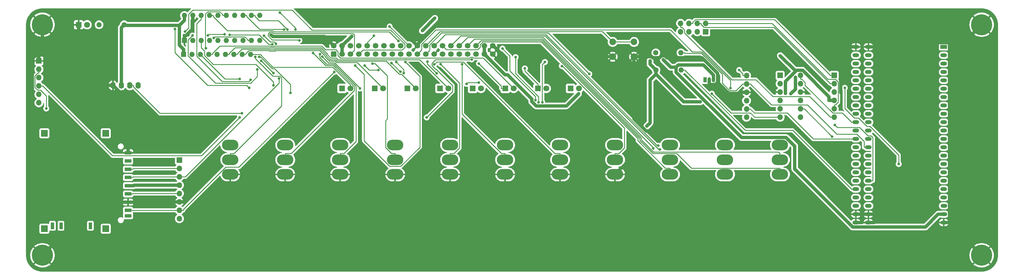
<source format=gbr>
%TF.GenerationSoftware,KiCad,Pcbnew,8.0.6*%
%TF.CreationDate,2025-04-06T11:44:27-05:00*%
%TF.ProjectId,front-panel.processor,66726f6e-742d-4706-916e-656c2e70726f,rev?*%
%TF.SameCoordinates,Original*%
%TF.FileFunction,Copper,L2,Bot*%
%TF.FilePolarity,Positive*%
%FSLAX46Y46*%
G04 Gerber Fmt 4.6, Leading zero omitted, Abs format (unit mm)*
G04 Created by KiCad (PCBNEW 8.0.6) date 2025-04-06 11:44:27*
%MOMM*%
%LPD*%
G01*
G04 APERTURE LIST*
G04 Aperture macros list*
%AMRoundRect*
0 Rectangle with rounded corners*
0 $1 Rounding radius*
0 $2 $3 $4 $5 $6 $7 $8 $9 X,Y pos of 4 corners*
0 Add a 4 corners polygon primitive as box body*
4,1,4,$2,$3,$4,$5,$6,$7,$8,$9,$2,$3,0*
0 Add four circle primitives for the rounded corners*
1,1,$1+$1,$2,$3*
1,1,$1+$1,$4,$5*
1,1,$1+$1,$6,$7*
1,1,$1+$1,$8,$9*
0 Add four rect primitives between the rounded corners*
20,1,$1+$1,$2,$3,$4,$5,0*
20,1,$1+$1,$4,$5,$6,$7,0*
20,1,$1+$1,$6,$7,$8,$9,0*
20,1,$1+$1,$8,$9,$2,$3,0*%
G04 Aperture macros list end*
%TA.AperFunction,ComponentPad*%
%ADD10R,1.050000X1.500000*%
%TD*%
%TA.AperFunction,ComponentPad*%
%ADD11O,1.050000X1.500000*%
%TD*%
%TA.AperFunction,ComponentPad*%
%ADD12R,1.700000X1.700000*%
%TD*%
%TA.AperFunction,ComponentPad*%
%ADD13O,1.700000X1.700000*%
%TD*%
%TA.AperFunction,ComponentPad*%
%ADD14C,1.600000*%
%TD*%
%TA.AperFunction,ComponentPad*%
%ADD15O,1.600000X1.600000*%
%TD*%
%TA.AperFunction,SMDPad,CuDef*%
%ADD16R,2.000000X1.100000*%
%TD*%
%TA.AperFunction,SMDPad,CuDef*%
%ADD17R,1.000000X2.000000*%
%TD*%
%TA.AperFunction,SMDPad,CuDef*%
%ADD18R,2.000000X2.000000*%
%TD*%
%TA.AperFunction,ComponentPad*%
%ADD19RoundRect,0.250000X0.600000X-0.600000X0.600000X0.600000X-0.600000X0.600000X-0.600000X-0.600000X0*%
%TD*%
%TA.AperFunction,ComponentPad*%
%ADD20C,1.700000*%
%TD*%
%TA.AperFunction,ComponentPad*%
%ADD21C,6.400000*%
%TD*%
%TA.AperFunction,ComponentPad*%
%ADD22R,1.800000X1.800000*%
%TD*%
%TA.AperFunction,ComponentPad*%
%ADD23C,1.800000*%
%TD*%
%TA.AperFunction,ComponentPad*%
%ADD24C,2.000000*%
%TD*%
%TA.AperFunction,ComponentPad*%
%ADD25R,1.600000X1.600000*%
%TD*%
%TA.AperFunction,ComponentPad*%
%ADD26O,5.000000X3.200000*%
%TD*%
%TA.AperFunction,ComponentPad*%
%ADD27O,1.600000X2.000000*%
%TD*%
%TA.AperFunction,ComponentPad*%
%ADD28R,2.000000X1.200000*%
%TD*%
%TA.AperFunction,ComponentPad*%
%ADD29O,2.000000X1.200000*%
%TD*%
%TA.AperFunction,ViaPad*%
%ADD30C,0.800000*%
%TD*%
%TA.AperFunction,Conductor*%
%ADD31C,0.250000*%
%TD*%
%TA.AperFunction,Conductor*%
%ADD32C,1.000000*%
%TD*%
G04 APERTURE END LIST*
D10*
%TO.P,U5,1,VO*%
%TO.N,+3.3V*%
X241095600Y-171736800D03*
D11*
%TO.P,U5,2,GND*%
%TO.N,GND*%
X242365600Y-171736800D03*
%TO.P,U5,3,VI*%
%TO.N,VCC*%
X243635600Y-171736800D03*
%TD*%
D12*
%TO.P,U4,1,HV4*%
%TO.N,TX_WIFI*%
X280260000Y-170348900D03*
D13*
%TO.P,U4,2,HV3*%
%TO.N,RX_WIFI*%
X280260000Y-172888900D03*
%TO.P,U4,3,GND*%
%TO.N,GND*%
X280260000Y-175428900D03*
%TO.P,U4,4,HV*%
%TO.N,VCC*%
X280260000Y-177968900D03*
%TO.P,U4,5,HV2*%
%TO.N,~{RTS_WIFI}*%
X280260000Y-180508900D03*
%TO.P,U4,6,HV1*%
%TO.N,~{CTS_WIFI}*%
X280260000Y-183048900D03*
%TO.P,U4,7,LV1*%
%TO.N,~{LV_CTS_WIFI}*%
X270060000Y-183048900D03*
%TO.P,U4,8,LV2*%
%TO.N,~{LV_RTS_WIFI}*%
X270060000Y-180548900D03*
%TO.P,U4,9,LV*%
%TO.N,+3.3V*%
X270060000Y-178008900D03*
%TO.P,U4,10,GND*%
%TO.N,GND*%
X270060000Y-175468900D03*
%TO.P,U4,11,LV3*%
%TO.N,LV_RX_WIFI*%
X270060000Y-172928900D03*
%TO.P,U4,12,LV4*%
%TO.N,LV_TX_WIFI*%
X270060000Y-170388900D03*
%TD*%
D12*
%TO.P,U3,1,HV4*%
%TO.N,I2C_SCL*%
X263855400Y-170371600D03*
D13*
%TO.P,U3,2,HV3*%
%TO.N,I2C_SDA*%
X263855400Y-172911600D03*
%TO.P,U3,3,GND*%
%TO.N,GND*%
X263855400Y-175451600D03*
%TO.P,U3,4,HV*%
%TO.N,VCC*%
X263855400Y-177991600D03*
%TO.P,U3,5,HV2*%
%TO.N,I2C_SCL_1*%
X263855400Y-180531600D03*
%TO.P,U3,6,HV1*%
%TO.N,I2C_SDA_1*%
X263855400Y-183071600D03*
%TO.P,U3,7,LV1*%
%TO.N,LV_I2C_SDA_1*%
X253655400Y-183071600D03*
%TO.P,U3,8,LV2*%
%TO.N,LV_I2C_SCL_1*%
X253655400Y-180571600D03*
%TO.P,U3,9,LV*%
%TO.N,+3.3V*%
X253655400Y-178031600D03*
%TO.P,U3,10,GND*%
%TO.N,GND*%
X253655400Y-175491600D03*
%TO.P,U3,11,LV3*%
%TO.N,LV_I2C_SDA*%
X253655400Y-172951600D03*
%TO.P,U3,12,LV4*%
%TO.N,LV_I2C_SCL*%
X253655400Y-170411600D03*
%TD*%
D14*
%TO.P,R2,1*%
%TO.N,+3.3V*%
X226135000Y-163502800D03*
D15*
%TO.P,R2,2*%
%TO.N,LV_I2C_SDA*%
X233755000Y-163502800D03*
%TD*%
D14*
%TO.P,R1,1*%
%TO.N,+3.3V*%
X226185800Y-168760600D03*
D15*
%TO.P,R1,2*%
%TO.N,LV_I2C_SCL*%
X233805800Y-168760600D03*
%TD*%
D16*
%TO.P,J5,1,DAT2*%
%TO.N,unconnected-(J5-DAT2-Pad1)*%
X65977400Y-196366000D03*
%TO.P,J5,2,DAT3/CD*%
%TO.N,CS*%
X65977400Y-198866000D03*
%TO.P,J5,3,CMD*%
%TO.N,DI*%
X65977400Y-201366000D03*
%TO.P,J5,4,VDD*%
%TO.N,+3.3V*%
X65977400Y-203866000D03*
%TO.P,J5,5,CLK*%
%TO.N,CLK*%
X65977400Y-206366000D03*
%TO.P,J5,6,VSS*%
%TO.N,GND*%
X65977400Y-208866000D03*
%TO.P,J5,7,DAT0*%
%TO.N,DO*%
X65977400Y-211291000D03*
%TO.P,J5,8,DAT1*%
%TO.N,unconnected-(J5-DAT1-Pad8)*%
X65977400Y-212991000D03*
%TO.P,J5,9,SHIELD*%
%TO.N,GND*%
X65977400Y-193866000D03*
D17*
%TO.P,J5,CP*%
%TO.N,N/C*%
X54577400Y-216041000D03*
D18*
%TO.P,J5,SH*%
X59227400Y-216941000D03*
X40577400Y-216941000D03*
X59227400Y-187941000D03*
X40577400Y-187941000D03*
D17*
%TO.P,J5,SW*%
X43027400Y-216041000D03*
%TO.P,J5,WP*%
X45627400Y-216041000D03*
%TD*%
D19*
%TO.P,J1,1,Pin_1*%
%TO.N,GND*%
X128370000Y-163947500D03*
D20*
%TO.P,J1,2,Pin_2*%
X128370000Y-161407500D03*
%TO.P,J1,3,Pin_3*%
%TO.N,VCC*%
X130910000Y-163947500D03*
%TO.P,J1,4,Pin_4*%
X130910000Y-161407500D03*
%TO.P,J1,5,Pin_5*%
%TO.N,/LED0*%
X133450000Y-163947500D03*
%TO.P,J1,6,Pin_6*%
%TO.N,/FP-D0*%
X133450000Y-161407500D03*
%TO.P,J1,7,Pin_7*%
%TO.N,/LED1*%
X135990000Y-163947500D03*
%TO.P,J1,8,Pin_8*%
%TO.N,/FP-D1*%
X135990000Y-161407500D03*
%TO.P,J1,9,Pin_9*%
%TO.N,/LED2*%
X138530000Y-163947500D03*
%TO.P,J1,10,Pin_10*%
%TO.N,/FP-D2*%
X138530000Y-161407500D03*
%TO.P,J1,11,Pin_11*%
%TO.N,/LED3*%
X141070000Y-163947500D03*
%TO.P,J1,12,Pin_12*%
%TO.N,/FP-D3*%
X141070000Y-161407500D03*
%TO.P,J1,13,Pin_13*%
%TO.N,/LED4*%
X143610000Y-163947500D03*
%TO.P,J1,14,Pin_14*%
%TO.N,/FP-D4*%
X143610000Y-161407500D03*
%TO.P,J1,15,Pin_15*%
%TO.N,/LED5*%
X146150000Y-163947500D03*
%TO.P,J1,16,Pin_16*%
%TO.N,/FP-D5*%
X146150000Y-161407500D03*
%TO.P,J1,17,Pin_17*%
%TO.N,/LED6*%
X148690000Y-163947500D03*
%TO.P,J1,18,Pin_18*%
%TO.N,/FP-D6*%
X148690000Y-161407500D03*
%TO.P,J1,19,Pin_19*%
%TO.N,/LED7*%
X151230000Y-163947500D03*
%TO.P,J1,20,Pin_20*%
%TO.N,/FP-D7*%
X151230000Y-161407500D03*
%TO.P,J1,21,Pin_21*%
%TO.N,I2C_SDA*%
X153770000Y-163947500D03*
%TO.P,J1,22,Pin_22*%
%TO.N,GND*%
X153770000Y-161407500D03*
%TO.P,J1,23,Pin_23*%
%TO.N,I2C_SCL*%
X156310000Y-163947500D03*
%TO.P,J1,24,Pin_24*%
%TO.N,~{EXT_RES}*%
X156310000Y-161407500D03*
%TO.P,J1,25,Pin_25*%
%TO.N,GND*%
X158850000Y-163947500D03*
%TO.P,J1,26,Pin_26*%
%TO.N,~{IM2-EN}*%
X158850000Y-161407500D03*
%TO.P,J1,27,Pin_27*%
%TO.N,~{RTS}*%
X161390000Y-163947500D03*
%TO.P,J1,28,Pin_28*%
%TO.N,~{IM2-EN-OE}*%
X161390000Y-161407500D03*
%TO.P,J1,29,Pin_29*%
%TO.N,unconnected-(J1-Pin_29-Pad29)*%
X163930000Y-163947500D03*
%TO.P,J1,30,Pin_30*%
%TO.N,~{INT0-EN}*%
X163930000Y-161407500D03*
%TO.P,J1,31,Pin_31*%
%TO.N,RX*%
X166470000Y-163947500D03*
%TO.P,J1,32,Pin_32*%
%TO.N,~{INT0}*%
X166470000Y-161407500D03*
%TO.P,J1,33,Pin_33*%
%TO.N,TX*%
X169010000Y-163947500D03*
%TO.P,J1,34,Pin_34*%
%TO.N,~{WAIT-EN}*%
X169010000Y-161407500D03*
%TO.P,J1,35,Pin_35*%
%TO.N,~{CTS}*%
X171550000Y-163947500D03*
%TO.P,J1,36,Pin_36*%
%TO.N,~{WAIT}*%
X171550000Y-161407500D03*
%TO.P,J1,37,Pin_37*%
%TO.N,VCC*%
X174090000Y-163947500D03*
%TO.P,J1,38,Pin_38*%
X174090000Y-161407500D03*
%TO.P,J1,39,Pin_39*%
%TO.N,GND*%
X176630000Y-163947500D03*
%TO.P,J1,40,Pin_40*%
X176630000Y-161407500D03*
%TD*%
D12*
%TO.P,J2,1,Pin_1*%
%TO.N,GND*%
X38937000Y-165992000D03*
D13*
%TO.P,J2,2,Pin_2*%
%TO.N,~{RTS}*%
X38937000Y-168532000D03*
%TO.P,J2,3,Pin_3*%
%TO.N,unconnected-(J2-Pin_3-Pad3)*%
X38937000Y-171072000D03*
%TO.P,J2,4,Pin_4*%
%TO.N,RX*%
X38937000Y-173612000D03*
%TO.P,J2,5,Pin_5*%
%TO.N,TX*%
X38937000Y-176152000D03*
%TO.P,J2,6,Pin_6*%
%TO.N,~{CTS}*%
X38937000Y-178692000D03*
%TD*%
D21*
%TO.P,H1,1,1*%
%TO.N,GND*%
X40000000Y-155000000D03*
%TD*%
%TO.P,H2,1,1*%
%TO.N,GND*%
X325000000Y-155000000D03*
%TD*%
%TO.P,H3,1,1*%
%TO.N,GND*%
X325000000Y-225000000D03*
%TD*%
%TO.P,H4,1,1*%
%TO.N,GND*%
X40000000Y-225000000D03*
%TD*%
D22*
%TO.P,D5,1,K*%
%TO.N,GND*%
X51000000Y-155000000D03*
D23*
%TO.P,D5,2,A*%
%TO.N,Net-(D5-A)*%
X53540000Y-155000000D03*
%TD*%
D14*
%TO.P,R6,1*%
%TO.N,VCC*%
X64810000Y-155000000D03*
D15*
%TO.P,R6,2*%
%TO.N,Net-(D5-A)*%
X57190000Y-155000000D03*
%TD*%
D22*
%TO.P,D4,1,K*%
%TO.N,Net-(D4-K)*%
X170549000Y-174327000D03*
D23*
%TO.P,D4,2,A*%
%TO.N,Net-(D4-A)*%
X173089000Y-174327000D03*
%TD*%
D24*
%TO.P,SW9,1,1*%
%TO.N,~{EXT_RES}*%
X213031000Y-160222000D03*
X219531000Y-160222000D03*
%TO.P,SW9,2,2*%
%TO.N,GND*%
X213031000Y-164722000D03*
X219531000Y-164722000D03*
%TD*%
D22*
%TO.P,D6,1,K*%
%TO.N,Net-(D6-K)*%
X160643100Y-174327000D03*
D23*
%TO.P,D6,2,A*%
%TO.N,Net-(D6-A)*%
X163183100Y-174327000D03*
%TD*%
D22*
%TO.P,D3,1,K*%
%TO.N,Net-(D3-K)*%
X180454900Y-174329300D03*
D23*
%TO.P,D3,2,A*%
%TO.N,Net-(D3-A)*%
X182994900Y-174329300D03*
%TD*%
D25*
%TO.P,U1,1,OEa*%
%TO.N,GND*%
X83075000Y-159800000D03*
D15*
%TO.P,U1,2,I0a*%
%TO.N,/LED0*%
X85615000Y-159800000D03*
%TO.P,U1,3,O3b*%
%TO.N,Net-(D9-K)*%
X88155000Y-159800000D03*
%TO.P,U1,4,I1a*%
%TO.N,/LED1*%
X90695000Y-159800000D03*
%TO.P,U1,5,O2b*%
%TO.N,Net-(D8-K)*%
X93235000Y-159800000D03*
%TO.P,U1,6,I2a*%
%TO.N,/LED2*%
X95775000Y-159800000D03*
%TO.P,U1,7,O1b*%
%TO.N,Net-(D7-K)*%
X98315000Y-159800000D03*
%TO.P,U1,8,I3a*%
%TO.N,/LED3*%
X100855000Y-159800000D03*
%TO.P,U1,9,O0b*%
%TO.N,Net-(D6-K)*%
X103395000Y-159800000D03*
%TO.P,U1,10,GND*%
%TO.N,GND*%
X105935000Y-159800000D03*
%TO.P,U1,11,I0b*%
%TO.N,/LED4*%
X105935000Y-152180000D03*
%TO.P,U1,12,O3a*%
%TO.N,Net-(D4-K)*%
X103395000Y-152180000D03*
%TO.P,U1,13,I1b*%
%TO.N,/LED5*%
X100855000Y-152180000D03*
%TO.P,U1,14,O2a*%
%TO.N,Net-(D3-K)*%
X98315000Y-152180000D03*
%TO.P,U1,15,I2b*%
%TO.N,/LED6*%
X95775000Y-152180000D03*
%TO.P,U1,16,O1a*%
%TO.N,Net-(D2-K)*%
X93235000Y-152180000D03*
%TO.P,U1,17,I3b*%
%TO.N,/LED7*%
X90695000Y-152180000D03*
%TO.P,U1,18,O0a*%
%TO.N,Net-(D1-K)*%
X88155000Y-152180000D03*
%TO.P,U1,19,OEb*%
%TO.N,GND*%
X85615000Y-152180000D03*
%TO.P,U1,20,VCC*%
%TO.N,VCC*%
X83075000Y-152180000D03*
%TD*%
D26*
%TO.P,SW8,1,A*%
%TO.N,GND*%
X97000000Y-200450000D03*
%TO.P,SW8,2,B*%
%TO.N,/FP-D7*%
X97000000Y-196000000D03*
%TO.P,SW8,3,C*%
%TO.N,unconnected-(SW8-C-Pad3)*%
X97000000Y-191550000D03*
%TD*%
%TO.P,SW3,1,A*%
%TO.N,GND*%
X180405000Y-200450000D03*
%TO.P,SW3,2,B*%
%TO.N,/FP-D2*%
X180405000Y-196000000D03*
%TO.P,SW3,3,C*%
%TO.N,unconnected-(SW3-C-Pad3)*%
X180405000Y-191550000D03*
%TD*%
%TO.P,SW7,1,A*%
%TO.N,GND*%
X113681000Y-200450000D03*
%TO.P,SW7,2,B*%
%TO.N,/FP-D6*%
X113681000Y-196000000D03*
%TO.P,SW7,3,C*%
%TO.N,unconnected-(SW7-C-Pad3)*%
X113681000Y-191550000D03*
%TD*%
%TO.P,SW1,1,A*%
%TO.N,GND*%
X213767000Y-200450000D03*
%TO.P,SW1,2,B*%
%TO.N,/FP-D0*%
X213767000Y-196000000D03*
%TO.P,SW1,3,C*%
%TO.N,unconnected-(SW1-C-Pad3)*%
X213767000Y-191550000D03*
%TD*%
%TO.P,SW5,1,A*%
%TO.N,GND*%
X147043000Y-200450000D03*
%TO.P,SW5,2,B*%
%TO.N,/FP-D4*%
X147043000Y-196000000D03*
%TO.P,SW5,3,C*%
%TO.N,unconnected-(SW5-C-Pad3)*%
X147043000Y-191550000D03*
%TD*%
D22*
%TO.P,D2,1,K*%
%TO.N,Net-(D2-K)*%
X190360800Y-174328800D03*
D23*
%TO.P,D2,2,A*%
%TO.N,Net-(D2-A)*%
X192900800Y-174328800D03*
%TD*%
D26*
%TO.P,SW10,1,A*%
%TO.N,~{IM2-EN-OE}*%
X230448000Y-200450000D03*
%TO.P,SW10,2,B*%
%TO.N,~{IM2-EN}*%
X230448000Y-196000000D03*
%TO.P,SW10,3,C*%
%TO.N,unconnected-(SW10-C-Pad3)*%
X230448000Y-191550000D03*
%TD*%
D22*
%TO.P,D7,1,K*%
%TO.N,Net-(D7-K)*%
X150737300Y-174328800D03*
D23*
%TO.P,D7,2,A*%
%TO.N,Net-(D7-A)*%
X153277300Y-174328800D03*
%TD*%
D26*
%TO.P,SW6,1,A*%
%TO.N,GND*%
X130362000Y-200450000D03*
%TO.P,SW6,2,B*%
%TO.N,/FP-D5*%
X130362000Y-196000000D03*
%TO.P,SW6,3,C*%
%TO.N,unconnected-(SW6-C-Pad3)*%
X130362000Y-191550000D03*
%TD*%
%TO.P,SW11,1,A*%
%TO.N,~{INT0}*%
X247129000Y-200450000D03*
%TO.P,SW11,2,B*%
%TO.N,~{INT0-EN}*%
X247129000Y-196000000D03*
%TO.P,SW11,3,C*%
%TO.N,unconnected-(SW11-C-Pad3)*%
X247129000Y-191550000D03*
%TD*%
D25*
%TO.P,RN1,1,common*%
%TO.N,VCC*%
X82825000Y-164000000D03*
D15*
%TO.P,RN1,2,R1*%
%TO.N,Net-(D1-A)*%
X85365000Y-164000000D03*
%TO.P,RN1,3,R2*%
%TO.N,Net-(D2-A)*%
X87905000Y-164000000D03*
%TO.P,RN1,4,R3*%
%TO.N,Net-(D3-A)*%
X90445000Y-164000000D03*
%TO.P,RN1,5,R4*%
%TO.N,Net-(D4-A)*%
X92985000Y-164000000D03*
%TO.P,RN1,6,R5*%
%TO.N,Net-(D6-A)*%
X95525000Y-164000000D03*
%TO.P,RN1,7,R6*%
%TO.N,Net-(D7-A)*%
X98065000Y-164000000D03*
%TO.P,RN1,8,R7*%
%TO.N,Net-(D8-A)*%
X100605000Y-164000000D03*
%TO.P,RN1,9,R8*%
%TO.N,Net-(D9-A)*%
X103145000Y-164000000D03*
%TD*%
D22*
%TO.P,D8,1,K*%
%TO.N,Net-(D8-K)*%
X140831400Y-174327000D03*
D23*
%TO.P,D8,2,A*%
%TO.N,Net-(D8-A)*%
X143371400Y-174327000D03*
%TD*%
D22*
%TO.P,D1,1,K*%
%TO.N,Net-(D1-K)*%
X200266600Y-174327000D03*
D23*
%TO.P,D1,2,A*%
%TO.N,Net-(D1-A)*%
X202806600Y-174327000D03*
%TD*%
D26*
%TO.P,SW2,1,A*%
%TO.N,GND*%
X197086000Y-200450000D03*
%TO.P,SW2,2,B*%
%TO.N,/FP-D1*%
X197086000Y-196000000D03*
%TO.P,SW2,3,C*%
%TO.N,unconnected-(SW2-C-Pad3)*%
X197086000Y-191550000D03*
%TD*%
D22*
%TO.P,D9,1,K*%
%TO.N,Net-(D9-K)*%
X130925500Y-174327000D03*
D23*
%TO.P,D9,2,A*%
%TO.N,Net-(D9-A)*%
X133465500Y-174327000D03*
%TD*%
D27*
%TO.P,Brd1,1,GND*%
%TO.N,GND*%
X61380000Y-173400000D03*
%TO.P,Brd1,2,VCC*%
%TO.N,VCC*%
X63920000Y-173400000D03*
%TO.P,Brd1,3,SCL*%
%TO.N,I2C_SCL_1*%
X66460000Y-173400000D03*
%TO.P,Brd1,4,SDA*%
%TO.N,I2C_SDA_1*%
X69000000Y-173400000D03*
%TD*%
D26*
%TO.P,SW12,1,A*%
%TO.N,~{WAIT}*%
X263810000Y-200450000D03*
%TO.P,SW12,2,B*%
%TO.N,~{WAIT-EN}*%
X263810000Y-196000000D03*
%TO.P,SW12,3,C*%
%TO.N,unconnected-(SW12-C-Pad3)*%
X263810000Y-191550000D03*
%TD*%
%TO.P,SW4,1,A*%
%TO.N,GND*%
X163724000Y-200450000D03*
%TO.P,SW4,2,B*%
%TO.N,/FP-D3*%
X163724000Y-196000000D03*
%TO.P,SW4,3,C*%
%TO.N,unconnected-(SW4-C-Pad3)*%
X163724000Y-191550000D03*
%TD*%
D12*
%TO.P,J3,1,Pin_1*%
%TO.N,unconnected-(J3-Pin_1-Pad1)*%
X81558200Y-196091000D03*
D13*
%TO.P,J3,2,Pin_2*%
%TO.N,CS*%
X81558200Y-198631000D03*
%TO.P,J3,3,Pin_3*%
%TO.N,DI*%
X81558200Y-201171000D03*
%TO.P,J3,4,Pin_4*%
%TO.N,+3.3V*%
X81558200Y-203711000D03*
%TO.P,J3,5,Pin_5*%
%TO.N,CLK*%
X81558200Y-206251000D03*
%TO.P,J3,6,Pin_6*%
%TO.N,GND*%
X81558200Y-208791000D03*
%TO.P,J3,7,Pin_7*%
%TO.N,DO*%
X81558200Y-211331000D03*
%TO.P,J3,8,Pin_8*%
%TO.N,unconnected-(J3-Pin_8-Pad8)*%
X81558200Y-213871000D03*
%TD*%
D28*
%TO.P,U2,1,3V3*%
%TO.N,unconnected-(U2-3V3-Pad1)*%
X313511000Y-161721900D03*
D29*
%TO.P,U2,2,3V3*%
%TO.N,unconnected-(U2-3V3-Pad1)_1*%
X313511000Y-164261900D03*
%TO.P,U2,3,CHIP_PU*%
%TO.N,unconnected-(U2-CHIP_PU-Pad3)*%
X313511000Y-166801900D03*
%TO.P,U2,4,GPIO4/ADC1_CH3*%
%TO.N,DO*%
X313511000Y-169341900D03*
%TO.P,U2,5,GPIO5/ADC1_CH4*%
%TO.N,DI*%
X313511000Y-171881900D03*
%TO.P,U2,6,GPIO6/ADC1_CH5*%
%TO.N,CS*%
X313511000Y-174421900D03*
%TO.P,U2,7,GPIO7/ADC1_CH6*%
%TO.N,unconnected-(U2-GPIO7{slash}ADC1_CH6-Pad7)*%
X313511000Y-176961900D03*
%TO.P,U2,8,GPIO15/ADC2_CH4/32K_P*%
%TO.N,unconnected-(U2-GPIO15{slash}ADC2_CH4{slash}32K_P-Pad8)*%
X313511000Y-179501900D03*
%TO.P,U2,9,GPIO16/ADC2_CH5/32K_N*%
%TO.N,unconnected-(U2-GPIO16{slash}ADC2_CH5{slash}32K_N-Pad9)*%
X313511000Y-182041900D03*
%TO.P,U2,10,GPIO17/ADC2_CH6*%
%TO.N,unconnected-(U2-GPIO17{slash}ADC2_CH6-Pad10)*%
X313511000Y-184581900D03*
%TO.P,U2,11,GPIO18/ADC2_CH7*%
%TO.N,unconnected-(U2-GPIO18{slash}ADC2_CH7-Pad11)*%
X313511000Y-187121900D03*
%TO.P,U2,12,GPIO8/ADC1_CH7*%
%TO.N,unconnected-(U2-GPIO8{slash}ADC1_CH7-Pad12)*%
X313511000Y-189661900D03*
%TO.P,U2,13,GPIO3/ADC1_CH2*%
%TO.N,CLK*%
X313511000Y-192201900D03*
%TO.P,U2,14,GPIO46*%
%TO.N,~{LV_RTS_WIFI}*%
X313511000Y-194741900D03*
%TO.P,U2,15,GPIO9/ADC1_CH8*%
%TO.N,unconnected-(U2-GPIO9{slash}ADC1_CH8-Pad15)*%
X313511000Y-197281900D03*
%TO.P,U2,16,GPIO10/ADC1_CH9*%
%TO.N,unconnected-(U2-GPIO10{slash}ADC1_CH9-Pad16)*%
X313511000Y-199821900D03*
%TO.P,U2,17,GPIO11/ADC2_CH0*%
%TO.N,unconnected-(U2-GPIO11{slash}ADC2_CH0-Pad17)*%
X313511000Y-202361900D03*
%TO.P,U2,18,GPIO12/ADC2_CH1*%
%TO.N,unconnected-(U2-GPIO12{slash}ADC2_CH1-Pad18)*%
X313511000Y-204901900D03*
%TO.P,U2,19,GPIO13/ADC2_CH2*%
%TO.N,unconnected-(U2-GPIO13{slash}ADC2_CH2-Pad19)*%
X313511000Y-207441900D03*
%TO.P,U2,20,GPIO14/ADC2_CH3*%
%TO.N,unconnected-(U2-GPIO14{slash}ADC2_CH3-Pad20)*%
X313514680Y-209979180D03*
%TO.P,U2,21,5V*%
%TO.N,VCC*%
X313514680Y-212519180D03*
%TO.P,U2,22,GND*%
%TO.N,GND*%
X313514680Y-215059180D03*
%TO.P,U2,23,GND*%
X290651000Y-215061900D03*
X286841000Y-215061900D03*
%TO.P,U2,24,GND*%
X290651000Y-212521900D03*
X286841000Y-212521900D03*
%TO.P,U2,25,GPIO19/USB_D-*%
%TO.N,unconnected-(U2-GPIO19{slash}USB_D--Pad25)_1*%
X290651000Y-209981900D03*
%TO.N,unconnected-(U2-GPIO19{slash}USB_D--Pad25)*%
X286841000Y-209981900D03*
%TO.P,U2,26,GPIO20/USB_D+*%
%TO.N,unconnected-(U2-GPIO20{slash}USB_D+-Pad26)_1*%
X290651000Y-207441900D03*
%TO.N,unconnected-(U2-GPIO20{slash}USB_D+-Pad26)*%
X286841000Y-207441900D03*
%TO.P,U2,27,GPIO21*%
%TO.N,LV_I2C_SCL*%
X290651000Y-204901900D03*
X286841000Y-204901900D03*
%TO.P,U2,28,GPIO47*%
%TO.N,~{LV_CTS_WIFI}*%
X290651000Y-202361900D03*
X286841000Y-202361900D03*
%TO.P,U2,29,GPIO48*%
%TO.N,unconnected-(U2-GPIO48-Pad29)*%
X290651000Y-199821900D03*
%TO.N,unconnected-(U2-GPIO48-Pad29)_1*%
X286841000Y-199821900D03*
%TO.P,U2,30,GPIO45*%
%TO.N,LV_RX_WIFI*%
X290651000Y-197281900D03*
X286841000Y-197281900D03*
%TO.P,U2,31,GPIO0*%
%TO.N,unconnected-(U2-GPIO0-Pad31)_1*%
X290651000Y-194741900D03*
%TO.N,unconnected-(U2-GPIO0-Pad31)*%
X286841000Y-194741900D03*
%TO.P,U2,32,GPIO35*%
%TO.N,LV_I2C_SDA*%
X290651000Y-192201900D03*
X286841000Y-192201900D03*
%TO.P,U2,33,GPIO36*%
%TO.N,LV_I2C_SCL_1*%
X290651000Y-189661900D03*
X286841000Y-189661900D03*
%TO.P,U2,34,GPIO37*%
%TO.N,LV_I2C_SDA_1*%
X290651000Y-187121900D03*
X286841000Y-187121900D03*
%TO.P,U2,35,GPIO38*%
%TO.N,LV_TX_WIFI*%
X290651000Y-184581900D03*
X286841000Y-184581900D03*
%TO.P,U2,36,GPIO39/MTCK*%
%TO.N,unconnected-(U2-GPIO39{slash}MTCK-Pad36)_1*%
X290651000Y-182041900D03*
%TO.N,unconnected-(U2-GPIO39{slash}MTCK-Pad36)*%
X286841000Y-182041900D03*
%TO.P,U2,37,GPIO40/MTDO*%
%TO.N,unconnected-(U2-GPIO40{slash}MTDO-Pad37)*%
X290651000Y-179501900D03*
%TO.N,unconnected-(U2-GPIO40{slash}MTDO-Pad37)_1*%
X286841000Y-179501900D03*
%TO.P,U2,38,GPIO41/MTDI*%
%TO.N,unconnected-(U2-GPIO41{slash}MTDI-Pad38)*%
X290651000Y-176961900D03*
%TO.N,unconnected-(U2-GPIO41{slash}MTDI-Pad38)_1*%
X286841000Y-176961900D03*
%TO.P,U2,39,GPIO42/MTMS*%
%TO.N,unconnected-(U2-GPIO42{slash}MTMS-Pad39)*%
X290651000Y-174421900D03*
%TO.N,unconnected-(U2-GPIO42{slash}MTMS-Pad39)_1*%
X286841000Y-174421900D03*
%TO.P,U2,40,GPIO2/ADC1_CH1*%
%TO.N,unconnected-(U2-GPIO2{slash}ADC1_CH1-Pad40)*%
X290651000Y-171881900D03*
%TO.N,unconnected-(U2-GPIO2{slash}ADC1_CH1-Pad40)_1*%
X286841000Y-171881900D03*
%TO.P,U2,41,GPIO1/ADC1_CH0*%
%TO.N,unconnected-(U2-GPIO1{slash}ADC1_CH0-Pad41)*%
X290651000Y-169341900D03*
%TO.N,unconnected-(U2-GPIO1{slash}ADC1_CH0-Pad41)_1*%
X286841000Y-169341900D03*
%TO.P,U2,42,GPIO44/U0RXD*%
%TO.N,unconnected-(U2-GPIO44{slash}U0RXD-Pad42)_1*%
X290651000Y-166801900D03*
%TO.N,unconnected-(U2-GPIO44{slash}U0RXD-Pad42)*%
X286841000Y-166801900D03*
%TO.P,U2,43,GPIO43/U0TXD*%
%TO.N,unconnected-(U2-GPIO43{slash}U0TXD-Pad43)_1*%
X290651000Y-164261900D03*
%TO.N,unconnected-(U2-GPIO43{slash}U0TXD-Pad43)*%
X286841000Y-164261900D03*
%TO.P,U2,44,GND*%
%TO.N,GND*%
X290651000Y-161721900D03*
X286841000Y-161721900D03*
%TD*%
D12*
%TO.P,J4,1,Pin_1*%
%TO.N,~{RTS}*%
X241273400Y-157127400D03*
D13*
%TO.P,J4,2,Pin_2*%
%TO.N,~{RTS_WIFI}*%
X241273400Y-154587400D03*
%TO.P,J4,3,Pin_3*%
%TO.N,RX*%
X238733400Y-157127400D03*
%TO.P,J4,4,Pin_4*%
%TO.N,RX_WIFI*%
X238733400Y-154587400D03*
%TO.P,J4,5,Pin_5*%
%TO.N,TX*%
X236193400Y-157127400D03*
%TO.P,J4,6,Pin_6*%
%TO.N,TX_WIFI*%
X236193400Y-154587400D03*
%TO.P,J4,7,Pin_7*%
%TO.N,~{CTS}*%
X233653400Y-157127400D03*
%TO.P,J4,8,Pin_8*%
%TO.N,~{CTS_WIFI}*%
X233653400Y-154587400D03*
%TD*%
D30*
%TO.N,~{LV_RTS_WIFI}*%
X279633400Y-188947200D03*
%TO.N,LV_RX_WIFI*%
X299826100Y-197281900D03*
X283471600Y-174158900D03*
%TO.N,~{LV_CTS_WIFI}*%
X280449400Y-185420300D03*
%TO.N,LV_I2C_SCL*%
X251434800Y-168760600D03*
%TO.N,+3.3V*%
X223407800Y-185770600D03*
X224387000Y-171800000D03*
X224387000Y-165914200D03*
X239615000Y-178415500D03*
X267090000Y-175973600D03*
X268500800Y-170928000D03*
%TO.N,DI*%
X111774700Y-171311200D03*
%TO.N,DO*%
X128523100Y-169313600D03*
%TO.N,Net-(D9-K)*%
X110090700Y-173406700D03*
%TO.N,~{CTS}*%
X179603900Y-162242100D03*
X189610500Y-177894500D03*
%TO.N,TX*%
X190560900Y-178551100D03*
X183571800Y-164831600D03*
%TO.N,~{INT0}*%
X225352500Y-192554300D03*
%TO.N,RX*%
X99885700Y-183134700D03*
X156604900Y-183134700D03*
X170266300Y-165534600D03*
%TO.N,~{INT0-EN}*%
X227332700Y-192872300D03*
%TO.N,~{RTS}*%
X41166200Y-180422900D03*
X191684600Y-178551100D03*
X192473400Y-166328100D03*
%TO.N,~{IM2-EN}*%
X226878900Y-191709800D03*
%TO.N,I2C_SCL*%
X205934400Y-169929600D03*
%TO.N,I2C_SDA*%
X248823500Y-174221600D03*
%TO.N,/FP-D7*%
X104624800Y-164732200D03*
X145356500Y-155534000D03*
%TO.N,/LED7*%
X148004100Y-159953600D03*
%TO.N,/FP-D6*%
X122086500Y-163584300D03*
%TO.N,/LED6*%
X89584800Y-162106000D03*
X159635500Y-169749800D03*
X156838900Y-166207000D03*
%TO.N,/FP-D5*%
X124200000Y-163907600D03*
%TO.N,/LED5*%
X113284500Y-156445500D03*
X134892200Y-167406700D03*
X150123800Y-166293800D03*
%TO.N,/FP-D4*%
X140188900Y-166769300D03*
%TO.N,/LED4*%
X149679600Y-169650300D03*
X147349300Y-166323200D03*
%TO.N,/FP-D3*%
X160811100Y-166975100D03*
%TO.N,/LED3*%
X107257200Y-158372900D03*
X110861200Y-160754000D03*
X106384400Y-165954500D03*
X110115800Y-169685900D03*
X148583300Y-169282200D03*
X145942700Y-166618800D03*
%TO.N,/FP-D2*%
X167317200Y-166975100D03*
X140613800Y-158357700D03*
%TO.N,/LED2*%
X95261400Y-157905800D03*
X90206900Y-158268500D03*
X85554900Y-158268500D03*
X105192900Y-168551500D03*
X141906800Y-168775800D03*
X137754700Y-167409300D03*
%TO.N,/FP-D1*%
X158890300Y-167031600D03*
%TO.N,/LED1*%
X83251800Y-157035000D03*
%TO.N,/FP-D0*%
X197647300Y-167545100D03*
%TO.N,/LED0*%
X112048900Y-151291500D03*
X116757300Y-156445500D03*
X117954300Y-159745900D03*
%TO.N,Net-(D8-K)*%
X80226800Y-156309900D03*
X102740200Y-174131800D03*
%TO.N,Net-(D7-K)*%
X96797400Y-158047700D03*
X109785300Y-160915000D03*
X105804200Y-164738000D03*
X115292100Y-175728900D03*
%TO.N,Net-(D6-K)*%
X91965000Y-159040300D03*
%TO.N,Net-(D4-K)*%
X114346300Y-156445500D03*
X124892800Y-164643800D03*
X136371700Y-174329600D03*
%TO.N,Net-(D3-K)*%
X172454500Y-166764700D03*
%TO.N,Net-(D2-A)*%
X172406200Y-172570000D03*
X168721700Y-172942100D03*
X99890500Y-171469900D03*
%TO.N,Net-(D2-K)*%
X186379900Y-168270200D03*
%TO.N,Net-(D1-K)*%
X103156900Y-171665900D03*
%TO.N,I2C_SCL_1*%
X100543400Y-181873600D03*
%TO.N,I2C_SDA_1*%
X243132900Y-175923200D03*
%TO.N,VCC*%
X188484200Y-178296600D03*
X202689000Y-175929800D03*
X133855500Y-158462000D03*
X155284800Y-156828300D03*
X159076300Y-153036800D03*
X228376200Y-165625500D03*
X265489500Y-175881800D03*
X263896000Y-164402800D03*
%TO.N,GND*%
X89546500Y-200802700D03*
X146791000Y-154428500D03*
X282264100Y-175595700D03*
X179151500Y-163772100D03*
X109346400Y-158072300D03*
X218300000Y-189265700D03*
X223200700Y-187260600D03*
X208059600Y-163502700D03*
%TD*%
D31*
%TO.N,~{LV_RTS_WIFI}*%
X270060000Y-180548900D02*
X271235100Y-180548900D01*
X279633400Y-188947200D02*
X271235100Y-180548900D01*
%TO.N,LV_RX_WIFI*%
X283471600Y-180398300D02*
X283471600Y-174158900D01*
X286385200Y-183311900D02*
X283471600Y-180398300D01*
X287615700Y-183311900D02*
X286385200Y-183311900D01*
X290155700Y-185851900D02*
X287615700Y-183311900D01*
X291135000Y-185851900D02*
X290155700Y-185851900D01*
X299826100Y-194543000D02*
X291135000Y-185851900D01*
X299826100Y-197281900D02*
X299826100Y-194543000D01*
%TO.N,~{LV_CTS_WIFI}*%
X281225800Y-186196700D02*
X280449400Y-185420300D01*
X287998200Y-186196700D02*
X281225800Y-186196700D01*
X290538200Y-188736700D02*
X287998200Y-186196700D01*
X291445400Y-188736700D02*
X290538200Y-188736700D01*
X291976100Y-189267400D02*
X291445400Y-188736700D01*
X291976100Y-202361900D02*
X291976100Y-189267400D01*
X290651000Y-202361900D02*
X291976100Y-202361900D01*
%TO.N,LV_I2C_SCL_1*%
X253655400Y-180571600D02*
X254830500Y-180571600D01*
X286841000Y-189661900D02*
X285515900Y-189661900D01*
X256060500Y-181801600D02*
X254830500Y-180571600D01*
X266027500Y-181801600D02*
X256060500Y-181801600D01*
X273898200Y-189672300D02*
X266027500Y-181801600D01*
X285505500Y-189672300D02*
X273898200Y-189672300D01*
X285515900Y-189661900D02*
X285505500Y-189672300D01*
%TO.N,LV_TX_WIFI*%
X270425200Y-171564000D02*
X270060000Y-171564000D01*
X271424800Y-172563600D02*
X270425200Y-171564000D01*
X271424800Y-173365100D02*
X271424800Y-172563600D01*
X279838600Y-181778900D02*
X271424800Y-173365100D01*
X282712900Y-181778900D02*
X279838600Y-181778900D01*
X285515900Y-184581900D02*
X282712900Y-181778900D01*
X286841000Y-184581900D02*
X285515900Y-184581900D01*
X270060000Y-170388900D02*
X270060000Y-171564000D01*
%TO.N,LV_I2C_SDA*%
X261235300Y-179356400D02*
X254830500Y-172951600D01*
X272132300Y-179356400D02*
X261235300Y-179356400D01*
X281008500Y-188232600D02*
X272132300Y-179356400D01*
X287169400Y-188232600D02*
X281008500Y-188232600D01*
X289325900Y-190389100D02*
X287169400Y-188232600D01*
X289325900Y-192201900D02*
X289325900Y-190389100D01*
X290651000Y-192201900D02*
X289325900Y-192201900D01*
X253655400Y-172951600D02*
X254830500Y-172951600D01*
X250451300Y-174980600D02*
X252480300Y-172951600D01*
X248554900Y-174980600D02*
X250451300Y-174980600D01*
X246296700Y-172722400D02*
X248554900Y-174980600D01*
X246296700Y-170015200D02*
X246296700Y-172722400D01*
X239963300Y-163681800D02*
X246296700Y-170015200D01*
X235059100Y-163681800D02*
X239963300Y-163681800D01*
X234880100Y-163502800D02*
X235059100Y-163681800D01*
X233755000Y-163502800D02*
X234880100Y-163502800D01*
X253655400Y-172951600D02*
X252480300Y-172951600D01*
%TO.N,LV_I2C_SCL*%
X253242600Y-187072300D02*
X234930900Y-168760600D01*
X267686300Y-187072300D02*
X253242600Y-187072300D01*
X285515900Y-204901900D02*
X267686300Y-187072300D01*
X286841000Y-204901900D02*
X285515900Y-204901900D01*
X233805800Y-168760600D02*
X234930900Y-168760600D01*
X252480300Y-169806100D02*
X251434800Y-168760600D01*
X252480300Y-170411600D02*
X252480300Y-169806100D01*
X253655400Y-170411600D02*
X252480300Y-170411600D01*
D32*
%TO.N,+3.3V*%
X67832500Y-203711000D02*
X67677500Y-203866000D01*
X81558200Y-203711000D02*
X67832500Y-203711000D01*
X65977400Y-203866000D02*
X67677500Y-203866000D01*
X224387000Y-184791400D02*
X223407800Y-185770600D01*
X224387000Y-171800000D02*
X224387000Y-184791400D01*
X224387000Y-166961800D02*
X226185800Y-168760600D01*
X224387000Y-165914200D02*
X224387000Y-166961800D01*
X226185800Y-168760600D02*
X226185800Y-170001200D01*
X226185800Y-170001200D02*
X224387000Y-171800000D01*
X234600100Y-178415500D02*
X239615000Y-178415500D01*
X226185800Y-170001200D02*
X234600100Y-178415500D01*
X268500800Y-174562800D02*
X268500800Y-170928000D01*
X267090000Y-175973600D02*
X268500800Y-174562800D01*
D31*
%TO.N,RX_WIFI*%
X261958500Y-155762500D02*
X279084900Y-172888900D01*
X240716300Y-155762500D02*
X261958500Y-155762500D01*
X239908500Y-154954700D02*
X240716300Y-155762500D01*
X239908500Y-154587400D02*
X239908500Y-154954700D01*
X238733400Y-154587400D02*
X239908500Y-154587400D01*
X280260000Y-172888900D02*
X279084900Y-172888900D01*
%TO.N,~{CTS_WIFI}*%
X233653400Y-154587400D02*
X233653400Y-155762500D01*
X280260000Y-183048900D02*
X279084900Y-183048900D01*
X272834700Y-176798700D02*
X279084900Y-183048900D01*
X261624100Y-176798700D02*
X272834700Y-176798700D01*
X256507000Y-171681600D02*
X261624100Y-176798700D01*
X249236300Y-171681600D02*
X256507000Y-171681600D01*
X240177300Y-162622600D02*
X249236300Y-171681600D01*
X240007500Y-162622600D02*
X240177300Y-162622600D01*
X234828500Y-157443600D02*
X240007500Y-162622600D01*
X234828500Y-156570300D02*
X234828500Y-157443600D01*
X234020700Y-155762500D02*
X234828500Y-156570300D01*
X233653400Y-155762500D02*
X234020700Y-155762500D01*
%TO.N,TX_WIFI*%
X262135900Y-153399900D02*
X279084900Y-170348900D01*
X238188800Y-153399900D02*
X262135900Y-153399900D01*
X237368500Y-154220200D02*
X238188800Y-153399900D01*
X237368500Y-154587400D02*
X237368500Y-154220200D01*
X236193400Y-154587400D02*
X237368500Y-154587400D01*
X280260000Y-170348900D02*
X279084900Y-170348900D01*
%TO.N,~{RTS_WIFI}*%
X280625200Y-179333800D02*
X280260000Y-179333800D01*
X281438900Y-178520100D02*
X280625200Y-179333800D01*
X281438900Y-172372900D02*
X281438900Y-178520100D01*
X280590100Y-171524100D02*
X281438900Y-172372900D01*
X278356900Y-171524100D02*
X280590100Y-171524100D01*
X261420200Y-154587400D02*
X278356900Y-171524100D01*
X241273400Y-154587400D02*
X261420200Y-154587400D01*
X280260000Y-180508900D02*
X280260000Y-179333800D01*
%TO.N,CLK*%
X67417500Y-206251000D02*
X67302500Y-206366000D01*
X81558200Y-206251000D02*
X67417500Y-206251000D01*
X65977400Y-206366000D02*
X67302500Y-206366000D01*
%TO.N,DI*%
X82145800Y-201171000D02*
X82733300Y-201171000D01*
X82145800Y-201171000D02*
X81558200Y-201171000D01*
X67497500Y-201171000D02*
X67302500Y-201366000D01*
X81558200Y-201171000D02*
X67497500Y-201171000D01*
X65977400Y-201366000D02*
X67302500Y-201366000D01*
X111774700Y-172748200D02*
X111774700Y-171311200D01*
X83351900Y-201171000D02*
X111774700Y-172748200D01*
X82733300Y-201171000D02*
X83351900Y-201171000D01*
%TO.N,CS*%
X67537500Y-198631000D02*
X67302500Y-198866000D01*
X81558200Y-198631000D02*
X67537500Y-198631000D01*
X65977400Y-198866000D02*
X67302500Y-198866000D01*
%TO.N,DO*%
X82145800Y-211331000D02*
X82733300Y-211331000D01*
X82145800Y-211331000D02*
X81558200Y-211331000D01*
X67342500Y-211331000D02*
X67302500Y-211291000D01*
X81558200Y-211331000D02*
X67342500Y-211331000D01*
X65977400Y-211291000D02*
X67302500Y-211291000D01*
X99611700Y-198225000D02*
X128523100Y-169313600D01*
X95595800Y-198225000D02*
X99611700Y-198225000D01*
X82733300Y-211087500D02*
X95595800Y-198225000D01*
X82733300Y-211331000D02*
X82733300Y-211087500D01*
%TO.N,Net-(D9-A)*%
X103145000Y-164000000D02*
X104270100Y-164000000D01*
X106093000Y-164000000D02*
X104270100Y-164000000D01*
X109949400Y-167856400D02*
X106093000Y-164000000D01*
X128091500Y-167856400D02*
X109949400Y-167856400D01*
X133465500Y-173230400D02*
X128091500Y-167856400D01*
X133465500Y-174327000D02*
X133465500Y-173230400D01*
%TO.N,Net-(D9-K)*%
X88155000Y-161956000D02*
X88155000Y-159800000D01*
X89175000Y-162976000D02*
X88155000Y-161956000D01*
X89175000Y-164361300D02*
X89175000Y-162976000D01*
X91850700Y-167037000D02*
X89175000Y-164361300D01*
X104749100Y-167037000D02*
X91850700Y-167037000D01*
X110090700Y-172378600D02*
X104749100Y-167037000D01*
X110090700Y-173406700D02*
X110090700Y-172378600D01*
%TO.N,Net-(D8-A)*%
X100605000Y-164000000D02*
X101730100Y-164000000D01*
X135519800Y-166475400D02*
X143371400Y-174327000D01*
X129256900Y-166475400D02*
X135519800Y-166475400D01*
X128806800Y-166025300D02*
X129256900Y-166475400D01*
X127093600Y-166025300D02*
X128806800Y-166025300D01*
X125646100Y-164577800D02*
X127093600Y-166025300D01*
X125646100Y-164315200D02*
X125646100Y-164577800D01*
X124168900Y-162838000D02*
X125646100Y-164315200D01*
X110797600Y-162838000D02*
X124168900Y-162838000D01*
X110645200Y-162990400D02*
X110797600Y-162838000D01*
X108925500Y-162990400D02*
X110645200Y-162990400D01*
X108773100Y-162838000D02*
X108925500Y-162990400D01*
X102610800Y-162838000D02*
X108773100Y-162838000D01*
X101730100Y-163718700D02*
X102610800Y-162838000D01*
X101730100Y-164000000D02*
X101730100Y-163718700D01*
%TO.N,~{WAIT}*%
X263810000Y-200450000D02*
X263810000Y-198524900D01*
X173186500Y-159771000D02*
X171550000Y-161407500D01*
X191543900Y-159771000D02*
X173186500Y-159771000D01*
X221255600Y-189482700D02*
X191543900Y-159771000D01*
X221255600Y-190119400D02*
X221255600Y-189482700D01*
X225211100Y-194074900D02*
X221255600Y-190119400D01*
X232484000Y-194074900D02*
X225211100Y-194074900D01*
X236934000Y-198524900D02*
X232484000Y-194074900D01*
X263810000Y-198524900D02*
X236934000Y-198524900D01*
%TO.N,~{CTS}*%
X189610500Y-176791200D02*
X189610500Y-177894500D01*
X181843000Y-169023700D02*
X189610500Y-176791200D01*
X181843000Y-164481200D02*
X181843000Y-169023700D01*
X179603900Y-162242100D02*
X181843000Y-164481200D01*
%TO.N,~{WAIT-EN}*%
X263810000Y-196000000D02*
X263810000Y-194074900D01*
X171096600Y-159320900D02*
X169010000Y-161407500D01*
X191730400Y-159320900D02*
X171096600Y-159320900D01*
X221705700Y-189296200D02*
X191730400Y-159320900D01*
X221705700Y-189932900D02*
X221705700Y-189296200D01*
X225397600Y-193624800D02*
X221705700Y-189932900D01*
X263359900Y-193624800D02*
X225397600Y-193624800D01*
X263810000Y-194074900D02*
X263359900Y-193624800D01*
%TO.N,TX*%
X190560900Y-176853300D02*
X190560900Y-178551100D01*
X183571800Y-169864200D02*
X190560900Y-176853300D01*
X183571800Y-164831600D02*
X183571800Y-169864200D01*
%TO.N,~{INT0}*%
X169006700Y-158870800D02*
X166470000Y-161407500D01*
X191916900Y-158870800D02*
X169006700Y-158870800D01*
X225352500Y-192306400D02*
X191916900Y-158870800D01*
X225352500Y-192554300D02*
X225352500Y-192306400D01*
%TO.N,RX*%
X170226100Y-165574800D02*
X170266300Y-165534600D01*
X159311400Y-165574800D02*
X170226100Y-165574800D01*
X158157600Y-166728600D02*
X159311400Y-165574800D01*
X158157600Y-167366500D02*
X158157600Y-166728600D01*
X159260300Y-168469200D02*
X158157600Y-167366500D01*
X159465400Y-168469200D02*
X159260300Y-168469200D01*
X164446100Y-173449900D02*
X159465400Y-168469200D01*
X164446100Y-175293500D02*
X164446100Y-173449900D01*
X156604900Y-183134700D02*
X164446100Y-175293500D01*
X88279200Y-194741200D02*
X99885700Y-183134700D01*
X61241300Y-194741200D02*
X88279200Y-194741200D01*
X40112100Y-173612000D02*
X61241300Y-194741200D01*
X38937000Y-173612000D02*
X40112100Y-173612000D01*
%TO.N,~{INT0-EN}*%
X227008900Y-192872300D02*
X227332700Y-192872300D01*
X192557300Y-158420700D02*
X227008900Y-192872300D01*
X166916800Y-158420700D02*
X192557300Y-158420700D01*
X163930000Y-161407500D02*
X166916800Y-158420700D01*
%TO.N,~{IM2-EN-OE}*%
X228978100Y-198524900D02*
X230448000Y-198524900D01*
X220646300Y-190193100D02*
X228978100Y-198524900D01*
X220646300Y-189510000D02*
X220646300Y-190193100D01*
X191357400Y-160221100D02*
X220646300Y-189510000D01*
X173601800Y-160221100D02*
X191357400Y-160221100D01*
X172820000Y-161002900D02*
X173601800Y-160221100D01*
X172820000Y-161838500D02*
X172820000Y-161002900D01*
X172075800Y-162582700D02*
X172820000Y-161838500D01*
X162565200Y-162582700D02*
X172075800Y-162582700D01*
X161390000Y-161407500D02*
X162565200Y-162582700D01*
X230448000Y-200450000D02*
X230448000Y-198524900D01*
%TO.N,~{RTS}*%
X41166200Y-176644300D02*
X41166200Y-180422900D01*
X39403900Y-174882000D02*
X41166200Y-176644300D01*
X38535700Y-174882000D02*
X39403900Y-174882000D01*
X37749600Y-174095900D02*
X38535700Y-174882000D01*
X37749600Y-170527300D02*
X37749600Y-174095900D01*
X38569800Y-169707100D02*
X37749600Y-170527300D01*
X38937000Y-169707100D02*
X38569800Y-169707100D01*
X38937000Y-168532000D02*
X38937000Y-169707100D01*
X191641500Y-178508000D02*
X191684600Y-178551100D01*
X191641500Y-167160000D02*
X191641500Y-178508000D01*
X192473400Y-166328100D02*
X191641500Y-167160000D01*
%TO.N,~{IM2-EN}*%
X226483000Y-191709800D02*
X226878900Y-191709800D01*
X192743800Y-157970600D02*
X226483000Y-191709800D01*
X162286900Y-157970600D02*
X192743800Y-157970600D01*
X158850000Y-161407500D02*
X162286900Y-157970600D01*
%TO.N,~{EXT_RES}*%
X219531000Y-160222000D02*
X213031000Y-160222000D01*
X160647100Y-157070400D02*
X156310000Y-161407500D01*
X209879400Y-157070400D02*
X160647100Y-157070400D01*
X213031000Y-160222000D02*
X209879400Y-157070400D01*
%TO.N,I2C_SCL*%
X193525300Y-157520500D02*
X205934400Y-169929600D01*
X161070100Y-157520500D02*
X193525300Y-157520500D01*
X157485100Y-161105500D02*
X161070100Y-157520500D01*
X157485100Y-162772400D02*
X157485100Y-161105500D01*
X156310000Y-163947500D02*
X157485100Y-162772400D01*
%TO.N,I2C_SDA*%
X155040000Y-162677500D02*
X153770000Y-163947500D01*
X155040000Y-160943900D02*
X155040000Y-162677500D01*
X159392400Y-156591500D02*
X155040000Y-160943900D01*
X230560700Y-156591500D02*
X159392400Y-156591500D01*
X237173700Y-163204500D02*
X230560700Y-156591500D01*
X240122600Y-163204500D02*
X237173700Y-163204500D01*
X248823500Y-171905400D02*
X240122600Y-163204500D01*
X248823500Y-174221600D02*
X248823500Y-171905400D01*
%TO.N,/FP-D7*%
X97000000Y-196000000D02*
X97000000Y-194074900D01*
X151230000Y-161407500D02*
X145356500Y-155534000D01*
X104624800Y-165243500D02*
X104624800Y-164732200D01*
X109967400Y-170586100D02*
X104624800Y-165243500D01*
X112075100Y-170586100D02*
X109967400Y-170586100D01*
X112550500Y-171061500D02*
X112075100Y-170586100D01*
X112550500Y-179652400D02*
X112550500Y-171061500D01*
X98128000Y-194074900D02*
X112550500Y-179652400D01*
X97000000Y-194074900D02*
X98128000Y-194074900D01*
%TO.N,/LED7*%
X90695000Y-152180000D02*
X91820100Y-152180000D01*
X91820100Y-152461300D02*
X91820100Y-152180000D01*
X96155900Y-156797100D02*
X91820100Y-152461300D01*
X109874800Y-156797100D02*
X96155900Y-156797100D01*
X110248400Y-157170700D02*
X109874800Y-156797100D01*
X145221200Y-157170700D02*
X110248400Y-157170700D01*
X148004100Y-159953600D02*
X145221200Y-157170700D01*
%TO.N,/FP-D6*%
X113681000Y-196000000D02*
X113681000Y-194074900D01*
X115516400Y-194074900D02*
X113681000Y-194074900D01*
X134693300Y-174898000D02*
X115516400Y-194074900D01*
X134693300Y-173821600D02*
X134693300Y-174898000D01*
X128278000Y-167406300D02*
X134693300Y-173821600D01*
X125908500Y-167406300D02*
X128278000Y-167406300D01*
X122086500Y-163584300D02*
X125908500Y-167406300D01*
%TO.N,/LED6*%
X95775000Y-152180000D02*
X94649900Y-152180000D01*
X89481800Y-162003000D02*
X89584800Y-162106000D01*
X89481800Y-151736000D02*
X89481800Y-162003000D01*
X90189700Y-151028100D02*
X89481800Y-151736000D01*
X93779300Y-151028100D02*
X90189700Y-151028100D01*
X94649900Y-151898700D02*
X93779300Y-151028100D01*
X94649900Y-152180000D02*
X94649900Y-151898700D01*
X156838900Y-166953200D02*
X159635500Y-169749800D01*
X156838900Y-166207000D02*
X156838900Y-166953200D01*
%TO.N,/FP-D5*%
X130362000Y-196000000D02*
X130362000Y-194074900D01*
X124135400Y-163972200D02*
X124200000Y-163907600D01*
X124135400Y-164917000D02*
X124135400Y-163972200D01*
X126174600Y-166956200D02*
X124135400Y-164917000D01*
X128464500Y-166956200D02*
X126174600Y-166956200D01*
X135143400Y-173635100D02*
X128464500Y-166956200D01*
X135143400Y-190421500D02*
X135143400Y-173635100D01*
X131490000Y-194074900D02*
X135143400Y-190421500D01*
X130362000Y-194074900D02*
X131490000Y-194074900D01*
%TO.N,/LED5*%
X154519600Y-170689600D02*
X150123800Y-166293800D01*
X154519600Y-192155300D02*
X154519600Y-170689600D01*
X148741800Y-197933100D02*
X154519600Y-192155300D01*
X145309200Y-197933100D02*
X148741800Y-197933100D01*
X137599900Y-190223800D02*
X145309200Y-197933100D01*
X137599900Y-170114400D02*
X137599900Y-190223800D01*
X134892200Y-167406700D02*
X137599900Y-170114400D01*
X100855000Y-152180000D02*
X101980100Y-152180000D01*
X101980100Y-152461300D02*
X101980100Y-152180000D01*
X105865800Y-156347000D02*
X101980100Y-152461300D01*
X113186000Y-156347000D02*
X105865800Y-156347000D01*
X113284500Y-156445500D02*
X113186000Y-156347000D01*
%TO.N,/FP-D4*%
X147043000Y-196000000D02*
X147043000Y-194074900D01*
X140925800Y-166769300D02*
X140188900Y-166769300D01*
X144640900Y-170484400D02*
X140925800Y-166769300D01*
X144640900Y-183606200D02*
X144640900Y-170484400D01*
X144160500Y-184086600D02*
X144640900Y-183606200D01*
X144160500Y-192320400D02*
X144160500Y-184086600D01*
X145915000Y-194074900D02*
X144160500Y-192320400D01*
X147043000Y-194074900D02*
X145915000Y-194074900D01*
%TO.N,/LED4*%
X149679600Y-168653500D02*
X147349300Y-166323200D01*
X149679600Y-169650300D02*
X149679600Y-168653500D01*
%TO.N,/FP-D3*%
X163724000Y-196000000D02*
X163724000Y-194074900D01*
X166573200Y-172737200D02*
X160811100Y-166975100D01*
X166573200Y-192353700D02*
X166573200Y-172737200D01*
X164852000Y-194074900D02*
X166573200Y-192353700D01*
X163724000Y-194074900D02*
X164852000Y-194074900D01*
%TO.N,/LED3*%
X145942700Y-166641600D02*
X145942700Y-166618800D01*
X148583300Y-169282200D02*
X145942700Y-166641600D01*
X106384400Y-165954500D02*
X110115800Y-169685900D01*
X110297000Y-160189800D02*
X110861200Y-160754000D01*
X109074100Y-160189800D02*
X110297000Y-160189800D01*
X107257200Y-158372900D02*
X109074100Y-160189800D01*
%TO.N,/FP-D2*%
X138530000Y-160441500D02*
X138530000Y-161407500D01*
X140613800Y-158357700D02*
X138530000Y-160441500D01*
X180405000Y-196000000D02*
X180405000Y-194074900D01*
X167317200Y-182115100D02*
X167317200Y-166975100D01*
X179277000Y-194074900D02*
X167317200Y-182115100D01*
X180405000Y-194074900D02*
X179277000Y-194074900D01*
%TO.N,/LED2*%
X105192900Y-170731700D02*
X105192900Y-168551500D01*
X103218300Y-172706300D02*
X105192900Y-170731700D01*
X92465100Y-172706300D02*
X103218300Y-172706300D01*
X84200200Y-164441400D02*
X92465100Y-172706300D01*
X84200200Y-159623200D02*
X84200200Y-164441400D01*
X85554900Y-158268500D02*
X84200200Y-159623200D01*
X90569600Y-157905800D02*
X95261400Y-157905800D01*
X90206900Y-158268500D02*
X90569600Y-157905800D01*
X139121200Y-168775800D02*
X141906800Y-168775800D01*
X137754700Y-167409300D02*
X139121200Y-168775800D01*
%TO.N,/FP-D1*%
X197086000Y-196000000D02*
X197086000Y-194074900D01*
X195479700Y-194074900D02*
X197086000Y-194074900D01*
X167654700Y-166249900D02*
X195479700Y-194074900D01*
X159672000Y-166249900D02*
X167654700Y-166249900D01*
X158890300Y-167031600D02*
X159672000Y-166249900D01*
%TO.N,/LED1*%
X137260000Y-162677500D02*
X135990000Y-163947500D01*
X149170700Y-162677500D02*
X137260000Y-162677500D01*
X149960000Y-161888200D02*
X149170700Y-162677500D01*
X149960000Y-160873200D02*
X149960000Y-161888200D01*
X145689200Y-156602400D02*
X149960000Y-160873200D01*
X121793300Y-156602400D02*
X145689200Y-156602400D01*
X115749900Y-150559000D02*
X121793300Y-156602400D01*
X85617600Y-150559000D02*
X115749900Y-150559000D01*
X84345000Y-151831600D02*
X85617600Y-150559000D01*
X84345000Y-155941800D02*
X84345000Y-151831600D01*
X83251800Y-157035000D02*
X84345000Y-155941800D01*
%TO.N,/FP-D0*%
X213767000Y-196000000D02*
X213767000Y-194074900D01*
X197806000Y-167545100D02*
X197647300Y-167545100D01*
X216604400Y-186343500D02*
X197806000Y-167545100D01*
X216604400Y-192365500D02*
X216604400Y-186343500D01*
X214895000Y-194074900D02*
X216604400Y-192365500D01*
X213767000Y-194074900D02*
X214895000Y-194074900D01*
%TO.N,/LED0*%
X117788900Y-159580500D02*
X117954300Y-159745900D01*
X109687700Y-159580500D02*
X117788900Y-159580500D01*
X108480100Y-158372900D02*
X109687700Y-159580500D01*
X108480100Y-157762700D02*
X108480100Y-158372900D01*
X108995600Y-157247200D02*
X108480100Y-157762700D01*
X109688300Y-157247200D02*
X108995600Y-157247200D01*
X110061900Y-157620800D02*
X109688300Y-157247200D01*
X134235500Y-157620800D02*
X110061900Y-157620800D01*
X134680700Y-158066000D02*
X134235500Y-157620800D01*
X134680700Y-162716800D02*
X134680700Y-158066000D01*
X133450000Y-163947500D02*
X134680700Y-162716800D01*
X116757300Y-155999900D02*
X112048900Y-151291500D01*
X116757300Y-156445500D02*
X116757300Y-155999900D01*
%TO.N,Net-(D8-K)*%
X101989300Y-173380900D02*
X102740200Y-174131800D01*
X101989300Y-173380800D02*
X101989300Y-173380900D01*
X90098300Y-173380800D02*
X101989300Y-173380800D01*
X80226800Y-163509300D02*
X90098300Y-173380800D01*
X80226800Y-156309900D02*
X80226800Y-163509300D01*
%TO.N,Net-(D7-K)*%
X106194300Y-164738000D02*
X105804200Y-164738000D01*
X109762900Y-168306600D02*
X106194300Y-164738000D01*
X110432200Y-168306600D02*
X109762900Y-168306600D01*
X115292100Y-173166500D02*
X110432200Y-168306600D01*
X115292100Y-175728900D02*
X115292100Y-173166500D01*
X108641400Y-160915000D02*
X109785300Y-160915000D01*
X105774100Y-158047700D02*
X108641400Y-160915000D01*
X96797400Y-158047700D02*
X105774100Y-158047700D01*
%TO.N,Net-(D7-A)*%
X98065000Y-164000000D02*
X99190100Y-164000000D01*
X148955800Y-170007300D02*
X153277300Y-174328800D01*
X148283000Y-170007300D02*
X148955800Y-170007300D01*
X144301000Y-166025300D02*
X148283000Y-170007300D01*
X129443400Y-166025300D02*
X144301000Y-166025300D01*
X128993300Y-165575200D02*
X129443400Y-166025300D01*
X127317400Y-165575200D02*
X128993300Y-165575200D01*
X126096200Y-164354000D02*
X127317400Y-165575200D01*
X126096200Y-164128700D02*
X126096200Y-164354000D01*
X124355300Y-162387800D02*
X126096200Y-164128700D01*
X110611200Y-162387800D02*
X124355300Y-162387800D01*
X110458700Y-162540300D02*
X110611200Y-162387800D01*
X109112000Y-162540300D02*
X110458700Y-162540300D01*
X108959500Y-162387800D02*
X109112000Y-162540300D01*
X100521000Y-162387800D02*
X108959500Y-162387800D01*
X99190100Y-163718700D02*
X100521000Y-162387800D01*
X99190100Y-164000000D02*
X99190100Y-163718700D01*
%TO.N,Net-(D6-K)*%
X103395000Y-159800000D02*
X102269900Y-159800000D01*
X102269900Y-159518700D02*
X102269900Y-159800000D01*
X101382300Y-158631100D02*
X102269900Y-159518700D01*
X97239500Y-158631100D02*
X101382300Y-158631100D01*
X97097800Y-158772800D02*
X97239500Y-158631100D01*
X96497100Y-158772800D02*
X97097800Y-158772800D01*
X96355400Y-158631100D02*
X96497100Y-158772800D01*
X92374200Y-158631100D02*
X96355400Y-158631100D01*
X91965000Y-159040300D02*
X92374200Y-158631100D01*
%TO.N,Net-(D6-A)*%
X95525000Y-164000000D02*
X96650100Y-164000000D01*
X154431300Y-165575200D02*
X163183100Y-174327000D01*
X150430700Y-165575200D02*
X154431300Y-165575200D01*
X150424200Y-165568700D02*
X150430700Y-165575200D01*
X149823500Y-165568700D02*
X150424200Y-165568700D01*
X149817000Y-165575200D02*
X149823500Y-165568700D01*
X129629900Y-165575200D02*
X149817000Y-165575200D01*
X129179800Y-165125100D02*
X129629900Y-165575200D01*
X127504100Y-165125100D02*
X129179800Y-165125100D01*
X126546300Y-164167300D02*
X127504100Y-165125100D01*
X126546300Y-163942200D02*
X126546300Y-164167300D01*
X124541700Y-161937600D02*
X126546300Y-163942200D01*
X110424800Y-161937600D02*
X124541700Y-161937600D01*
X110272200Y-162090200D02*
X110424800Y-161937600D01*
X109298500Y-162090200D02*
X110272200Y-162090200D01*
X109145900Y-161937600D02*
X109298500Y-162090200D01*
X98431200Y-161937600D02*
X109145900Y-161937600D01*
X96650100Y-163718700D02*
X98431200Y-161937600D01*
X96650100Y-164000000D02*
X96650100Y-163718700D01*
%TO.N,Net-(D4-K)*%
X103395000Y-152180000D02*
X104520100Y-152180000D01*
X126755100Y-166506100D02*
X124892800Y-164643800D01*
X128651000Y-166506100D02*
X126755100Y-166506100D01*
X136371700Y-174226800D02*
X128651000Y-166506100D01*
X136371700Y-174329600D02*
X136371700Y-174226800D01*
X104520100Y-152461400D02*
X104520100Y-152180000D01*
X105813900Y-153755200D02*
X104520100Y-152461400D01*
X111656000Y-153755200D02*
X105813900Y-153755200D01*
X114346300Y-156445500D02*
X111656000Y-153755200D01*
%TO.N,Net-(D3-K)*%
X180454900Y-174329300D02*
X179229800Y-174329300D01*
X179229800Y-173540000D02*
X172454500Y-166764700D01*
X179229800Y-174329300D02*
X179229800Y-173540000D01*
%TO.N,Net-(D3-A)*%
X90445000Y-164000000D02*
X91570100Y-164000000D01*
X173788300Y-165122700D02*
X182994900Y-174329300D01*
X170879900Y-165122700D02*
X173788300Y-165122700D01*
X170566700Y-164809500D02*
X170879900Y-165122700D01*
X169966000Y-164809500D02*
X170566700Y-164809500D01*
X169652800Y-165122700D02*
X169966000Y-164809500D01*
X150614800Y-165122700D02*
X169652800Y-165122700D01*
X150610700Y-165118600D02*
X150614800Y-165122700D01*
X149637000Y-165118600D02*
X150610700Y-165118600D01*
X149632900Y-165122700D02*
X149637000Y-165118600D01*
X130405900Y-165122700D02*
X149632900Y-165122700D01*
X129640500Y-164357300D02*
X130405900Y-165122700D01*
X129640500Y-163184600D02*
X129640500Y-164357300D01*
X129051300Y-162595400D02*
X129640500Y-163184600D01*
X125836100Y-162595400D02*
X129051300Y-162595400D01*
X124728100Y-161487400D02*
X125836100Y-162595400D01*
X110238400Y-161487400D02*
X124728100Y-161487400D01*
X110085700Y-161640100D02*
X110238400Y-161487400D01*
X109485000Y-161640100D02*
X110085700Y-161640100D01*
X109332300Y-161487400D02*
X109485000Y-161640100D01*
X93801400Y-161487400D02*
X109332300Y-161487400D01*
X91570100Y-163718700D02*
X93801400Y-161487400D01*
X91570100Y-164000000D02*
X91570100Y-163718700D01*
%TO.N,Net-(D2-A)*%
X95374900Y-171469900D02*
X99890500Y-171469900D01*
X87905000Y-164000000D02*
X95374900Y-171469900D01*
X169093800Y-172570000D02*
X168721700Y-172942100D01*
X172406200Y-172570000D02*
X169093800Y-172570000D01*
%TO.N,Net-(D2-K)*%
X186379900Y-169122800D02*
X190360800Y-173103700D01*
X186379900Y-168270200D02*
X186379900Y-169122800D01*
X190360800Y-174328800D02*
X190360800Y-173103700D01*
%TO.N,Net-(D1-K)*%
X88155000Y-152180000D02*
X88155000Y-153305100D01*
X102621200Y-172201600D02*
X103156900Y-171665900D01*
X94495200Y-172201600D02*
X102621200Y-172201600D01*
X86779800Y-164486200D02*
X94495200Y-172201600D01*
X86779800Y-154680300D02*
X86779800Y-164486200D01*
X88155000Y-153305100D02*
X86779800Y-154680300D01*
%TO.N,I2C_SCL_1*%
X66460000Y-173400000D02*
X67585100Y-173400000D01*
X75636800Y-181873600D02*
X100543400Y-181873600D01*
X67585100Y-173821900D02*
X75636800Y-181873600D01*
X67585100Y-173400000D02*
X67585100Y-173821900D01*
%TO.N,I2C_SDA_1*%
X248956500Y-181746800D02*
X243132900Y-175923200D01*
X254830600Y-181746800D02*
X248956500Y-181746800D01*
X256155400Y-183071600D02*
X254830600Y-181746800D01*
X263855400Y-183071600D02*
X256155400Y-183071600D01*
D32*
%TO.N,VCC*%
X313514700Y-212519200D02*
X311814600Y-212519200D01*
X243635600Y-171736800D02*
X243635600Y-170286700D01*
X63920000Y-155890000D02*
X64810000Y-155000000D01*
X63920000Y-173400000D02*
X63920000Y-155890000D01*
X82825000Y-164000000D02*
X82825000Y-162499900D01*
X83075000Y-152180000D02*
X83075000Y-153680100D01*
X64990300Y-155180300D02*
X64810000Y-155000000D01*
X81574800Y-155180300D02*
X64990300Y-155180300D01*
X81574800Y-161249700D02*
X81574800Y-155180300D01*
X82825000Y-162499900D02*
X81574800Y-161249700D01*
X81574800Y-155180300D02*
X83075000Y-153680100D01*
X174090000Y-161407500D02*
X174090000Y-163947500D01*
X188484200Y-177534000D02*
X188484200Y-178296600D01*
X181159700Y-170209500D02*
X188484200Y-177534000D01*
X180352000Y-170209500D02*
X181159700Y-170209500D01*
X174090000Y-163947500D02*
X180352000Y-170209500D01*
X198963000Y-179655800D02*
X202689000Y-175929800D01*
X189816100Y-179655800D02*
X198963000Y-179655800D01*
X188484200Y-178323900D02*
X189816100Y-179655800D01*
X188484200Y-178296600D02*
X188484200Y-178323900D01*
X130910000Y-163947500D02*
X130910000Y-161407500D01*
X155284800Y-156828300D02*
X159076300Y-153036800D01*
X130910000Y-161407500D02*
X133855500Y-158462000D01*
X232298600Y-169401900D02*
X232298600Y-167904700D01*
X252146600Y-189249900D02*
X232298600Y-169401900D01*
X265669000Y-189249900D02*
X252146600Y-189249900D01*
X268277900Y-191858800D02*
X265669000Y-189249900D01*
X268277900Y-198791300D02*
X268277900Y-191858800D01*
X285896800Y-216410200D02*
X268277900Y-198791300D01*
X307923600Y-216410200D02*
X285896800Y-216410200D01*
X311814600Y-212519200D02*
X307923600Y-216410200D01*
X230655400Y-167904700D02*
X232298600Y-167904700D01*
X228376200Y-165625500D02*
X230655400Y-167904700D01*
X240602100Y-167253200D02*
X243635600Y-170286700D01*
X232950100Y-167253200D02*
X240602100Y-167253200D01*
X232298600Y-167904700D02*
X232950100Y-167253200D01*
X280260000Y-177968900D02*
X278709900Y-177968900D01*
X268914700Y-168816900D02*
X268612400Y-169119200D01*
X270692000Y-168816900D02*
X268914700Y-168816900D01*
X278709900Y-176834800D02*
X270692000Y-168816900D01*
X278709900Y-177968900D02*
X278709900Y-176834800D01*
X265489500Y-172242100D02*
X265489500Y-175881800D01*
X268612400Y-169119200D02*
X265489500Y-172242100D01*
X268612400Y-169119200D02*
X263896000Y-164402800D01*
%TO.N,GND*%
X290651000Y-161721900D02*
X292351100Y-161721900D01*
X288541100Y-212521900D02*
X288541100Y-215061900D01*
X286841000Y-215061900D02*
X288541100Y-215061900D01*
X292351100Y-212521900D02*
X292351100Y-215061900D01*
X290651000Y-212521900D02*
X292351100Y-212521900D01*
X290651000Y-215061900D02*
X292351100Y-215061900D01*
X286841000Y-212521900D02*
X287691100Y-212521900D01*
X287691100Y-212521900D02*
X288541100Y-212521900D01*
X288541100Y-212521900D02*
X290651000Y-212521900D01*
X315214800Y-215214800D02*
X325000000Y-225000000D01*
X315214800Y-215059200D02*
X315214800Y-215214800D01*
X67752500Y-208791000D02*
X67677500Y-208866000D01*
X81558200Y-208791000D02*
X67752500Y-208791000D01*
X65977400Y-208866000D02*
X67677500Y-208866000D01*
X65977400Y-177997400D02*
X65977400Y-193866000D01*
X61380000Y-173400000D02*
X65977400Y-177997400D01*
X83108300Y-207240900D02*
X83108300Y-208791000D01*
X89546500Y-200802700D02*
X83108300Y-207240900D01*
X81558200Y-208791000D02*
X83108300Y-208791000D01*
X83075000Y-159800000D02*
X83075000Y-158299900D01*
X85615000Y-156227600D02*
X85615000Y-152180000D01*
X83542700Y-158299900D02*
X85615000Y-156227600D01*
X83075000Y-158299900D02*
X83542700Y-158299900D01*
X153770000Y-161407500D02*
X146791000Y-154428500D01*
X242365600Y-171736800D02*
X242365600Y-173186900D01*
X313514700Y-215059200D02*
X314914800Y-215059200D01*
X314914800Y-215059200D02*
X315214800Y-215059200D01*
X315214800Y-215059200D02*
X315214800Y-160409000D01*
X293664000Y-160409000D02*
X315214800Y-160409000D01*
X292351100Y-161721900D02*
X293664000Y-160409000D01*
X319591000Y-160409000D02*
X325000000Y-155000000D01*
X315214800Y-160409000D02*
X319591000Y-160409000D01*
X286841000Y-161721900D02*
X285140900Y-161721900D01*
X38937000Y-165992000D02*
X38937000Y-164441900D01*
X51000000Y-164520100D02*
X59879900Y-173400000D01*
X51000000Y-155000000D02*
X51000000Y-164520100D01*
X61380000Y-173400000D02*
X59879900Y-173400000D01*
X176786900Y-161407500D02*
X179151500Y-163772100D01*
X176630000Y-161407500D02*
X176786900Y-161407500D01*
X125588000Y-158625500D02*
X128370000Y-161407500D01*
X109899600Y-158625500D02*
X125588000Y-158625500D01*
X109346400Y-158072300D02*
X109899600Y-158625500D01*
X270180000Y-152514600D02*
X282264100Y-164598700D01*
X162235700Y-152514600D02*
X270180000Y-152514600D01*
X153770000Y-160980300D02*
X162235700Y-152514600D01*
X153770000Y-161407500D02*
X153770000Y-160980300D01*
X285140900Y-161721900D02*
X282264100Y-164598700D01*
X282264100Y-164598700D02*
X282264100Y-175595700D01*
X40000000Y-225000000D02*
X56134000Y-208866000D01*
X56134000Y-208866000D02*
X65977400Y-208866000D01*
X40000000Y-163378900D02*
X38937000Y-164441900D01*
X40000000Y-155000000D02*
X40000000Y-163378900D01*
X36914600Y-189646600D02*
X56134000Y-208866000D01*
X36914600Y-165307200D02*
X36914600Y-189646600D01*
X37779900Y-164441900D02*
X36914600Y-165307200D01*
X38937000Y-164441900D02*
X37779900Y-164441900D01*
X218300000Y-195917000D02*
X218300000Y-189265700D01*
X213767000Y-200450000D02*
X218300000Y-195917000D01*
X219531000Y-183590900D02*
X223200700Y-187260600D01*
X219531000Y-164722000D02*
X219531000Y-183590900D01*
X253655400Y-175491600D02*
X252105300Y-175491600D01*
X248270900Y-175873200D02*
X244886700Y-172489000D01*
X251723700Y-175873200D02*
X248270900Y-175873200D01*
X252105300Y-175491600D02*
X251723700Y-175873200D01*
X244188800Y-173186900D02*
X244886700Y-172489000D01*
X242365600Y-173186900D02*
X244188800Y-173186900D01*
X219538900Y-164714100D02*
X219531000Y-164722000D01*
X224884200Y-164714100D02*
X219538900Y-164714100D01*
X225173000Y-165002900D02*
X224884200Y-164714100D01*
X227301600Y-165002900D02*
X225173000Y-165002900D01*
X227879100Y-164425400D02*
X227301600Y-165002900D01*
X228873400Y-164425400D02*
X227879100Y-164425400D01*
X229450900Y-165002900D02*
X228873400Y-164425400D01*
X240117300Y-165002900D02*
X229450900Y-165002900D01*
X244886700Y-169772300D02*
X240117300Y-165002900D01*
X244886700Y-172489000D02*
X244886700Y-169772300D01*
X209278900Y-164722000D02*
X208059600Y-163502700D01*
X213031000Y-164722000D02*
X209278900Y-164722000D01*
%TD*%
%TA.AperFunction,Conductor*%
%TO.N,GND*%
G36*
X85022872Y-150045185D02*
G01*
X85068627Y-150097989D01*
X85078571Y-150167147D01*
X85049546Y-150230703D01*
X85043514Y-150237181D01*
X84100777Y-151179917D01*
X84039454Y-151213402D01*
X83969762Y-151208418D01*
X83925415Y-151179917D01*
X83919304Y-151173806D01*
X83919300Y-151173802D01*
X83731749Y-151042477D01*
X83731745Y-151042475D01*
X83524249Y-150945718D01*
X83524238Y-150945714D01*
X83303089Y-150886457D01*
X83303081Y-150886456D01*
X83075002Y-150866502D01*
X83074998Y-150866502D01*
X82846918Y-150886456D01*
X82846910Y-150886457D01*
X82625761Y-150945714D01*
X82625750Y-150945718D01*
X82418254Y-151042475D01*
X82418252Y-151042476D01*
X82418251Y-151042477D01*
X82230700Y-151173802D01*
X82230698Y-151173803D01*
X82230695Y-151173806D01*
X82068806Y-151335695D01*
X82068803Y-151335698D01*
X82068802Y-151335700D01*
X82020851Y-151404181D01*
X81937476Y-151523252D01*
X81937475Y-151523254D01*
X81840718Y-151730750D01*
X81840714Y-151730761D01*
X81781457Y-151951910D01*
X81781456Y-151951918D01*
X81761502Y-152179998D01*
X81761502Y-152180001D01*
X81781456Y-152408081D01*
X81781457Y-152408089D01*
X81840714Y-152629238D01*
X81840718Y-152629249D01*
X81935488Y-152832483D01*
X81937477Y-152836749D01*
X82044075Y-152988986D01*
X82066402Y-153055191D01*
X82066500Y-153060109D01*
X82066500Y-153211004D01*
X82046815Y-153278043D01*
X82030181Y-153298685D01*
X81193385Y-154135481D01*
X81132062Y-154168966D01*
X81105704Y-154171800D01*
X65883661Y-154171800D01*
X65816622Y-154152115D01*
X65795980Y-154135482D01*
X65755827Y-154095329D01*
X65654300Y-153993802D01*
X65466749Y-153862477D01*
X65456966Y-153857915D01*
X65259249Y-153765718D01*
X65259238Y-153765714D01*
X65038089Y-153706457D01*
X65038081Y-153706456D01*
X64810002Y-153686502D01*
X64809998Y-153686502D01*
X64581918Y-153706456D01*
X64581910Y-153706457D01*
X64360761Y-153765714D01*
X64360750Y-153765718D01*
X64153254Y-153862475D01*
X64153252Y-153862476D01*
X64153251Y-153862477D01*
X63965700Y-153993802D01*
X63965698Y-153993803D01*
X63965695Y-153993806D01*
X63803806Y-154155695D01*
X63803803Y-154155698D01*
X63803802Y-154155700D01*
X63721767Y-154272856D01*
X63672476Y-154343252D01*
X63672475Y-154343254D01*
X63575718Y-154550750D01*
X63575714Y-154550761D01*
X63516457Y-154771910D01*
X63516456Y-154771916D01*
X63511243Y-154831497D01*
X63485789Y-154896565D01*
X63475397Y-154908368D01*
X63277119Y-155106647D01*
X63221323Y-155162443D01*
X63136645Y-155247120D01*
X63026282Y-155412289D01*
X63026277Y-155412298D01*
X62950256Y-155595830D01*
X62950254Y-155595838D01*
X62911500Y-155790666D01*
X62911500Y-172321638D01*
X62891815Y-172388677D01*
X62887818Y-172394523D01*
X62800871Y-172514195D01*
X62755714Y-172602820D01*
X62707740Y-172653615D01*
X62639918Y-172670410D01*
X62573784Y-172647872D01*
X62534745Y-172602818D01*
X62491861Y-172518652D01*
X62371582Y-172353105D01*
X62371582Y-172353104D01*
X62226895Y-172208417D01*
X62061349Y-172088140D01*
X61879029Y-171995244D01*
X61684413Y-171932009D01*
X61630000Y-171923390D01*
X61630000Y-172966988D01*
X61572993Y-172934075D01*
X61445826Y-172900000D01*
X61314174Y-172900000D01*
X61187007Y-172934075D01*
X61130000Y-172966988D01*
X61130000Y-171923390D01*
X61075586Y-171932009D01*
X60880970Y-171995244D01*
X60698650Y-172088140D01*
X60533105Y-172208417D01*
X60533104Y-172208417D01*
X60388417Y-172353104D01*
X60388417Y-172353105D01*
X60268140Y-172518650D01*
X60175244Y-172700968D01*
X60112009Y-172895582D01*
X60080000Y-173097682D01*
X60080000Y-173150000D01*
X60946988Y-173150000D01*
X60914075Y-173207007D01*
X60880000Y-173334174D01*
X60880000Y-173465826D01*
X60914075Y-173592993D01*
X60946988Y-173650000D01*
X60080000Y-173650000D01*
X60080000Y-173702317D01*
X60112009Y-173904417D01*
X60175244Y-174099031D01*
X60268140Y-174281349D01*
X60388417Y-174446894D01*
X60388417Y-174446895D01*
X60533104Y-174591582D01*
X60698650Y-174711859D01*
X60880968Y-174804754D01*
X61075578Y-174867988D01*
X61130000Y-174876607D01*
X61130000Y-173833012D01*
X61187007Y-173865925D01*
X61314174Y-173900000D01*
X61445826Y-173900000D01*
X61572993Y-173865925D01*
X61630000Y-173833012D01*
X61630000Y-174876606D01*
X61684421Y-174867988D01*
X61879031Y-174804754D01*
X62061349Y-174711859D01*
X62226894Y-174591582D01*
X62226895Y-174591582D01*
X62371582Y-174446895D01*
X62371582Y-174446894D01*
X62491861Y-174281347D01*
X62534745Y-174197181D01*
X62582718Y-174146385D01*
X62650539Y-174129589D01*
X62716674Y-174152126D01*
X62755715Y-174197180D01*
X62798263Y-174280685D01*
X62800873Y-174285806D01*
X62921926Y-174452423D01*
X62921930Y-174452428D01*
X63067571Y-174598069D01*
X63067576Y-174598073D01*
X63182369Y-174681474D01*
X63234197Y-174719129D01*
X63307897Y-174756681D01*
X63417705Y-174812632D01*
X63417707Y-174812632D01*
X63417710Y-174812634D01*
X63501946Y-174840004D01*
X63613591Y-174876280D01*
X63651638Y-174882306D01*
X63817019Y-174908500D01*
X63817020Y-174908500D01*
X64022980Y-174908500D01*
X64022981Y-174908500D01*
X64226408Y-174876280D01*
X64422290Y-174812634D01*
X64605803Y-174719129D01*
X64772430Y-174598068D01*
X64918068Y-174452430D01*
X65039129Y-174285803D01*
X65079515Y-174206540D01*
X65127490Y-174155745D01*
X65195311Y-174138950D01*
X65261446Y-174161487D01*
X65300484Y-174206540D01*
X65338263Y-174280685D01*
X65340873Y-174285806D01*
X65461926Y-174452423D01*
X65461930Y-174452428D01*
X65607571Y-174598069D01*
X65607576Y-174598073D01*
X65722369Y-174681474D01*
X65774197Y-174719129D01*
X65847897Y-174756681D01*
X65957705Y-174812632D01*
X65957707Y-174812632D01*
X65957710Y-174812634D01*
X66041946Y-174840004D01*
X66153591Y-174876280D01*
X66191638Y-174882306D01*
X66357019Y-174908500D01*
X66357020Y-174908500D01*
X66562980Y-174908500D01*
X66562981Y-174908500D01*
X66766408Y-174876280D01*
X66962290Y-174812634D01*
X67145803Y-174719129D01*
X67312430Y-174598068D01*
X67312429Y-174598068D01*
X67315329Y-174595962D01*
X67381135Y-174572482D01*
X67449189Y-174588308D01*
X67475895Y-174608599D01*
X75232963Y-182365668D01*
X75232967Y-182365671D01*
X75336718Y-182434996D01*
X75336724Y-182434999D01*
X75336725Y-182435000D01*
X75452015Y-182482755D01*
X75574401Y-182507099D01*
X75574405Y-182507100D01*
X75574406Y-182507100D01*
X75699193Y-182507100D01*
X98984226Y-182507100D01*
X99051265Y-182526785D01*
X99097020Y-182579589D01*
X99106964Y-182648747D01*
X99091613Y-182693100D01*
X99051173Y-182763143D01*
X99051170Y-182763150D01*
X98992159Y-182944768D01*
X98992158Y-182944772D01*
X98978247Y-183077128D01*
X98974719Y-183110695D01*
X98948134Y-183175309D01*
X98939079Y-183185414D01*
X88053115Y-194071381D01*
X87991792Y-194104866D01*
X87965434Y-194107700D01*
X61555066Y-194107700D01*
X61488027Y-194088015D01*
X61467385Y-194071381D01*
X60664159Y-193268155D01*
X64477400Y-193268155D01*
X64477400Y-193616000D01*
X65727400Y-193616000D01*
X66227400Y-193616000D01*
X67477400Y-193616000D01*
X67477400Y-193268172D01*
X67477399Y-193268155D01*
X67470998Y-193208627D01*
X67470996Y-193208620D01*
X67420754Y-193073913D01*
X67420750Y-193073906D01*
X67334590Y-192958812D01*
X67334587Y-192958809D01*
X67219493Y-192872649D01*
X67219486Y-192872645D01*
X67084779Y-192822403D01*
X67084772Y-192822401D01*
X67025244Y-192816000D01*
X66227400Y-192816000D01*
X66227400Y-193616000D01*
X65727400Y-193616000D01*
X65727400Y-192816000D01*
X64929555Y-192816000D01*
X64870027Y-192822401D01*
X64870020Y-192822403D01*
X64735313Y-192872645D01*
X64735306Y-192872649D01*
X64620212Y-192958809D01*
X64620209Y-192958812D01*
X64534049Y-193073906D01*
X64534045Y-193073913D01*
X64483803Y-193208620D01*
X64483801Y-193208627D01*
X64477400Y-193268155D01*
X60664159Y-193268155D01*
X59248308Y-191852304D01*
X62876900Y-191852304D01*
X62876900Y-192029695D01*
X62911503Y-192203658D01*
X62911506Y-192203667D01*
X62979383Y-192367540D01*
X62979390Y-192367553D01*
X63077935Y-192515034D01*
X63077938Y-192515038D01*
X63203361Y-192640461D01*
X63203365Y-192640464D01*
X63350846Y-192739009D01*
X63350859Y-192739016D01*
X63456761Y-192782881D01*
X63514734Y-192806894D01*
X63514736Y-192806894D01*
X63514741Y-192806896D01*
X63688704Y-192841499D01*
X63688707Y-192841500D01*
X63688709Y-192841500D01*
X63866093Y-192841500D01*
X63866094Y-192841499D01*
X63924082Y-192829964D01*
X64040058Y-192806896D01*
X64040061Y-192806894D01*
X64040066Y-192806894D01*
X64203947Y-192739013D01*
X64351435Y-192640464D01*
X64476864Y-192515035D01*
X64575413Y-192367547D01*
X64643294Y-192203666D01*
X64677900Y-192029691D01*
X64677900Y-191852309D01*
X64677900Y-191852306D01*
X64677899Y-191852304D01*
X64643296Y-191678341D01*
X64643293Y-191678332D01*
X64631071Y-191648826D01*
X64587848Y-191544473D01*
X64575416Y-191514459D01*
X64575409Y-191514446D01*
X64476864Y-191366965D01*
X64476861Y-191366961D01*
X64351438Y-191241538D01*
X64351434Y-191241535D01*
X64203953Y-191142990D01*
X64203940Y-191142983D01*
X64040067Y-191075106D01*
X64040058Y-191075103D01*
X63866094Y-191040500D01*
X63866091Y-191040500D01*
X63688709Y-191040500D01*
X63688706Y-191040500D01*
X63514741Y-191075103D01*
X63514732Y-191075106D01*
X63350859Y-191142983D01*
X63350846Y-191142990D01*
X63203365Y-191241535D01*
X63203361Y-191241538D01*
X63077938Y-191366961D01*
X63077935Y-191366965D01*
X62979390Y-191514446D01*
X62979383Y-191514459D01*
X62911506Y-191678332D01*
X62911503Y-191678341D01*
X62876900Y-191852304D01*
X59248308Y-191852304D01*
X54288349Y-186892345D01*
X57718900Y-186892345D01*
X57718900Y-188989654D01*
X57725411Y-189050202D01*
X57725411Y-189050204D01*
X57776341Y-189186747D01*
X57776511Y-189187204D01*
X57864139Y-189304261D01*
X57981196Y-189391889D01*
X58061430Y-189421815D01*
X58114209Y-189441501D01*
X58118199Y-189442989D01*
X58145450Y-189445918D01*
X58178745Y-189449499D01*
X58178762Y-189449500D01*
X60276038Y-189449500D01*
X60276054Y-189449499D01*
X60303092Y-189446591D01*
X60336601Y-189442989D01*
X60340591Y-189441501D01*
X60351168Y-189437555D01*
X60473604Y-189391889D01*
X60590661Y-189304261D01*
X60678289Y-189187204D01*
X60729389Y-189050201D01*
X60733274Y-189014067D01*
X60735899Y-188989654D01*
X60735900Y-188989637D01*
X60735900Y-186892362D01*
X60735899Y-186892345D01*
X60731333Y-186849885D01*
X60729389Y-186831799D01*
X60728792Y-186830199D01*
X60695278Y-186740345D01*
X60678289Y-186694796D01*
X60590661Y-186577739D01*
X60473604Y-186490111D01*
X60438230Y-186476917D01*
X60336603Y-186439011D01*
X60276054Y-186432500D01*
X60276038Y-186432500D01*
X58178762Y-186432500D01*
X58178745Y-186432500D01*
X58118197Y-186439011D01*
X58118195Y-186439011D01*
X57981195Y-186490111D01*
X57864139Y-186577739D01*
X57776511Y-186694795D01*
X57725411Y-186831795D01*
X57725411Y-186831797D01*
X57718900Y-186892345D01*
X54288349Y-186892345D01*
X40515936Y-173119931D01*
X40515932Y-173119928D01*
X40412181Y-173050603D01*
X40412172Y-173050598D01*
X40296885Y-173002845D01*
X40296879Y-173002843D01*
X40192684Y-172982117D01*
X40130773Y-172949732D01*
X40113068Y-172928322D01*
X40021689Y-172788457D01*
X40012722Y-172774732D01*
X40012719Y-172774729D01*
X40012715Y-172774723D01*
X39860243Y-172609097D01*
X39860238Y-172609092D01*
X39715343Y-172496315D01*
X39682576Y-172470811D01*
X39646070Y-172451055D01*
X39596479Y-172401836D01*
X39581371Y-172333619D01*
X39605541Y-172268064D01*
X39646070Y-172232945D01*
X39646084Y-172232936D01*
X39682576Y-172213189D01*
X39860240Y-172074906D01*
X39991787Y-171932009D01*
X40012715Y-171909276D01*
X40012716Y-171909274D01*
X40012722Y-171909268D01*
X40135860Y-171720791D01*
X40226296Y-171514616D01*
X40281564Y-171296368D01*
X40283728Y-171270254D01*
X40300156Y-171072005D01*
X40300156Y-171071994D01*
X40281565Y-170847640D01*
X40281563Y-170847628D01*
X40254459Y-170740596D01*
X40226296Y-170629384D01*
X40135860Y-170423209D01*
X40135791Y-170423104D01*
X40057607Y-170303434D01*
X40012722Y-170234732D01*
X40012719Y-170234729D01*
X40012715Y-170234723D01*
X39860243Y-170069097D01*
X39860238Y-170069092D01*
X39682577Y-169930812D01*
X39682572Y-169930808D01*
X39646068Y-169911053D01*
X39596478Y-169861833D01*
X39581371Y-169793616D01*
X39605542Y-169728061D01*
X39646069Y-169692945D01*
X39682576Y-169673189D01*
X39860240Y-169534906D01*
X39973019Y-169412397D01*
X40012715Y-169369276D01*
X40012716Y-169369274D01*
X40012722Y-169369268D01*
X40135860Y-169180791D01*
X40226296Y-168974616D01*
X40281564Y-168756368D01*
X40281565Y-168756359D01*
X40300156Y-168532005D01*
X40300156Y-168531994D01*
X40281565Y-168307640D01*
X40281563Y-168307628D01*
X40249229Y-168179943D01*
X40226296Y-168089384D01*
X40135860Y-167883209D01*
X40135791Y-167883104D01*
X40043059Y-167741166D01*
X40012722Y-167694732D01*
X39861291Y-167530236D01*
X39830370Y-167467584D01*
X39838230Y-167398158D01*
X39882376Y-167344002D01*
X39909189Y-167330073D01*
X40029086Y-167285354D01*
X40029093Y-167285350D01*
X40144187Y-167199190D01*
X40144190Y-167199187D01*
X40230350Y-167084093D01*
X40230354Y-167084086D01*
X40280596Y-166949379D01*
X40280598Y-166949372D01*
X40286999Y-166889844D01*
X40287000Y-166889827D01*
X40287000Y-166242000D01*
X39370012Y-166242000D01*
X39402925Y-166184993D01*
X39437000Y-166057826D01*
X39437000Y-165926174D01*
X39402925Y-165799007D01*
X39370012Y-165742000D01*
X40287000Y-165742000D01*
X40287000Y-165094172D01*
X40286999Y-165094155D01*
X40280598Y-165034627D01*
X40280596Y-165034620D01*
X40230354Y-164899913D01*
X40230350Y-164899906D01*
X40144190Y-164784812D01*
X40144187Y-164784809D01*
X40029093Y-164698649D01*
X40029086Y-164698645D01*
X39894379Y-164648403D01*
X39894372Y-164648401D01*
X39834844Y-164642000D01*
X39187000Y-164642000D01*
X39187000Y-165558988D01*
X39129993Y-165526075D01*
X39002826Y-165492000D01*
X38871174Y-165492000D01*
X38744007Y-165526075D01*
X38687000Y-165558988D01*
X38687000Y-164642000D01*
X38039155Y-164642000D01*
X37979627Y-164648401D01*
X37979620Y-164648403D01*
X37844913Y-164698645D01*
X37844906Y-164698649D01*
X37729812Y-164784809D01*
X37729809Y-164784812D01*
X37643649Y-164899906D01*
X37643645Y-164899913D01*
X37593403Y-165034620D01*
X37593401Y-165034627D01*
X37587000Y-165094155D01*
X37587000Y-165742000D01*
X38503988Y-165742000D01*
X38471075Y-165799007D01*
X38437000Y-165926174D01*
X38437000Y-166057826D01*
X38471075Y-166184993D01*
X38503988Y-166242000D01*
X37587000Y-166242000D01*
X37587000Y-166889844D01*
X37593401Y-166949372D01*
X37593403Y-166949379D01*
X37643645Y-167084086D01*
X37643649Y-167084093D01*
X37729809Y-167199187D01*
X37729812Y-167199190D01*
X37844906Y-167285350D01*
X37844913Y-167285354D01*
X37964810Y-167330073D01*
X38020744Y-167371944D01*
X38045161Y-167437409D01*
X38030309Y-167505682D01*
X38012706Y-167530238D01*
X37861284Y-167694723D01*
X37861276Y-167694734D01*
X37738140Y-167883207D01*
X37647703Y-168089385D01*
X37592436Y-168307628D01*
X37592434Y-168307640D01*
X37573844Y-168531994D01*
X37573844Y-168532005D01*
X37592434Y-168756359D01*
X37592436Y-168756371D01*
X37647703Y-168974614D01*
X37738140Y-169180792D01*
X37864083Y-169373561D01*
X37862650Y-169374496D01*
X37885512Y-169432469D01*
X37871934Y-169501007D01*
X37849695Y-169531299D01*
X37469943Y-169911053D01*
X37345767Y-170035229D01*
X37316964Y-170064032D01*
X37257527Y-170123468D01*
X37188203Y-170227218D01*
X37188198Y-170227227D01*
X37140445Y-170342514D01*
X37140443Y-170342522D01*
X37116100Y-170464901D01*
X37116100Y-174158298D01*
X37140443Y-174280677D01*
X37140445Y-174280685D01*
X37188198Y-174395972D01*
X37188203Y-174395981D01*
X37257528Y-174499732D01*
X37257531Y-174499736D01*
X37878404Y-175120608D01*
X37911889Y-175181931D01*
X37906905Y-175251622D01*
X37881955Y-175292270D01*
X37861276Y-175314734D01*
X37738139Y-175503209D01*
X37647703Y-175709385D01*
X37592436Y-175927628D01*
X37592434Y-175927640D01*
X37573844Y-176151994D01*
X37573844Y-176152005D01*
X37592434Y-176376359D01*
X37592436Y-176376371D01*
X37647703Y-176594614D01*
X37738140Y-176800792D01*
X37861276Y-176989265D01*
X37861284Y-176989276D01*
X38013756Y-177154902D01*
X38013761Y-177154907D01*
X38065682Y-177195319D01*
X38191424Y-177293189D01*
X38191429Y-177293191D01*
X38191431Y-177293193D01*
X38227930Y-177312946D01*
X38277520Y-177362165D01*
X38292628Y-177430382D01*
X38268457Y-177495937D01*
X38227930Y-177531054D01*
X38191431Y-177550806D01*
X38191422Y-177550812D01*
X38013761Y-177689092D01*
X38013756Y-177689097D01*
X37861284Y-177854723D01*
X37861276Y-177854734D01*
X37738140Y-178043207D01*
X37647703Y-178249385D01*
X37592436Y-178467628D01*
X37592434Y-178467640D01*
X37573844Y-178691994D01*
X37573844Y-178692005D01*
X37592434Y-178916359D01*
X37592436Y-178916371D01*
X37647703Y-179134614D01*
X37738140Y-179340792D01*
X37861276Y-179529265D01*
X37861284Y-179529276D01*
X38013756Y-179694902D01*
X38013761Y-179694907D01*
X38072981Y-179741000D01*
X38191424Y-179833189D01*
X38191425Y-179833189D01*
X38191427Y-179833191D01*
X38241166Y-179860108D01*
X38389426Y-179940342D01*
X38602365Y-180013444D01*
X38824431Y-180050500D01*
X39049569Y-180050500D01*
X39271635Y-180013444D01*
X39484574Y-179940342D01*
X39682576Y-179833189D01*
X39860240Y-179694906D01*
X39976425Y-179568697D01*
X40012715Y-179529276D01*
X40012716Y-179529274D01*
X40012722Y-179529268D01*
X40135860Y-179340791D01*
X40226296Y-179134616D01*
X40281564Y-178916368D01*
X40285124Y-178873412D01*
X40310277Y-178808227D01*
X40366679Y-178766989D01*
X40436423Y-178762791D01*
X40497364Y-178796965D01*
X40530156Y-178858662D01*
X40532700Y-178883652D01*
X40532700Y-179721141D01*
X40513015Y-179788180D01*
X40500850Y-179804113D01*
X40427163Y-179885950D01*
X40427158Y-179885957D01*
X40331673Y-180051343D01*
X40331673Y-180051344D01*
X40275561Y-180224039D01*
X40272658Y-180232972D01*
X40252696Y-180422900D01*
X40272658Y-180612828D01*
X40272659Y-180612831D01*
X40331670Y-180794449D01*
X40331673Y-180794456D01*
X40427160Y-180959844D01*
X40487135Y-181026453D01*
X40550041Y-181096318D01*
X40554947Y-181101766D01*
X40709448Y-181214018D01*
X40883912Y-181291694D01*
X41070713Y-181331400D01*
X41261687Y-181331400D01*
X41448488Y-181291694D01*
X41622952Y-181214018D01*
X41777453Y-181101766D01*
X41905240Y-180959844D01*
X42000727Y-180794456D01*
X42059742Y-180612828D01*
X42079704Y-180422900D01*
X42059742Y-180232972D01*
X42000727Y-180051344D01*
X41937434Y-179941717D01*
X41905241Y-179885957D01*
X41905236Y-179885950D01*
X41831550Y-179804113D01*
X41801320Y-179741121D01*
X41799700Y-179721141D01*
X41799700Y-176581905D01*
X41799699Y-176581904D01*
X41783503Y-176500477D01*
X41789730Y-176430886D01*
X41832593Y-176375709D01*
X41898483Y-176352464D01*
X41966480Y-176368532D01*
X41992801Y-176388605D01*
X60837463Y-195233268D01*
X60837467Y-195233271D01*
X60941218Y-195302596D01*
X60941224Y-195302599D01*
X60941225Y-195302600D01*
X61056515Y-195350355D01*
X61178901Y-195374699D01*
X61178905Y-195374700D01*
X61178906Y-195374700D01*
X61303694Y-195374700D01*
X64424837Y-195374700D01*
X64491876Y-195394385D01*
X64537631Y-195447189D01*
X64547575Y-195516347D01*
X64529049Y-195561072D01*
X64530763Y-195562008D01*
X64526511Y-195569793D01*
X64475411Y-195706795D01*
X64475411Y-195706797D01*
X64468900Y-195767345D01*
X64468900Y-196964654D01*
X64475411Y-197025202D01*
X64475411Y-197025204D01*
X64526511Y-197162204D01*
X64614139Y-197279261D01*
X64731196Y-197366889D01*
X64868199Y-197417989D01*
X64895450Y-197420918D01*
X64928745Y-197424499D01*
X64928762Y-197424500D01*
X67026038Y-197424500D01*
X67026054Y-197424499D01*
X67053092Y-197421591D01*
X67086601Y-197417989D01*
X67223604Y-197366889D01*
X67340661Y-197279261D01*
X67428289Y-197162204D01*
X67479389Y-197025201D01*
X67483212Y-196989637D01*
X67485899Y-196964654D01*
X67485900Y-196964637D01*
X67485900Y-195767362D01*
X67485899Y-195767345D01*
X67482557Y-195736270D01*
X67479389Y-195706799D01*
X67473112Y-195689971D01*
X67428288Y-195569793D01*
X67424037Y-195562008D01*
X67426159Y-195560849D01*
X67406279Y-195507540D01*
X67421133Y-195439268D01*
X67470541Y-195389865D01*
X67529963Y-195374700D01*
X80075700Y-195374700D01*
X80142739Y-195394385D01*
X80188494Y-195447189D01*
X80199700Y-195498700D01*
X80199700Y-196989654D01*
X80206211Y-197050202D01*
X80206211Y-197050204D01*
X80247986Y-197162204D01*
X80257311Y-197187204D01*
X80344939Y-197304261D01*
X80461996Y-197391889D01*
X80513937Y-197411262D01*
X80579795Y-197435827D01*
X80635728Y-197477699D01*
X80660144Y-197543163D01*
X80645292Y-197611436D01*
X80627690Y-197635991D01*
X80482479Y-197793730D01*
X80482476Y-197793734D01*
X80386052Y-197941322D01*
X80332906Y-197986679D01*
X80282244Y-197997500D01*
X67475099Y-197997500D01*
X67463879Y-197999732D01*
X67394288Y-197993502D01*
X67347858Y-197958091D01*
X67346936Y-197959014D01*
X67340663Y-197952742D01*
X67340661Y-197952739D01*
X67223604Y-197865111D01*
X67170924Y-197845462D01*
X67086603Y-197814011D01*
X67026054Y-197807500D01*
X67026038Y-197807500D01*
X64928762Y-197807500D01*
X64928745Y-197807500D01*
X64868197Y-197814011D01*
X64868195Y-197814011D01*
X64731195Y-197865111D01*
X64614139Y-197952739D01*
X64526511Y-198069795D01*
X64475411Y-198206795D01*
X64475411Y-198206797D01*
X64468900Y-198267345D01*
X64468900Y-199464654D01*
X64475411Y-199525202D01*
X64475411Y-199525204D01*
X64526511Y-199662204D01*
X64614139Y-199779261D01*
X64731196Y-199866889D01*
X64868199Y-199917989D01*
X64895450Y-199920918D01*
X64928745Y-199924499D01*
X64928762Y-199924500D01*
X67026038Y-199924500D01*
X67026054Y-199924499D01*
X67053092Y-199921591D01*
X67086601Y-199917989D01*
X67223604Y-199866889D01*
X67340661Y-199779261D01*
X67428289Y-199662204D01*
X67479389Y-199525202D01*
X67481162Y-199520449D01*
X67523033Y-199464516D01*
X67549890Y-199449223D01*
X67586204Y-199434181D01*
X67602575Y-199427400D01*
X67706333Y-199358071D01*
X67763586Y-199300817D01*
X67824907Y-199267334D01*
X67851266Y-199264500D01*
X80282244Y-199264500D01*
X80349283Y-199284185D01*
X80386052Y-199320678D01*
X80482476Y-199468265D01*
X80482484Y-199468276D01*
X80569063Y-199562324D01*
X80634960Y-199633906D01*
X80812624Y-199772189D01*
X80812629Y-199772191D01*
X80812631Y-199772193D01*
X80849130Y-199791946D01*
X80898720Y-199841165D01*
X80913828Y-199909382D01*
X80889657Y-199974937D01*
X80849130Y-200010054D01*
X80812631Y-200029806D01*
X80812622Y-200029812D01*
X80634961Y-200168092D01*
X80634956Y-200168097D01*
X80482484Y-200333723D01*
X80482476Y-200333734D01*
X80386052Y-200481322D01*
X80332906Y-200526679D01*
X80282244Y-200537500D01*
X67466182Y-200537500D01*
X67399143Y-200517815D01*
X67366917Y-200487813D01*
X67340661Y-200452739D01*
X67223604Y-200365111D01*
X67086603Y-200314011D01*
X67026054Y-200307500D01*
X67026038Y-200307500D01*
X64928762Y-200307500D01*
X64928745Y-200307500D01*
X64868197Y-200314011D01*
X64868195Y-200314011D01*
X64731195Y-200365111D01*
X64614139Y-200452739D01*
X64526511Y-200569795D01*
X64475411Y-200706795D01*
X64475411Y-200706797D01*
X64468900Y-200767345D01*
X64468900Y-201964654D01*
X64475411Y-202025202D01*
X64475411Y-202025204D01*
X64504177Y-202102326D01*
X64526511Y-202162204D01*
X64614139Y-202279261D01*
X64731196Y-202366889D01*
X64868199Y-202417989D01*
X64895450Y-202420918D01*
X64928745Y-202424499D01*
X64928762Y-202424500D01*
X67026038Y-202424500D01*
X67026054Y-202424499D01*
X67053092Y-202421591D01*
X67086601Y-202417989D01*
X67223604Y-202366889D01*
X67340661Y-202279261D01*
X67428289Y-202162204D01*
X67474370Y-202038657D01*
X67481162Y-202020449D01*
X67523033Y-201964516D01*
X67549890Y-201949223D01*
X67580888Y-201936383D01*
X67602575Y-201927400D01*
X67706333Y-201858071D01*
X67706336Y-201858068D01*
X67723586Y-201840819D01*
X67784909Y-201807334D01*
X67811267Y-201804500D01*
X80282244Y-201804500D01*
X80349283Y-201824185D01*
X80386052Y-201860678D01*
X80482476Y-202008265D01*
X80482484Y-202008276D01*
X80569063Y-202102324D01*
X80634960Y-202173906D01*
X80812624Y-202312189D01*
X80812629Y-202312191D01*
X80812631Y-202312193D01*
X80849130Y-202331946D01*
X80898720Y-202381165D01*
X80913828Y-202449382D01*
X80889657Y-202514937D01*
X80849130Y-202550054D01*
X80812633Y-202569804D01*
X80812620Y-202569813D01*
X80675739Y-202676353D01*
X80610745Y-202701996D01*
X80599577Y-202702500D01*
X67733166Y-202702500D01*
X67538338Y-202741254D01*
X67538330Y-202741256D01*
X67354798Y-202817277D01*
X67354787Y-202817283D01*
X67325878Y-202836601D01*
X67259201Y-202857480D01*
X67256986Y-202857500D01*
X67225571Y-202857500D01*
X67182238Y-202849682D01*
X67095373Y-202817283D01*
X67086601Y-202814011D01*
X67086600Y-202814010D01*
X67086599Y-202814010D01*
X67026054Y-202807500D01*
X67026038Y-202807500D01*
X64928762Y-202807500D01*
X64928745Y-202807500D01*
X64868197Y-202814011D01*
X64868195Y-202814011D01*
X64731195Y-202865111D01*
X64614139Y-202952739D01*
X64526511Y-203069795D01*
X64475411Y-203206795D01*
X64475411Y-203206797D01*
X64468900Y-203267345D01*
X64468900Y-204464654D01*
X64475411Y-204525202D01*
X64475411Y-204525204D01*
X64519096Y-204642324D01*
X64526511Y-204662204D01*
X64614139Y-204779261D01*
X64731196Y-204866889D01*
X64868199Y-204917989D01*
X64895450Y-204920918D01*
X64928745Y-204924499D01*
X64928762Y-204924500D01*
X67026038Y-204924500D01*
X67026054Y-204924499D01*
X67072677Y-204919485D01*
X67086601Y-204917989D01*
X67160289Y-204890504D01*
X67182238Y-204882318D01*
X67225571Y-204874500D01*
X67776830Y-204874500D01*
X67776831Y-204874499D01*
X67971669Y-204835744D01*
X68155204Y-204759721D01*
X68155209Y-204759717D01*
X68155212Y-204759716D01*
X68184122Y-204740399D01*
X68250799Y-204719520D01*
X68253014Y-204719500D01*
X80599577Y-204719500D01*
X80666616Y-204739185D01*
X80675739Y-204745647D01*
X80812620Y-204852186D01*
X80812633Y-204852195D01*
X80849130Y-204871946D01*
X80898720Y-204921165D01*
X80913828Y-204989382D01*
X80889657Y-205054937D01*
X80849130Y-205090054D01*
X80812631Y-205109806D01*
X80812622Y-205109812D01*
X80634961Y-205248092D01*
X80634956Y-205248097D01*
X80482484Y-205413723D01*
X80482476Y-205413734D01*
X80386052Y-205561322D01*
X80332906Y-205606679D01*
X80282244Y-205617500D01*
X67526070Y-205617500D01*
X67459031Y-205597815D01*
X67426803Y-205567811D01*
X67402540Y-205535400D01*
X67340661Y-205452739D01*
X67223604Y-205365111D01*
X67086603Y-205314011D01*
X67026054Y-205307500D01*
X67026038Y-205307500D01*
X64928762Y-205307500D01*
X64928745Y-205307500D01*
X64868197Y-205314011D01*
X64868195Y-205314011D01*
X64731195Y-205365111D01*
X64614139Y-205452739D01*
X64526511Y-205569795D01*
X64475411Y-205706795D01*
X64475411Y-205706797D01*
X64468900Y-205767345D01*
X64468900Y-206964654D01*
X64475411Y-207025202D01*
X64475411Y-207025204D01*
X64526511Y-207162204D01*
X64614139Y-207279261D01*
X64731196Y-207366889D01*
X64868199Y-207417989D01*
X64895450Y-207420918D01*
X64928745Y-207424499D01*
X64928762Y-207424500D01*
X67026038Y-207424500D01*
X67026054Y-207424499D01*
X67053092Y-207421591D01*
X67086601Y-207417989D01*
X67223604Y-207366889D01*
X67340661Y-207279261D01*
X67428289Y-207162204D01*
X67479389Y-207025202D01*
X67481162Y-207020449D01*
X67523033Y-206964516D01*
X67549890Y-206949223D01*
X67602573Y-206927401D01*
X67602573Y-206927400D01*
X67602575Y-206927400D01*
X67635503Y-206905397D01*
X67702181Y-206884520D01*
X67704394Y-206884500D01*
X80282244Y-206884500D01*
X80349283Y-206904185D01*
X80386052Y-206940678D01*
X80482476Y-207088265D01*
X80482484Y-207088276D01*
X80569063Y-207182324D01*
X80634960Y-207253906D01*
X80812624Y-207392189D01*
X80855893Y-207415605D01*
X80855895Y-207415606D01*
X80905486Y-207464825D01*
X80920594Y-207533042D01*
X80896424Y-207598597D01*
X80868002Y-207626236D01*
X80687122Y-207752890D01*
X80687120Y-207752891D01*
X80520091Y-207919920D01*
X80520086Y-207919926D01*
X80384600Y-208113420D01*
X80384599Y-208113422D01*
X80284770Y-208327507D01*
X80284767Y-208327513D01*
X80227564Y-208540999D01*
X80227564Y-208541000D01*
X81125188Y-208541000D01*
X81092275Y-208598007D01*
X81058200Y-208725174D01*
X81058200Y-208856826D01*
X81092275Y-208983993D01*
X81125188Y-209041000D01*
X80227564Y-209041000D01*
X80284767Y-209254486D01*
X80284770Y-209254492D01*
X80384599Y-209468578D01*
X80520094Y-209662082D01*
X80687117Y-209829105D01*
X80868002Y-209955763D01*
X80911627Y-210010340D01*
X80918819Y-210079839D01*
X80887297Y-210142193D01*
X80855897Y-210166392D01*
X80812627Y-210189809D01*
X80812622Y-210189812D01*
X80634961Y-210328092D01*
X80634956Y-210328097D01*
X80482484Y-210493723D01*
X80482476Y-210493734D01*
X80386052Y-210641322D01*
X80332906Y-210686679D01*
X80282244Y-210697500D01*
X67589989Y-210697500D01*
X67522950Y-210677815D01*
X67477195Y-210625011D01*
X67473808Y-210616834D01*
X67428289Y-210494796D01*
X67427486Y-210493723D01*
X67340661Y-210377739D01*
X67223604Y-210290111D01*
X67086603Y-210239011D01*
X67026054Y-210232500D01*
X67026038Y-210232500D01*
X64928762Y-210232500D01*
X64928745Y-210232500D01*
X64868197Y-210239011D01*
X64868195Y-210239011D01*
X64731195Y-210290111D01*
X64614139Y-210377739D01*
X64526511Y-210494795D01*
X64475411Y-210631795D01*
X64475411Y-210631797D01*
X64468900Y-210692345D01*
X64468900Y-211889654D01*
X64475411Y-211950202D01*
X64475411Y-211950204D01*
X64529610Y-212095512D01*
X64526708Y-212096594D01*
X64538286Y-212149874D01*
X64527740Y-212185790D01*
X64529610Y-212186488D01*
X64475411Y-212331795D01*
X64475411Y-212331797D01*
X64468900Y-212392345D01*
X64468900Y-213488035D01*
X64449215Y-213555074D01*
X64396411Y-213600829D01*
X64327253Y-213610773D01*
X64276009Y-213591137D01*
X64203953Y-213542990D01*
X64203940Y-213542983D01*
X64040067Y-213475106D01*
X64040058Y-213475103D01*
X63866094Y-213440500D01*
X63866091Y-213440500D01*
X63688709Y-213440500D01*
X63688706Y-213440500D01*
X63514741Y-213475103D01*
X63514732Y-213475106D01*
X63350859Y-213542983D01*
X63350846Y-213542990D01*
X63203365Y-213641535D01*
X63203361Y-213641538D01*
X63077938Y-213766961D01*
X63077935Y-213766965D01*
X62979390Y-213914446D01*
X62979383Y-213914459D01*
X62911506Y-214078332D01*
X62911503Y-214078341D01*
X62876900Y-214252304D01*
X62876900Y-214429695D01*
X62911503Y-214603658D01*
X62911506Y-214603667D01*
X62979383Y-214767540D01*
X62979390Y-214767553D01*
X63077935Y-214915034D01*
X63077938Y-214915038D01*
X63203361Y-215040461D01*
X63203365Y-215040464D01*
X63350846Y-215139009D01*
X63350859Y-215139016D01*
X63468878Y-215187900D01*
X63514734Y-215206894D01*
X63514736Y-215206894D01*
X63514741Y-215206896D01*
X63688704Y-215241499D01*
X63688707Y-215241500D01*
X63688709Y-215241500D01*
X63866093Y-215241500D01*
X63866094Y-215241499D01*
X63926419Y-215229500D01*
X64040058Y-215206896D01*
X64040061Y-215206894D01*
X64040066Y-215206894D01*
X64203947Y-215139013D01*
X64351435Y-215040464D01*
X64476864Y-214915035D01*
X64575413Y-214767547D01*
X64643294Y-214603666D01*
X64645991Y-214590111D01*
X64677899Y-214429695D01*
X64677900Y-214429693D01*
X64677900Y-214252306D01*
X64661055Y-214167625D01*
X64667282Y-214098034D01*
X64710144Y-214042856D01*
X64776034Y-214019611D01*
X64826006Y-214027251D01*
X64848088Y-214035488D01*
X64868198Y-214042989D01*
X64928745Y-214049499D01*
X64928762Y-214049500D01*
X67026038Y-214049500D01*
X67026054Y-214049499D01*
X67053092Y-214046591D01*
X67086601Y-214042989D01*
X67223604Y-213991889D01*
X67340661Y-213904261D01*
X67428289Y-213787204D01*
X67479389Y-213650201D01*
X67485344Y-213594814D01*
X67485899Y-213589654D01*
X67485900Y-213589637D01*
X67485900Y-212392362D01*
X67485899Y-212392345D01*
X67482557Y-212361270D01*
X67479389Y-212331799D01*
X67479387Y-212331795D01*
X67479387Y-212331792D01*
X67425190Y-212186486D01*
X67428100Y-212185400D01*
X67416508Y-212132195D01*
X67427071Y-212096216D01*
X67425189Y-212095514D01*
X67428287Y-212087205D01*
X67428289Y-212087204D01*
X67443969Y-212045164D01*
X67485840Y-211989233D01*
X67551304Y-211964816D01*
X67560150Y-211964500D01*
X80282244Y-211964500D01*
X80349283Y-211984185D01*
X80386052Y-212020678D01*
X80482476Y-212168265D01*
X80482484Y-212168276D01*
X80633020Y-212331799D01*
X80634960Y-212333906D01*
X80812624Y-212472189D01*
X80812629Y-212472191D01*
X80812631Y-212472193D01*
X80849130Y-212491946D01*
X80898720Y-212541165D01*
X80913828Y-212609382D01*
X80889657Y-212674937D01*
X80849130Y-212710054D01*
X80812631Y-212729806D01*
X80812622Y-212729812D01*
X80634961Y-212868092D01*
X80634956Y-212868097D01*
X80482484Y-213033723D01*
X80482476Y-213033734D01*
X80359340Y-213222207D01*
X80268903Y-213428385D01*
X80213636Y-213646628D01*
X80213634Y-213646640D01*
X80195044Y-213870994D01*
X80195044Y-213871005D01*
X80213634Y-214095359D01*
X80213636Y-214095371D01*
X80268903Y-214313614D01*
X80359340Y-214519792D01*
X80482476Y-214708265D01*
X80482484Y-214708276D01*
X80634956Y-214873902D01*
X80634960Y-214873906D01*
X80812624Y-215012189D01*
X80812625Y-215012189D01*
X80812627Y-215012191D01*
X80939335Y-215080761D01*
X81010626Y-215119342D01*
X81223565Y-215192444D01*
X81445631Y-215229500D01*
X81670769Y-215229500D01*
X81892835Y-215192444D01*
X82105774Y-215119342D01*
X82303776Y-215012189D01*
X82481440Y-214873906D01*
X82633922Y-214708268D01*
X82757060Y-214519791D01*
X82847496Y-214313616D01*
X82902764Y-214095368D01*
X82906565Y-214049499D01*
X82921356Y-213871005D01*
X82921356Y-213870994D01*
X82902765Y-213646640D01*
X82902763Y-213646628D01*
X82888331Y-213589637D01*
X82847496Y-213428384D01*
X82757060Y-213222209D01*
X82633922Y-213033732D01*
X82633919Y-213033729D01*
X82633915Y-213033723D01*
X82481443Y-212868097D01*
X82481438Y-212868092D01*
X82303777Y-212729812D01*
X82303778Y-212729812D01*
X82303776Y-212729811D01*
X82267270Y-212710055D01*
X82217679Y-212660836D01*
X82202571Y-212592619D01*
X82226741Y-212527064D01*
X82267270Y-212491945D01*
X82267284Y-212491936D01*
X82303776Y-212472189D01*
X82481440Y-212333906D01*
X82633922Y-212168268D01*
X82734268Y-212014675D01*
X82787414Y-211969321D01*
X82813885Y-211960882D01*
X82867580Y-211950201D01*
X82918085Y-211940155D01*
X83033375Y-211892400D01*
X83137133Y-211823071D01*
X83225371Y-211734833D01*
X83294700Y-211631075D01*
X83342455Y-211515785D01*
X83366800Y-211393394D01*
X83366800Y-211393383D01*
X83367201Y-211389314D01*
X83393358Y-211324525D01*
X83402915Y-211313788D01*
X93846071Y-200870632D01*
X93907390Y-200837150D01*
X93977082Y-200842134D01*
X94033015Y-200884006D01*
X94053523Y-200926222D01*
X94107180Y-201126471D01*
X94212520Y-201380787D01*
X94212527Y-201380802D01*
X94350166Y-201619201D01*
X94517749Y-201837597D01*
X94517757Y-201837606D01*
X94712394Y-202032243D01*
X94712402Y-202032250D01*
X94930798Y-202199833D01*
X95169197Y-202337472D01*
X95169212Y-202337479D01*
X95423528Y-202442819D01*
X95689434Y-202514069D01*
X95962358Y-202550000D01*
X96750000Y-202550000D01*
X96750000Y-200950000D01*
X97250000Y-200950000D01*
X97250000Y-202550000D01*
X98037642Y-202550000D01*
X98310565Y-202514069D01*
X98576471Y-202442819D01*
X98830787Y-202337479D01*
X98830802Y-202337472D01*
X99069201Y-202199833D01*
X99287597Y-202032250D01*
X99287606Y-202032243D01*
X99482243Y-201837606D01*
X99482250Y-201837597D01*
X99649833Y-201619201D01*
X99787472Y-201380802D01*
X99787479Y-201380787D01*
X99892819Y-201126471D01*
X99964069Y-200860565D01*
X99985208Y-200700000D01*
X98083012Y-200700000D01*
X98115925Y-200642993D01*
X98150000Y-200515826D01*
X98150000Y-200384174D01*
X98115925Y-200257007D01*
X98083012Y-200200000D01*
X99985208Y-200200000D01*
X99964069Y-200039434D01*
X99892819Y-199773528D01*
X99787479Y-199519212D01*
X99787472Y-199519197D01*
X99649833Y-199280798D01*
X99479780Y-199059183D01*
X99481066Y-199058195D01*
X99454476Y-199000885D01*
X99464004Y-198931668D01*
X99509440Y-198878590D01*
X99576360Y-198858502D01*
X99577106Y-198858500D01*
X99674095Y-198858500D01*
X99674096Y-198858499D01*
X99796485Y-198834155D01*
X99911775Y-198786400D01*
X100015533Y-198717071D01*
X128474185Y-170258419D01*
X128535508Y-170224934D01*
X128561866Y-170222100D01*
X128618587Y-170222100D01*
X128805388Y-170182394D01*
X128979852Y-170104718D01*
X129134353Y-169992466D01*
X129140398Y-169985751D01*
X129199879Y-169949100D01*
X129269736Y-169950424D01*
X129320233Y-169981037D01*
X132057379Y-172718184D01*
X132090864Y-172779507D01*
X132085880Y-172849199D01*
X132044008Y-172905132D01*
X131978544Y-172929549D01*
X131941193Y-172926544D01*
X131934703Y-172925011D01*
X131874154Y-172918500D01*
X131874138Y-172918500D01*
X129976862Y-172918500D01*
X129976845Y-172918500D01*
X129916297Y-172925011D01*
X129916295Y-172925011D01*
X129779295Y-172976111D01*
X129662239Y-173063739D01*
X129574611Y-173180795D01*
X129523511Y-173317795D01*
X129523511Y-173317797D01*
X129517000Y-173378345D01*
X129517000Y-175275654D01*
X129523511Y-175336202D01*
X129523511Y-175336204D01*
X129565653Y-175449188D01*
X129574611Y-175473204D01*
X129662239Y-175590261D01*
X129779296Y-175677889D01*
X129916299Y-175728989D01*
X129943550Y-175731918D01*
X129976845Y-175735499D01*
X129976862Y-175735500D01*
X131874138Y-175735500D01*
X131874154Y-175735499D01*
X131901192Y-175732591D01*
X131934701Y-175728989D01*
X132071704Y-175677889D01*
X132188761Y-175590261D01*
X132276389Y-175473204D01*
X132300897Y-175407495D01*
X132342768Y-175351563D01*
X132408233Y-175327147D01*
X132476505Y-175341999D01*
X132504224Y-175363656D01*
X132504510Y-175363347D01*
X132508274Y-175366811D01*
X132508280Y-175366818D01*
X132692483Y-175510190D01*
X132692485Y-175510191D01*
X132692488Y-175510193D01*
X132865936Y-175604058D01*
X132915527Y-175653277D01*
X132930635Y-175721494D01*
X132906465Y-175787050D01*
X132894600Y-175800794D01*
X116899633Y-191795761D01*
X116838310Y-191829246D01*
X116768618Y-191824262D01*
X116712685Y-191782390D01*
X116688268Y-191716926D01*
X116689014Y-191691887D01*
X116689500Y-191688198D01*
X116689500Y-191411802D01*
X116653423Y-191137769D01*
X116581886Y-190870791D01*
X116570031Y-190842171D01*
X116476118Y-190615442D01*
X116476113Y-190615432D01*
X116476109Y-190615425D01*
X116337915Y-190376067D01*
X116337910Y-190376061D01*
X116337908Y-190376057D01*
X116169657Y-190156787D01*
X116169651Y-190156780D01*
X115974219Y-189961348D01*
X115974212Y-189961342D01*
X115754942Y-189793091D01*
X115754936Y-189793087D01*
X115754933Y-189793085D01*
X115515567Y-189654886D01*
X115515557Y-189654881D01*
X115260216Y-189549116D01*
X114993227Y-189477576D01*
X114719208Y-189441501D01*
X114719203Y-189441500D01*
X114719198Y-189441500D01*
X112642802Y-189441500D01*
X112642796Y-189441500D01*
X112642791Y-189441501D01*
X112368772Y-189477576D01*
X112101783Y-189549116D01*
X111846442Y-189654881D01*
X111846432Y-189654886D01*
X111607067Y-189793085D01*
X111607057Y-189793091D01*
X111387787Y-189961342D01*
X111387780Y-189961348D01*
X111192348Y-190156780D01*
X111192342Y-190156787D01*
X111024091Y-190376057D01*
X111024085Y-190376067D01*
X110885886Y-190615432D01*
X110885881Y-190615442D01*
X110780116Y-190870783D01*
X110708576Y-191137772D01*
X110672501Y-191411791D01*
X110672500Y-191411808D01*
X110672500Y-191688191D01*
X110672501Y-191688208D01*
X110701512Y-191908572D01*
X110708577Y-191962231D01*
X110743591Y-192092906D01*
X110780116Y-192229216D01*
X110885881Y-192484557D01*
X110885886Y-192484567D01*
X111024085Y-192723933D01*
X111024087Y-192723936D01*
X111024091Y-192723942D01*
X111192342Y-192943212D01*
X111192348Y-192943219D01*
X111387780Y-193138651D01*
X111387787Y-193138657D01*
X111607057Y-193306908D01*
X111607061Y-193306910D01*
X111607067Y-193306915D01*
X111846433Y-193445114D01*
X111846438Y-193445116D01*
X111846442Y-193445118D01*
X112101783Y-193550883D01*
X112101785Y-193550883D01*
X112101791Y-193550886D01*
X112368769Y-193622423D01*
X112510517Y-193641084D01*
X112593891Y-193652061D01*
X112657788Y-193680327D01*
X112696259Y-193738652D01*
X112697090Y-193808517D01*
X112660018Y-193867740D01*
X112596812Y-193897519D01*
X112593891Y-193897939D01*
X112368772Y-193927576D01*
X112101783Y-193999116D01*
X111846442Y-194104881D01*
X111846432Y-194104886D01*
X111607067Y-194243085D01*
X111607057Y-194243091D01*
X111387787Y-194411342D01*
X111387780Y-194411348D01*
X111192348Y-194606780D01*
X111192342Y-194606787D01*
X111024091Y-194826057D01*
X111024085Y-194826067D01*
X110885886Y-195065432D01*
X110885881Y-195065442D01*
X110780116Y-195320783D01*
X110708576Y-195587772D01*
X110674001Y-195850400D01*
X110672500Y-195861802D01*
X110672500Y-196138198D01*
X110672500Y-196138204D01*
X110672501Y-196138208D01*
X110698254Y-196333826D01*
X110708577Y-196412231D01*
X110748109Y-196559767D01*
X110780116Y-196679216D01*
X110885881Y-196934557D01*
X110885886Y-196934567D01*
X111024085Y-197173933D01*
X111024087Y-197173936D01*
X111024091Y-197173942D01*
X111192342Y-197393212D01*
X111192348Y-197393219D01*
X111387780Y-197588651D01*
X111387787Y-197588657D01*
X111607057Y-197756908D01*
X111607061Y-197756910D01*
X111607067Y-197756915D01*
X111846433Y-197895114D01*
X111846438Y-197895116D01*
X111846442Y-197895118D01*
X112101783Y-198000883D01*
X112101785Y-198000883D01*
X112101791Y-198000886D01*
X112368769Y-198072423D01*
X112626453Y-198106347D01*
X112690349Y-198134613D01*
X112728820Y-198192938D01*
X112729651Y-198262802D01*
X112692579Y-198322026D01*
X112629374Y-198351805D01*
X112626452Y-198352225D01*
X112370434Y-198385930D01*
X112104528Y-198457180D01*
X111850212Y-198562520D01*
X111850197Y-198562527D01*
X111611798Y-198700166D01*
X111393402Y-198867749D01*
X111198749Y-199062402D01*
X111031166Y-199280798D01*
X110893527Y-199519197D01*
X110893520Y-199519212D01*
X110788180Y-199773528D01*
X110716930Y-200039434D01*
X110695791Y-200200000D01*
X112597988Y-200200000D01*
X112565075Y-200257007D01*
X112531000Y-200384174D01*
X112531000Y-200515826D01*
X112565075Y-200642993D01*
X112597988Y-200700000D01*
X110695792Y-200700000D01*
X110716930Y-200860565D01*
X110788180Y-201126471D01*
X110893520Y-201380787D01*
X110893527Y-201380802D01*
X111031166Y-201619201D01*
X111198749Y-201837597D01*
X111198757Y-201837606D01*
X111393394Y-202032243D01*
X111393402Y-202032250D01*
X111611798Y-202199833D01*
X111850197Y-202337472D01*
X111850212Y-202337479D01*
X112104528Y-202442819D01*
X112370434Y-202514069D01*
X112643358Y-202550000D01*
X113431000Y-202550000D01*
X113431000Y-200950000D01*
X113931000Y-200950000D01*
X113931000Y-202550000D01*
X114718642Y-202550000D01*
X114991565Y-202514069D01*
X115257471Y-202442819D01*
X115511787Y-202337479D01*
X115511802Y-202337472D01*
X115750201Y-202199833D01*
X115968597Y-202032250D01*
X115968606Y-202032243D01*
X116163243Y-201837606D01*
X116163250Y-201837597D01*
X116330833Y-201619201D01*
X116468472Y-201380802D01*
X116468479Y-201380787D01*
X116573819Y-201126471D01*
X116645069Y-200860565D01*
X116666208Y-200700000D01*
X114764012Y-200700000D01*
X114796925Y-200642993D01*
X114831000Y-200515826D01*
X114831000Y-200384174D01*
X114796925Y-200257007D01*
X114764012Y-200200000D01*
X116666208Y-200200000D01*
X116645069Y-200039434D01*
X116573819Y-199773528D01*
X116468479Y-199519212D01*
X116468472Y-199519197D01*
X116330833Y-199280798D01*
X116163250Y-199062402D01*
X116163243Y-199062394D01*
X115968606Y-198867757D01*
X115968597Y-198867749D01*
X115750201Y-198700166D01*
X115511802Y-198562527D01*
X115511787Y-198562520D01*
X115257471Y-198457180D01*
X114991565Y-198385930D01*
X114735547Y-198352225D01*
X114671650Y-198323959D01*
X114633179Y-198265634D01*
X114632348Y-198195769D01*
X114669420Y-198136546D01*
X114732626Y-198106767D01*
X114735495Y-198106354D01*
X114993231Y-198072423D01*
X115260209Y-198000886D01*
X115515567Y-197895114D01*
X115754933Y-197756915D01*
X115974214Y-197588656D01*
X116169656Y-197393214D01*
X116337915Y-197173933D01*
X116476114Y-196934567D01*
X116581886Y-196679209D01*
X116653423Y-196412231D01*
X116689500Y-196138198D01*
X116689500Y-195861802D01*
X116653423Y-195587769D01*
X116581886Y-195320791D01*
X116574349Y-195302596D01*
X116476118Y-195065442D01*
X116476113Y-195065432D01*
X116476109Y-195065425D01*
X116337915Y-194826067D01*
X116337910Y-194826061D01*
X116337908Y-194826057D01*
X116169657Y-194606787D01*
X116169651Y-194606780D01*
X116112718Y-194549847D01*
X116079233Y-194488524D01*
X116084217Y-194418832D01*
X116112716Y-194374487D01*
X134298219Y-176188985D01*
X134359542Y-176155500D01*
X134429234Y-176160484D01*
X134485167Y-176202356D01*
X134509584Y-176267820D01*
X134509900Y-176276666D01*
X134509900Y-190107733D01*
X134490215Y-190174772D01*
X134473581Y-190195414D01*
X133527880Y-191141114D01*
X133466557Y-191174599D01*
X133396865Y-191169615D01*
X133340932Y-191127743D01*
X133320425Y-191085530D01*
X133262886Y-190870791D01*
X133251031Y-190842171D01*
X133157118Y-190615442D01*
X133157113Y-190615432D01*
X133157109Y-190615425D01*
X133018915Y-190376067D01*
X133018910Y-190376061D01*
X133018908Y-190376057D01*
X132850657Y-190156787D01*
X132850651Y-190156780D01*
X132655219Y-189961348D01*
X132655212Y-189961342D01*
X132435942Y-189793091D01*
X132435936Y-189793087D01*
X132435933Y-189793085D01*
X132196567Y-189654886D01*
X132196557Y-189654881D01*
X131941216Y-189549116D01*
X131674227Y-189477576D01*
X131400208Y-189441501D01*
X131400203Y-189441500D01*
X131400198Y-189441500D01*
X129323802Y-189441500D01*
X129323796Y-189441500D01*
X129323791Y-189441501D01*
X129049772Y-189477576D01*
X128782783Y-189549116D01*
X128527442Y-189654881D01*
X128527432Y-189654886D01*
X128288067Y-189793085D01*
X128288057Y-189793091D01*
X128068787Y-189961342D01*
X128068780Y-189961348D01*
X127873348Y-190156780D01*
X127873342Y-190156787D01*
X127705091Y-190376057D01*
X127705085Y-190376067D01*
X127566886Y-190615432D01*
X127566881Y-190615442D01*
X127461116Y-190870783D01*
X127389576Y-191137772D01*
X127353501Y-191411791D01*
X127353500Y-191411808D01*
X127353500Y-191688191D01*
X127353501Y-191688208D01*
X127382512Y-191908572D01*
X127389577Y-191962231D01*
X127424591Y-192092906D01*
X127461116Y-192229216D01*
X127566881Y-192484557D01*
X127566886Y-192484567D01*
X127705085Y-192723933D01*
X127705087Y-192723936D01*
X127705091Y-192723942D01*
X127873342Y-192943212D01*
X127873348Y-192943219D01*
X128068780Y-193138651D01*
X128068787Y-193138657D01*
X128288057Y-193306908D01*
X128288061Y-193306910D01*
X128288067Y-193306915D01*
X128527433Y-193445114D01*
X128527438Y-193445116D01*
X128527442Y-193445118D01*
X128782783Y-193550883D01*
X128782785Y-193550883D01*
X128782791Y-193550886D01*
X129049769Y-193622423D01*
X129191517Y-193641084D01*
X129274891Y-193652061D01*
X129338788Y-193680327D01*
X129377259Y-193738652D01*
X129378090Y-193808517D01*
X129341018Y-193867740D01*
X129277812Y-193897519D01*
X129274891Y-193897939D01*
X129049772Y-193927576D01*
X128782783Y-193999116D01*
X128527442Y-194104881D01*
X128527432Y-194104886D01*
X128288067Y-194243085D01*
X128288057Y-194243091D01*
X128068787Y-194411342D01*
X128068780Y-194411348D01*
X127873348Y-194606780D01*
X127873342Y-194606787D01*
X127705091Y-194826057D01*
X127705085Y-194826067D01*
X127566886Y-195065432D01*
X127566881Y-195065442D01*
X127461116Y-195320783D01*
X127389576Y-195587772D01*
X127355001Y-195850400D01*
X127353500Y-195861802D01*
X127353500Y-196138198D01*
X127353500Y-196138204D01*
X127353501Y-196138208D01*
X127379254Y-196333826D01*
X127389577Y-196412231D01*
X127429109Y-196559767D01*
X127461116Y-196679216D01*
X127566881Y-196934557D01*
X127566886Y-196934567D01*
X127705085Y-197173933D01*
X127705087Y-197173936D01*
X127705091Y-197173942D01*
X127873342Y-197393212D01*
X127873348Y-197393219D01*
X128068780Y-197588651D01*
X128068787Y-197588657D01*
X128288057Y-197756908D01*
X128288061Y-197756910D01*
X128288067Y-197756915D01*
X128527433Y-197895114D01*
X128527438Y-197895116D01*
X128527442Y-197895118D01*
X128782783Y-198000883D01*
X128782785Y-198000883D01*
X128782791Y-198000886D01*
X129049769Y-198072423D01*
X129307453Y-198106347D01*
X129371349Y-198134613D01*
X129409820Y-198192938D01*
X129410651Y-198262802D01*
X129373579Y-198322026D01*
X129310374Y-198351805D01*
X129307452Y-198352225D01*
X129051434Y-198385930D01*
X128785528Y-198457180D01*
X128531212Y-198562520D01*
X128531197Y-198562527D01*
X128292798Y-198700166D01*
X128074402Y-198867749D01*
X127879749Y-199062402D01*
X127712166Y-199280798D01*
X127574527Y-199519197D01*
X127574520Y-199519212D01*
X127469180Y-199773528D01*
X127397930Y-200039434D01*
X127376791Y-200200000D01*
X129278988Y-200200000D01*
X129246075Y-200257007D01*
X129212000Y-200384174D01*
X129212000Y-200515826D01*
X129246075Y-200642993D01*
X129278988Y-200700000D01*
X127376792Y-200700000D01*
X127397930Y-200860565D01*
X127469180Y-201126471D01*
X127574520Y-201380787D01*
X127574527Y-201380802D01*
X127712166Y-201619201D01*
X127879749Y-201837597D01*
X127879757Y-201837606D01*
X128074394Y-202032243D01*
X128074402Y-202032250D01*
X128292798Y-202199833D01*
X128531197Y-202337472D01*
X128531212Y-202337479D01*
X128785528Y-202442819D01*
X129051434Y-202514069D01*
X129324358Y-202550000D01*
X130112000Y-202550000D01*
X130112000Y-200950000D01*
X130612000Y-200950000D01*
X130612000Y-202550000D01*
X131399642Y-202550000D01*
X131672565Y-202514069D01*
X131938471Y-202442819D01*
X132192787Y-202337479D01*
X132192802Y-202337472D01*
X132431201Y-202199833D01*
X132649597Y-202032250D01*
X132649606Y-202032243D01*
X132844243Y-201837606D01*
X132844250Y-201837597D01*
X133011833Y-201619201D01*
X133149472Y-201380802D01*
X133149479Y-201380787D01*
X133254819Y-201126471D01*
X133326069Y-200860565D01*
X133347208Y-200700000D01*
X131445012Y-200700000D01*
X131477925Y-200642993D01*
X131512000Y-200515826D01*
X131512000Y-200384174D01*
X131477925Y-200257007D01*
X131445012Y-200200000D01*
X133347208Y-200200000D01*
X133326069Y-200039434D01*
X133254819Y-199773528D01*
X133149479Y-199519212D01*
X133149472Y-199519197D01*
X133011833Y-199280798D01*
X132844250Y-199062402D01*
X132844243Y-199062394D01*
X132649606Y-198867757D01*
X132649597Y-198867749D01*
X132431201Y-198700166D01*
X132192802Y-198562527D01*
X132192787Y-198562520D01*
X131938471Y-198457180D01*
X131672565Y-198385930D01*
X131416547Y-198352225D01*
X131352650Y-198323959D01*
X131314179Y-198265634D01*
X131313348Y-198195769D01*
X131350420Y-198136546D01*
X131413626Y-198106767D01*
X131416495Y-198106354D01*
X131674231Y-198072423D01*
X131941209Y-198000886D01*
X132196567Y-197895114D01*
X132435933Y-197756915D01*
X132655214Y-197588656D01*
X132850656Y-197393214D01*
X133018915Y-197173933D01*
X133157114Y-196934567D01*
X133262886Y-196679209D01*
X133334423Y-196412231D01*
X133370500Y-196138198D01*
X133370500Y-195861802D01*
X133334423Y-195587769D01*
X133262886Y-195320791D01*
X133255349Y-195302596D01*
X133157118Y-195065442D01*
X133157113Y-195065432D01*
X133157109Y-195065425D01*
X133018915Y-194826067D01*
X133018910Y-194826061D01*
X133018908Y-194826057D01*
X132850657Y-194606787D01*
X132850651Y-194606780D01*
X132655219Y-194411348D01*
X132655212Y-194411342D01*
X132435942Y-194243091D01*
X132432560Y-194240832D01*
X132433360Y-194239634D01*
X132389318Y-194193434D01*
X132376102Y-194124825D01*
X132402076Y-194059963D01*
X132411849Y-194048953D01*
X135635471Y-190825333D01*
X135704800Y-190721575D01*
X135752555Y-190606285D01*
X135776900Y-190483894D01*
X135776900Y-190359106D01*
X135776900Y-175250197D01*
X135796585Y-175183158D01*
X135849389Y-175137403D01*
X135918547Y-175127459D01*
X135951330Y-175136916D01*
X136089412Y-175198394D01*
X136276213Y-175238100D01*
X136467187Y-175238100D01*
X136569084Y-175216441D01*
X136653988Y-175198394D01*
X136791968Y-175136961D01*
X136861214Y-175127678D01*
X136924491Y-175157306D01*
X136961704Y-175216441D01*
X136966400Y-175250242D01*
X136966400Y-190286198D01*
X136990743Y-190408577D01*
X136990745Y-190408585D01*
X137038498Y-190523872D01*
X137038503Y-190523881D01*
X137107828Y-190627632D01*
X137107831Y-190627636D01*
X144905363Y-198425169D01*
X144905366Y-198425172D01*
X144992071Y-198483106D01*
X145036876Y-198536718D01*
X145045583Y-198606043D01*
X145015429Y-198669070D01*
X144985184Y-198693593D01*
X144973798Y-198700167D01*
X144755402Y-198867749D01*
X144560749Y-199062402D01*
X144393166Y-199280798D01*
X144255527Y-199519197D01*
X144255520Y-199519212D01*
X144150180Y-199773528D01*
X144078930Y-200039434D01*
X144057791Y-200200000D01*
X145959988Y-200200000D01*
X145927075Y-200257007D01*
X145893000Y-200384174D01*
X145893000Y-200515826D01*
X145927075Y-200642993D01*
X145959988Y-200700000D01*
X144057792Y-200700000D01*
X144078930Y-200860565D01*
X144150180Y-201126471D01*
X144255520Y-201380787D01*
X144255527Y-201380802D01*
X144393166Y-201619201D01*
X144560749Y-201837597D01*
X144560757Y-201837606D01*
X144755394Y-202032243D01*
X144755402Y-202032250D01*
X144973798Y-202199833D01*
X145212197Y-202337472D01*
X145212212Y-202337479D01*
X145466528Y-202442819D01*
X145732434Y-202514069D01*
X146005358Y-202550000D01*
X146793000Y-202550000D01*
X146793000Y-200950000D01*
X147293000Y-200950000D01*
X147293000Y-202550000D01*
X148080642Y-202550000D01*
X148353565Y-202514069D01*
X148619471Y-202442819D01*
X148873787Y-202337479D01*
X148873802Y-202337472D01*
X149112201Y-202199833D01*
X149330597Y-202032250D01*
X149330606Y-202032243D01*
X149525243Y-201837606D01*
X149525250Y-201837597D01*
X149692833Y-201619201D01*
X149830472Y-201380802D01*
X149830479Y-201380787D01*
X149935819Y-201126471D01*
X150007069Y-200860565D01*
X150028208Y-200700000D01*
X148126012Y-200700000D01*
X148158925Y-200642993D01*
X148193000Y-200515826D01*
X148193000Y-200384174D01*
X148158925Y-200257007D01*
X148126012Y-200200000D01*
X150028208Y-200200000D01*
X150007069Y-200039434D01*
X149935819Y-199773528D01*
X149830479Y-199519212D01*
X149830472Y-199519197D01*
X149692833Y-199280798D01*
X149525250Y-199062402D01*
X149525243Y-199062394D01*
X149330606Y-198867757D01*
X149330597Y-198867749D01*
X149112204Y-198700168D01*
X149082041Y-198682754D01*
X149033826Y-198632186D01*
X149020604Y-198563579D01*
X149046572Y-198498715D01*
X149075148Y-198472267D01*
X149145633Y-198425171D01*
X155011671Y-192559133D01*
X155081000Y-192455375D01*
X155128755Y-192340085D01*
X155153100Y-192217694D01*
X155153100Y-192092906D01*
X155153100Y-170627206D01*
X155128755Y-170504815D01*
X155081000Y-170389525D01*
X155080999Y-170389524D01*
X155080996Y-170389518D01*
X155011672Y-170285768D01*
X154984323Y-170258419D01*
X154923433Y-170197529D01*
X151146285Y-166420381D01*
X151112800Y-166359058D01*
X151117784Y-166289366D01*
X151159656Y-166233433D01*
X151225120Y-166209016D01*
X151233966Y-166208700D01*
X154117534Y-166208700D01*
X154184573Y-166228385D01*
X154205215Y-166245019D01*
X160667015Y-172706819D01*
X160700500Y-172768142D01*
X160695516Y-172837834D01*
X160653644Y-172893767D01*
X160588180Y-172918184D01*
X160579334Y-172918500D01*
X159694445Y-172918500D01*
X159633897Y-172925011D01*
X159633895Y-172925011D01*
X159496895Y-172976111D01*
X159379839Y-173063739D01*
X159292211Y-173180795D01*
X159241111Y-173317795D01*
X159241111Y-173317797D01*
X159234600Y-173378345D01*
X159234600Y-175275654D01*
X159241111Y-175336202D01*
X159241111Y-175336204D01*
X159283253Y-175449188D01*
X159292211Y-175473204D01*
X159379839Y-175590261D01*
X159496896Y-175677889D01*
X159633899Y-175728989D01*
X159661150Y-175731918D01*
X159694445Y-175735499D01*
X159694462Y-175735500D01*
X161591738Y-175735500D01*
X161591754Y-175735499D01*
X161618792Y-175732591D01*
X161652301Y-175728989D01*
X161789304Y-175677889D01*
X161906361Y-175590261D01*
X161993989Y-175473204D01*
X162018497Y-175407495D01*
X162060368Y-175351563D01*
X162125833Y-175327147D01*
X162194105Y-175341999D01*
X162221824Y-175363656D01*
X162222110Y-175363347D01*
X162225874Y-175366811D01*
X162225880Y-175366818D01*
X162410083Y-175510190D01*
X162410085Y-175510191D01*
X162410088Y-175510193D01*
X162497368Y-175557426D01*
X162615373Y-175621287D01*
X162657176Y-175635638D01*
X162836147Y-175697080D01*
X162857021Y-175700562D01*
X162864603Y-175701828D01*
X162927489Y-175732277D01*
X162963930Y-175791891D01*
X162962356Y-175861743D01*
X162931877Y-175911818D01*
X156653815Y-182189881D01*
X156592492Y-182223366D01*
X156566134Y-182226200D01*
X156509413Y-182226200D01*
X156322614Y-182265905D01*
X156148146Y-182343583D01*
X155993645Y-182455835D01*
X155865859Y-182597757D01*
X155770373Y-182763143D01*
X155770370Y-182763150D01*
X155711359Y-182944768D01*
X155711358Y-182944772D01*
X155691396Y-183134700D01*
X155711358Y-183324628D01*
X155711359Y-183324631D01*
X155770370Y-183506249D01*
X155770373Y-183506256D01*
X155865860Y-183671644D01*
X155993647Y-183813566D01*
X156148148Y-183925818D01*
X156322612Y-184003494D01*
X156509413Y-184043200D01*
X156700387Y-184043200D01*
X156887188Y-184003494D01*
X157061652Y-183925818D01*
X157216153Y-183813566D01*
X157343940Y-183671644D01*
X157439427Y-183506256D01*
X157498442Y-183324628D01*
X157515881Y-183158697D01*
X157542464Y-183094087D01*
X157551511Y-183083991D01*
X164938171Y-175697333D01*
X165007500Y-175593575D01*
X165055255Y-175478285D01*
X165079600Y-175355894D01*
X165079600Y-175231107D01*
X165079600Y-173387506D01*
X165055255Y-173265115D01*
X165007615Y-173150102D01*
X165007501Y-173149827D01*
X165007496Y-173149818D01*
X164938172Y-173046068D01*
X164894947Y-173002843D01*
X164849933Y-172957829D01*
X162361400Y-170469296D01*
X159869236Y-167977131D01*
X159869232Y-167977128D01*
X159765481Y-167907803D01*
X159765472Y-167907798D01*
X159650185Y-167860045D01*
X159650177Y-167860043D01*
X159623774Y-167854791D01*
X159561863Y-167822406D01*
X159527289Y-167761691D01*
X159531028Y-167691921D01*
X159555815Y-167650202D01*
X159574673Y-167629258D01*
X159629340Y-167568544D01*
X159724827Y-167403156D01*
X159740418Y-167355172D01*
X159741948Y-167350464D01*
X159781385Y-167292788D01*
X159845744Y-167265590D01*
X159914590Y-167277505D01*
X159966066Y-167324749D01*
X159973453Y-167340923D01*
X159973927Y-167340713D01*
X159976573Y-167346656D01*
X160072060Y-167512044D01*
X160199847Y-167653966D01*
X160354348Y-167766218D01*
X160528812Y-167843894D01*
X160715613Y-167883600D01*
X160772334Y-167883600D01*
X160839373Y-167903285D01*
X160860015Y-167919919D01*
X165903381Y-172963285D01*
X165936866Y-173024608D01*
X165939700Y-173050966D01*
X165939700Y-189660159D01*
X165920015Y-189727198D01*
X165867211Y-189772953D01*
X165798053Y-189782897D01*
X165753700Y-189767546D01*
X165558574Y-189654889D01*
X165558557Y-189654881D01*
X165303216Y-189549116D01*
X165036227Y-189477576D01*
X164762208Y-189441501D01*
X164762203Y-189441500D01*
X164762198Y-189441500D01*
X162685802Y-189441500D01*
X162685796Y-189441500D01*
X162685791Y-189441501D01*
X162411772Y-189477576D01*
X162144783Y-189549116D01*
X161889442Y-189654881D01*
X161889432Y-189654886D01*
X161650067Y-189793085D01*
X161650057Y-189793091D01*
X161430787Y-189961342D01*
X161430780Y-189961348D01*
X161235348Y-190156780D01*
X161235342Y-190156787D01*
X161067091Y-190376057D01*
X161067085Y-190376067D01*
X160928886Y-190615432D01*
X160928881Y-190615442D01*
X160823116Y-190870783D01*
X160751576Y-191137772D01*
X160715501Y-191411791D01*
X160715500Y-191411808D01*
X160715500Y-191688191D01*
X160715501Y-191688208D01*
X160744512Y-191908572D01*
X160751577Y-191962231D01*
X160786591Y-192092906D01*
X160823116Y-192229216D01*
X160928881Y-192484557D01*
X160928886Y-192484567D01*
X161067085Y-192723933D01*
X161067087Y-192723936D01*
X161067091Y-192723942D01*
X161235342Y-192943212D01*
X161235348Y-192943219D01*
X161430780Y-193138651D01*
X161430787Y-193138657D01*
X161650057Y-193306908D01*
X161650061Y-193306910D01*
X161650067Y-193306915D01*
X161889433Y-193445114D01*
X161889438Y-193445116D01*
X161889442Y-193445118D01*
X162144783Y-193550883D01*
X162144785Y-193550883D01*
X162144791Y-193550886D01*
X162411769Y-193622423D01*
X162553517Y-193641084D01*
X162636891Y-193652061D01*
X162700788Y-193680327D01*
X162739259Y-193738652D01*
X162740090Y-193808517D01*
X162703018Y-193867740D01*
X162639812Y-193897519D01*
X162636891Y-193897939D01*
X162411772Y-193927576D01*
X162144783Y-193999116D01*
X161889442Y-194104881D01*
X161889432Y-194104886D01*
X161650067Y-194243085D01*
X161650057Y-194243091D01*
X161430787Y-194411342D01*
X161430780Y-194411348D01*
X161235348Y-194606780D01*
X161235342Y-194606787D01*
X161067091Y-194826057D01*
X161067085Y-194826067D01*
X160928886Y-195065432D01*
X160928881Y-195065442D01*
X160823116Y-195320783D01*
X160751576Y-195587772D01*
X160717001Y-195850400D01*
X160715500Y-195861802D01*
X160715500Y-196138198D01*
X160715500Y-196138204D01*
X160715501Y-196138208D01*
X160741254Y-196333826D01*
X160751577Y-196412231D01*
X160791109Y-196559767D01*
X160823116Y-196679216D01*
X160928881Y-196934557D01*
X160928886Y-196934567D01*
X161067085Y-197173933D01*
X161067087Y-197173936D01*
X161067091Y-197173942D01*
X161235342Y-197393212D01*
X161235348Y-197393219D01*
X161430780Y-197588651D01*
X161430787Y-197588657D01*
X161650057Y-197756908D01*
X161650061Y-197756910D01*
X161650067Y-197756915D01*
X161889433Y-197895114D01*
X161889438Y-197895116D01*
X161889442Y-197895118D01*
X162144783Y-198000883D01*
X162144785Y-198000883D01*
X162144791Y-198000886D01*
X162411769Y-198072423D01*
X162669453Y-198106347D01*
X162733349Y-198134613D01*
X162771820Y-198192938D01*
X162772651Y-198262802D01*
X162735579Y-198322026D01*
X162672374Y-198351805D01*
X162669452Y-198352225D01*
X162413434Y-198385930D01*
X162147528Y-198457180D01*
X161893212Y-198562520D01*
X161893197Y-198562527D01*
X161654798Y-198700166D01*
X161436402Y-198867749D01*
X161241749Y-199062402D01*
X161074166Y-199280798D01*
X160936527Y-199519197D01*
X160936520Y-199519212D01*
X160831180Y-199773528D01*
X160759930Y-200039434D01*
X160738791Y-200200000D01*
X162640988Y-200200000D01*
X162608075Y-200257007D01*
X162574000Y-200384174D01*
X162574000Y-200515826D01*
X162608075Y-200642993D01*
X162640988Y-200700000D01*
X160738792Y-200700000D01*
X160759930Y-200860565D01*
X160831180Y-201126471D01*
X160936520Y-201380787D01*
X160936527Y-201380802D01*
X161074166Y-201619201D01*
X161241749Y-201837597D01*
X161241757Y-201837606D01*
X161436394Y-202032243D01*
X161436402Y-202032250D01*
X161654798Y-202199833D01*
X161893197Y-202337472D01*
X161893212Y-202337479D01*
X162147528Y-202442819D01*
X162413434Y-202514069D01*
X162686358Y-202550000D01*
X163474000Y-202550000D01*
X163474000Y-200950000D01*
X163974000Y-200950000D01*
X163974000Y-202550000D01*
X164761642Y-202550000D01*
X165034565Y-202514069D01*
X165300471Y-202442819D01*
X165554787Y-202337479D01*
X165554802Y-202337472D01*
X165793201Y-202199833D01*
X166011597Y-202032250D01*
X166011606Y-202032243D01*
X166206243Y-201837606D01*
X166206250Y-201837597D01*
X166373833Y-201619201D01*
X166511472Y-201380802D01*
X166511479Y-201380787D01*
X166616819Y-201126471D01*
X166688069Y-200860565D01*
X166709208Y-200700000D01*
X164807012Y-200700000D01*
X164839925Y-200642993D01*
X164874000Y-200515826D01*
X164874000Y-200384174D01*
X164839925Y-200257007D01*
X164807012Y-200200000D01*
X166709208Y-200200000D01*
X166688069Y-200039434D01*
X166616819Y-199773528D01*
X166511479Y-199519212D01*
X166511472Y-199519197D01*
X166373833Y-199280798D01*
X166206250Y-199062402D01*
X166206243Y-199062394D01*
X166011606Y-198867757D01*
X166011597Y-198867749D01*
X165793201Y-198700166D01*
X165554802Y-198562527D01*
X165554787Y-198562520D01*
X165300471Y-198457180D01*
X165034565Y-198385930D01*
X164778547Y-198352225D01*
X164714650Y-198323959D01*
X164676179Y-198265634D01*
X164675348Y-198195769D01*
X164712420Y-198136546D01*
X164775626Y-198106767D01*
X164778495Y-198106354D01*
X165036231Y-198072423D01*
X165303209Y-198000886D01*
X165558567Y-197895114D01*
X165797933Y-197756915D01*
X166017214Y-197588656D01*
X166212656Y-197393214D01*
X166380915Y-197173933D01*
X166519114Y-196934567D01*
X166624886Y-196679209D01*
X166696423Y-196412231D01*
X166732500Y-196138198D01*
X166732500Y-195861802D01*
X166696423Y-195587769D01*
X166624886Y-195320791D01*
X166617349Y-195302596D01*
X166519118Y-195065442D01*
X166519113Y-195065432D01*
X166519109Y-195065425D01*
X166380915Y-194826067D01*
X166380910Y-194826061D01*
X166380908Y-194826057D01*
X166212657Y-194606787D01*
X166212651Y-194606780D01*
X166017219Y-194411348D01*
X166017212Y-194411342D01*
X165797942Y-194243091D01*
X165794560Y-194240832D01*
X165795360Y-194239634D01*
X165751318Y-194193434D01*
X165738102Y-194124825D01*
X165764076Y-194059963D01*
X165773849Y-194048953D01*
X167065271Y-192757533D01*
X167134600Y-192653775D01*
X167182355Y-192538485D01*
X167206700Y-192416094D01*
X167206700Y-192291307D01*
X167206700Y-183199866D01*
X167226385Y-183132827D01*
X167279189Y-183087072D01*
X167348347Y-183077128D01*
X167411903Y-183106153D01*
X167418381Y-183112185D01*
X178355140Y-194048944D01*
X178388625Y-194110267D01*
X178383641Y-194179959D01*
X178341769Y-194235892D01*
X178334392Y-194240761D01*
X178334440Y-194240832D01*
X178331057Y-194243091D01*
X178111787Y-194411342D01*
X178111780Y-194411348D01*
X177916348Y-194606780D01*
X177916342Y-194606787D01*
X177748091Y-194826057D01*
X177748085Y-194826067D01*
X177609886Y-195065432D01*
X177609881Y-195065442D01*
X177504116Y-195320783D01*
X177432576Y-195587772D01*
X177398001Y-195850400D01*
X177396500Y-195861802D01*
X177396500Y-196138198D01*
X177396500Y-196138204D01*
X177396501Y-196138208D01*
X177422254Y-196333826D01*
X177432577Y-196412231D01*
X177472109Y-196559767D01*
X177504116Y-196679216D01*
X177609881Y-196934557D01*
X177609886Y-196934567D01*
X177748085Y-197173933D01*
X177748087Y-197173936D01*
X177748091Y-197173942D01*
X177916342Y-197393212D01*
X177916348Y-197393219D01*
X178111780Y-197588651D01*
X178111787Y-197588657D01*
X178331057Y-197756908D01*
X178331061Y-197756910D01*
X178331067Y-197756915D01*
X178570433Y-197895114D01*
X178570438Y-197895116D01*
X178570442Y-197895118D01*
X178825783Y-198000883D01*
X178825785Y-198000883D01*
X178825791Y-198000886D01*
X179092769Y-198072423D01*
X179350453Y-198106347D01*
X179414349Y-198134613D01*
X179452820Y-198192938D01*
X179453651Y-198262802D01*
X179416579Y-198322026D01*
X179353374Y-198351805D01*
X179350452Y-198352225D01*
X179094434Y-198385930D01*
X178828528Y-198457180D01*
X178574212Y-198562520D01*
X178574197Y-198562527D01*
X178335798Y-198700166D01*
X178117402Y-198867749D01*
X177922749Y-199062402D01*
X177755166Y-199280798D01*
X177617527Y-199519197D01*
X177617520Y-199519212D01*
X177512180Y-199773528D01*
X177440930Y-200039434D01*
X177419791Y-200200000D01*
X179321988Y-200200000D01*
X179289075Y-200257007D01*
X179255000Y-200384174D01*
X179255000Y-200515826D01*
X179289075Y-200642993D01*
X179321988Y-200700000D01*
X177419792Y-200700000D01*
X177440930Y-200860565D01*
X177512180Y-201126471D01*
X177617520Y-201380787D01*
X177617527Y-201380802D01*
X177755166Y-201619201D01*
X177922749Y-201837597D01*
X177922757Y-201837606D01*
X178117394Y-202032243D01*
X178117402Y-202032250D01*
X178335798Y-202199833D01*
X178574197Y-202337472D01*
X178574212Y-202337479D01*
X178828528Y-202442819D01*
X179094434Y-202514069D01*
X179367358Y-202550000D01*
X180155000Y-202550000D01*
X180155000Y-200950000D01*
X180655000Y-200950000D01*
X180655000Y-202550000D01*
X181442642Y-202550000D01*
X181715565Y-202514069D01*
X181981471Y-202442819D01*
X182235787Y-202337479D01*
X182235802Y-202337472D01*
X182474201Y-202199833D01*
X182692597Y-202032250D01*
X182692606Y-202032243D01*
X182887243Y-201837606D01*
X182887250Y-201837597D01*
X183054833Y-201619201D01*
X183192472Y-201380802D01*
X183192479Y-201380787D01*
X183297819Y-201126471D01*
X183369069Y-200860565D01*
X183390208Y-200700000D01*
X181488012Y-200700000D01*
X181520925Y-200642993D01*
X181555000Y-200515826D01*
X181555000Y-200384174D01*
X181520925Y-200257007D01*
X181488012Y-200200000D01*
X183390208Y-200200000D01*
X183369069Y-200039434D01*
X183297819Y-199773528D01*
X183192479Y-199519212D01*
X183192472Y-199519197D01*
X183054833Y-199280798D01*
X182887250Y-199062402D01*
X182887243Y-199062394D01*
X182692606Y-198867757D01*
X182692597Y-198867749D01*
X182474201Y-198700166D01*
X182235802Y-198562527D01*
X182235787Y-198562520D01*
X181981471Y-198457180D01*
X181715565Y-198385930D01*
X181459547Y-198352225D01*
X181395650Y-198323959D01*
X181357179Y-198265634D01*
X181356348Y-198195769D01*
X181393420Y-198136546D01*
X181456626Y-198106767D01*
X181459495Y-198106354D01*
X181717231Y-198072423D01*
X181984209Y-198000886D01*
X182239567Y-197895114D01*
X182478933Y-197756915D01*
X182698214Y-197588656D01*
X182893656Y-197393214D01*
X183061915Y-197173933D01*
X183200114Y-196934567D01*
X183305886Y-196679209D01*
X183377423Y-196412231D01*
X183413500Y-196138198D01*
X183413500Y-195861802D01*
X183377423Y-195587769D01*
X183305886Y-195320791D01*
X183298349Y-195302596D01*
X183200118Y-195065442D01*
X183200113Y-195065432D01*
X183200109Y-195065425D01*
X183061915Y-194826067D01*
X183061910Y-194826061D01*
X183061908Y-194826057D01*
X182893657Y-194606787D01*
X182893651Y-194606780D01*
X182698219Y-194411348D01*
X182698212Y-194411342D01*
X182478942Y-194243091D01*
X182478936Y-194243087D01*
X182478933Y-194243085D01*
X182239567Y-194104886D01*
X182239557Y-194104881D01*
X181984216Y-193999116D01*
X181717227Y-193927576D01*
X181492108Y-193897939D01*
X181428211Y-193869673D01*
X181389740Y-193811348D01*
X181388909Y-193741483D01*
X181425981Y-193682260D01*
X181489187Y-193652481D01*
X181492108Y-193652061D01*
X181528232Y-193647305D01*
X181717231Y-193622423D01*
X181984209Y-193550886D01*
X182239567Y-193445114D01*
X182478933Y-193306915D01*
X182698214Y-193138656D01*
X182893656Y-192943214D01*
X183061915Y-192723933D01*
X183200114Y-192484567D01*
X183305886Y-192229209D01*
X183377423Y-191962231D01*
X183413500Y-191688198D01*
X183413500Y-191411802D01*
X183377423Y-191137769D01*
X183305886Y-190870791D01*
X183294031Y-190842171D01*
X183200118Y-190615442D01*
X183200113Y-190615432D01*
X183200109Y-190615425D01*
X183061915Y-190376067D01*
X183061910Y-190376061D01*
X183061908Y-190376057D01*
X182893657Y-190156787D01*
X182893651Y-190156780D01*
X182698219Y-189961348D01*
X182698212Y-189961342D01*
X182478942Y-189793091D01*
X182478936Y-189793087D01*
X182478933Y-189793085D01*
X182239567Y-189654886D01*
X182239557Y-189654881D01*
X181984216Y-189549116D01*
X181717227Y-189477576D01*
X181443208Y-189441501D01*
X181443203Y-189441500D01*
X181443198Y-189441500D01*
X179366802Y-189441500D01*
X179366796Y-189441500D01*
X179366791Y-189441501D01*
X179092772Y-189477576D01*
X178825783Y-189549116D01*
X178570442Y-189654881D01*
X178570432Y-189654886D01*
X178331067Y-189793085D01*
X178331057Y-189793091D01*
X178111787Y-189961342D01*
X178111780Y-189961348D01*
X177916348Y-190156780D01*
X177916342Y-190156787D01*
X177748091Y-190376057D01*
X177748085Y-190376067D01*
X177609886Y-190615432D01*
X177609881Y-190615442D01*
X177504116Y-190870783D01*
X177446575Y-191085528D01*
X177410210Y-191145188D01*
X177347363Y-191175717D01*
X177277987Y-191167422D01*
X177239119Y-191141115D01*
X167987019Y-181889015D01*
X167953534Y-181827692D01*
X167950700Y-181801334D01*
X167950700Y-173748266D01*
X167970385Y-173681227D01*
X168023189Y-173635472D01*
X168092347Y-173625528D01*
X168147582Y-173647946D01*
X168264948Y-173733218D01*
X168439412Y-173810894D01*
X168626213Y-173850600D01*
X168817187Y-173850600D01*
X168990720Y-173813714D01*
X169060386Y-173819030D01*
X169116119Y-173861167D01*
X169140225Y-173926746D01*
X169140500Y-173935004D01*
X169140500Y-175275654D01*
X169147011Y-175336202D01*
X169147011Y-175336204D01*
X169189153Y-175449188D01*
X169198111Y-175473204D01*
X169285739Y-175590261D01*
X169402796Y-175677889D01*
X169539799Y-175728989D01*
X169567050Y-175731918D01*
X169600345Y-175735499D01*
X169600362Y-175735500D01*
X171497638Y-175735500D01*
X171497654Y-175735499D01*
X171524692Y-175732591D01*
X171558201Y-175728989D01*
X171695204Y-175677889D01*
X171812261Y-175590261D01*
X171899889Y-175473204D01*
X171924397Y-175407495D01*
X171966268Y-175351563D01*
X172031733Y-175327147D01*
X172100005Y-175341999D01*
X172127724Y-175363656D01*
X172128010Y-175363347D01*
X172131774Y-175366811D01*
X172131780Y-175366818D01*
X172315983Y-175510190D01*
X172315985Y-175510191D01*
X172315988Y-175510193D01*
X172403268Y-175557426D01*
X172521273Y-175621287D01*
X172608089Y-175651091D01*
X172742045Y-175697079D01*
X172742047Y-175697079D01*
X172742049Y-175697080D01*
X172972288Y-175735500D01*
X172972289Y-175735500D01*
X173205711Y-175735500D01*
X173205712Y-175735500D01*
X173435951Y-175697080D01*
X173656727Y-175621287D01*
X173862017Y-175510190D01*
X174046220Y-175366818D01*
X174204314Y-175195083D01*
X174331984Y-174999669D01*
X174425749Y-174785907D01*
X174483051Y-174559626D01*
X174500518Y-174348831D01*
X174502327Y-174327005D01*
X174502327Y-174326998D01*
X174500983Y-174310781D01*
X174500123Y-174300406D01*
X174514202Y-174231971D01*
X174563046Y-174182011D01*
X174631147Y-174166389D01*
X174696883Y-174190065D01*
X174711380Y-174202484D01*
X194768831Y-194259935D01*
X194802316Y-194321258D01*
X194797332Y-194390950D01*
X194768831Y-194435297D01*
X194597348Y-194606780D01*
X194597342Y-194606787D01*
X194429091Y-194826057D01*
X194429085Y-194826067D01*
X194290886Y-195065432D01*
X194290881Y-195065442D01*
X194185116Y-195320783D01*
X194113576Y-195587772D01*
X194079001Y-195850400D01*
X194077500Y-195861802D01*
X194077500Y-196138198D01*
X194077500Y-196138204D01*
X194077501Y-196138208D01*
X194103254Y-196333826D01*
X194113577Y-196412231D01*
X194153109Y-196559767D01*
X194185116Y-196679216D01*
X194290881Y-196934557D01*
X194290886Y-196934567D01*
X194429085Y-197173933D01*
X194429087Y-197173936D01*
X194429091Y-197173942D01*
X194597342Y-197393212D01*
X194597348Y-197393219D01*
X194792780Y-197588651D01*
X194792787Y-197588657D01*
X195012057Y-197756908D01*
X195012061Y-197756910D01*
X195012067Y-197756915D01*
X195251433Y-197895114D01*
X195251438Y-197895116D01*
X195251442Y-197895118D01*
X195506783Y-198000883D01*
X195506785Y-198000883D01*
X195506791Y-198000886D01*
X195773769Y-198072423D01*
X196031453Y-198106347D01*
X196095349Y-198134613D01*
X196133820Y-198192938D01*
X196134651Y-198262802D01*
X196097579Y-198322026D01*
X196034374Y-198351805D01*
X196031452Y-198352225D01*
X195775434Y-198385930D01*
X195509528Y-198457180D01*
X195255212Y-198562520D01*
X195255197Y-198562527D01*
X195016798Y-198700166D01*
X194798402Y-198867749D01*
X194603749Y-199062402D01*
X194436166Y-199280798D01*
X194298527Y-199519197D01*
X194298520Y-199519212D01*
X194193180Y-199773528D01*
X194121930Y-200039434D01*
X194100791Y-200200000D01*
X196002988Y-200200000D01*
X195970075Y-200257007D01*
X195936000Y-200384174D01*
X195936000Y-200515826D01*
X195970075Y-200642993D01*
X196002988Y-200700000D01*
X194100792Y-200700000D01*
X194121930Y-200860565D01*
X194193180Y-201126471D01*
X194298520Y-201380787D01*
X194298527Y-201380802D01*
X194436166Y-201619201D01*
X194603749Y-201837597D01*
X194603757Y-201837606D01*
X194798394Y-202032243D01*
X194798402Y-202032250D01*
X195016798Y-202199833D01*
X195255197Y-202337472D01*
X195255212Y-202337479D01*
X195509528Y-202442819D01*
X195775434Y-202514069D01*
X196048358Y-202550000D01*
X196836000Y-202550000D01*
X196836000Y-200950000D01*
X197336000Y-200950000D01*
X197336000Y-202550000D01*
X198123642Y-202550000D01*
X198396565Y-202514069D01*
X198662471Y-202442819D01*
X198916787Y-202337479D01*
X198916802Y-202337472D01*
X199155201Y-202199833D01*
X199373597Y-202032250D01*
X199373606Y-202032243D01*
X199568243Y-201837606D01*
X199568250Y-201837597D01*
X199735833Y-201619201D01*
X199873472Y-201380802D01*
X199873479Y-201380787D01*
X199978819Y-201126471D01*
X200050069Y-200860565D01*
X200071208Y-200700000D01*
X198169012Y-200700000D01*
X198201925Y-200642993D01*
X198236000Y-200515826D01*
X198236000Y-200384174D01*
X198201925Y-200257007D01*
X198169012Y-200200000D01*
X200071208Y-200200000D01*
X200050069Y-200039434D01*
X199978819Y-199773528D01*
X199873479Y-199519212D01*
X199873472Y-199519197D01*
X199735833Y-199280798D01*
X199568250Y-199062402D01*
X199568243Y-199062394D01*
X199373606Y-198867757D01*
X199373597Y-198867749D01*
X199155201Y-198700166D01*
X198916802Y-198562527D01*
X198916787Y-198562520D01*
X198662471Y-198457180D01*
X198396565Y-198385930D01*
X198140547Y-198352225D01*
X198076650Y-198323959D01*
X198038179Y-198265634D01*
X198037348Y-198195769D01*
X198074420Y-198136546D01*
X198137626Y-198106767D01*
X198140495Y-198106354D01*
X198398231Y-198072423D01*
X198665209Y-198000886D01*
X198920567Y-197895114D01*
X199159933Y-197756915D01*
X199379214Y-197588656D01*
X199574656Y-197393214D01*
X199742915Y-197173933D01*
X199881114Y-196934567D01*
X199986886Y-196679209D01*
X200058423Y-196412231D01*
X200094500Y-196138198D01*
X200094500Y-195861802D01*
X200058423Y-195587769D01*
X199986886Y-195320791D01*
X199979349Y-195302596D01*
X199881118Y-195065442D01*
X199881113Y-195065432D01*
X199881109Y-195065425D01*
X199742915Y-194826067D01*
X199742910Y-194826061D01*
X199742908Y-194826057D01*
X199574657Y-194606787D01*
X199574651Y-194606780D01*
X199379219Y-194411348D01*
X199379212Y-194411342D01*
X199159942Y-194243091D01*
X199159936Y-194243087D01*
X199159933Y-194243085D01*
X198920567Y-194104886D01*
X198920557Y-194104881D01*
X198665216Y-193999116D01*
X198398227Y-193927576D01*
X198173108Y-193897939D01*
X198109211Y-193869673D01*
X198070740Y-193811348D01*
X198069909Y-193741483D01*
X198106981Y-193682260D01*
X198170187Y-193652481D01*
X198173108Y-193652061D01*
X198209232Y-193647305D01*
X198398231Y-193622423D01*
X198665209Y-193550886D01*
X198920567Y-193445114D01*
X199159933Y-193306915D01*
X199379214Y-193138656D01*
X199574656Y-192943214D01*
X199742915Y-192723933D01*
X199881114Y-192484567D01*
X199986886Y-192229209D01*
X200058423Y-191962231D01*
X200094500Y-191688198D01*
X200094500Y-191411802D01*
X200058423Y-191137769D01*
X199986886Y-190870791D01*
X199975031Y-190842171D01*
X199881118Y-190615442D01*
X199881113Y-190615432D01*
X199881109Y-190615425D01*
X199742915Y-190376067D01*
X199742910Y-190376061D01*
X199742908Y-190376057D01*
X199574657Y-190156787D01*
X199574651Y-190156780D01*
X199379219Y-189961348D01*
X199379212Y-189961342D01*
X199159942Y-189793091D01*
X199159936Y-189793087D01*
X199159933Y-189793085D01*
X198920567Y-189654886D01*
X198920557Y-189654881D01*
X198665216Y-189549116D01*
X198398227Y-189477576D01*
X198124208Y-189441501D01*
X198124203Y-189441500D01*
X198124198Y-189441500D01*
X196047802Y-189441500D01*
X196047796Y-189441500D01*
X196047791Y-189441501D01*
X195773772Y-189477576D01*
X195506783Y-189549116D01*
X195251442Y-189654881D01*
X195251432Y-189654886D01*
X195012067Y-189793085D01*
X195012057Y-189793091D01*
X194792787Y-189961342D01*
X194792780Y-189961348D01*
X194597348Y-190156780D01*
X194597342Y-190156787D01*
X194429091Y-190376057D01*
X194429085Y-190376067D01*
X194290886Y-190615432D01*
X194290881Y-190615442D01*
X194185116Y-190870783D01*
X194113576Y-191137772D01*
X194077501Y-191411791D01*
X194077500Y-191411808D01*
X194077500Y-191477434D01*
X194057815Y-191544473D01*
X194005011Y-191590228D01*
X193935853Y-191600172D01*
X193872297Y-191571147D01*
X193865819Y-191565115D01*
X168720685Y-166419981D01*
X168687200Y-166358658D01*
X168692184Y-166288966D01*
X168734056Y-166233033D01*
X168799520Y-166208616D01*
X168808366Y-166208300D01*
X169607647Y-166208300D01*
X169674686Y-166227985D01*
X169680515Y-166231970D01*
X169809548Y-166325718D01*
X169984012Y-166403394D01*
X170170813Y-166443100D01*
X170361787Y-166443100D01*
X170548588Y-166403394D01*
X170723052Y-166325718D01*
X170877553Y-166213466D01*
X171005340Y-166071544D01*
X171100827Y-165906156D01*
X171121711Y-165841881D01*
X171161148Y-165784207D01*
X171225507Y-165757008D01*
X171239642Y-165756200D01*
X171915316Y-165756200D01*
X171982355Y-165775885D01*
X172028110Y-165828689D01*
X172038054Y-165897847D01*
X172009029Y-165961403D01*
X171988204Y-165980516D01*
X171920501Y-166029705D01*
X171843245Y-166085835D01*
X171715459Y-166227757D01*
X171619973Y-166393143D01*
X171619970Y-166393150D01*
X171579395Y-166518028D01*
X171560958Y-166574772D01*
X171540996Y-166764700D01*
X171560958Y-166954628D01*
X171560959Y-166954631D01*
X171619970Y-167136249D01*
X171619973Y-167136256D01*
X171715460Y-167301644D01*
X171802843Y-167398693D01*
X171839589Y-167439504D01*
X171843247Y-167443566D01*
X171997748Y-167555818D01*
X172172212Y-167633494D01*
X172359013Y-167673200D01*
X172415734Y-167673200D01*
X172482773Y-167692885D01*
X172503415Y-167709519D01*
X178559981Y-173766085D01*
X178593466Y-173827408D01*
X178596300Y-173853766D01*
X178596300Y-174391698D01*
X178620643Y-174514077D01*
X178620645Y-174514085D01*
X178668398Y-174629372D01*
X178668403Y-174629381D01*
X178737728Y-174733132D01*
X178737731Y-174733136D01*
X178825963Y-174821368D01*
X178825967Y-174821371D01*
X178929718Y-174890696D01*
X178929725Y-174890700D01*
X178969853Y-174907321D01*
X179024255Y-174951161D01*
X179046321Y-175017454D01*
X179046400Y-175021882D01*
X179046400Y-175277954D01*
X179052911Y-175338502D01*
X179052911Y-175338504D01*
X179094196Y-175449189D01*
X179104011Y-175475504D01*
X179191639Y-175592561D01*
X179308696Y-175680189D01*
X179412483Y-175718900D01*
X179444355Y-175730788D01*
X179445699Y-175731289D01*
X179472950Y-175734218D01*
X179506245Y-175737799D01*
X179506262Y-175737800D01*
X181403538Y-175737800D01*
X181403554Y-175737799D01*
X181430592Y-175734891D01*
X181464101Y-175731289D01*
X181465445Y-175730788D01*
X181490362Y-175721494D01*
X181601104Y-175680189D01*
X181718161Y-175592561D01*
X181805789Y-175475504D01*
X181830297Y-175409795D01*
X181872168Y-175353863D01*
X181937633Y-175329447D01*
X182005905Y-175344299D01*
X182033624Y-175365956D01*
X182033910Y-175365647D01*
X182037674Y-175369111D01*
X182037680Y-175369118D01*
X182221883Y-175512490D01*
X182221885Y-175512491D01*
X182221888Y-175512493D01*
X182304918Y-175557426D01*
X182427173Y-175623587D01*
X182531906Y-175659542D01*
X182647945Y-175699379D01*
X182647947Y-175699379D01*
X182647949Y-175699380D01*
X182878188Y-175737800D01*
X182878189Y-175737800D01*
X183111611Y-175737800D01*
X183111612Y-175737800D01*
X183341851Y-175699380D01*
X183343308Y-175698880D01*
X183368026Y-175690394D01*
X183562627Y-175623587D01*
X183767917Y-175512490D01*
X183952120Y-175369118D01*
X184110214Y-175197383D01*
X184237884Y-175001969D01*
X184252806Y-174967949D01*
X184297759Y-174914464D01*
X184364495Y-174893772D01*
X184431823Y-174912445D01*
X184454043Y-174930077D01*
X187439381Y-177915415D01*
X187472866Y-177976738D01*
X187475700Y-178003096D01*
X187475700Y-178423233D01*
X187514454Y-178618061D01*
X187514456Y-178618069D01*
X187567934Y-178747175D01*
X187590480Y-178801607D01*
X187700846Y-178966780D01*
X187700849Y-178966784D01*
X189032747Y-180298681D01*
X189156966Y-180422900D01*
X189173220Y-180439154D01*
X189338389Y-180549517D01*
X189338395Y-180549520D01*
X189338396Y-180549521D01*
X189521931Y-180625544D01*
X189716766Y-180664299D01*
X189716770Y-180664300D01*
X189716771Y-180664300D01*
X199062330Y-180664300D01*
X199062331Y-180664299D01*
X199257169Y-180625544D01*
X199440704Y-180549521D01*
X199605881Y-180439153D01*
X199746353Y-180298681D01*
X199804912Y-180240122D01*
X199804925Y-180240107D01*
X203472354Y-176572681D01*
X203582722Y-176407503D01*
X203658744Y-176223968D01*
X203669643Y-176169178D01*
X203697499Y-176029133D01*
X203697500Y-176029131D01*
X203697500Y-175830470D01*
X203697499Y-175830466D01*
X203686829Y-175776823D01*
X203658744Y-175635631D01*
X203636312Y-175581477D01*
X203628844Y-175512010D01*
X203660119Y-175449531D01*
X203674700Y-175436182D01*
X203763820Y-175366818D01*
X203921914Y-175195083D01*
X204049584Y-174999669D01*
X204066471Y-174961170D01*
X204072748Y-174946861D01*
X204117703Y-174893374D01*
X204184439Y-174872684D01*
X204251767Y-174891358D01*
X204273985Y-174908989D01*
X215934581Y-186569585D01*
X215968066Y-186630908D01*
X215970900Y-186657266D01*
X215970900Y-189653346D01*
X215951215Y-189720385D01*
X215898411Y-189766140D01*
X215829253Y-189776084D01*
X215784900Y-189760733D01*
X215601574Y-189654889D01*
X215601557Y-189654881D01*
X215346216Y-189549116D01*
X215079227Y-189477576D01*
X214805208Y-189441501D01*
X214805203Y-189441500D01*
X214805198Y-189441500D01*
X212728802Y-189441500D01*
X212728796Y-189441500D01*
X212728791Y-189441501D01*
X212454772Y-189477576D01*
X212187783Y-189549116D01*
X211932442Y-189654881D01*
X211932432Y-189654886D01*
X211693067Y-189793085D01*
X211693057Y-189793091D01*
X211473787Y-189961342D01*
X211473780Y-189961348D01*
X211278348Y-190156780D01*
X211278342Y-190156787D01*
X211110091Y-190376057D01*
X211110085Y-190376067D01*
X210971886Y-190615432D01*
X210971881Y-190615442D01*
X210866116Y-190870783D01*
X210794576Y-191137772D01*
X210758501Y-191411791D01*
X210758500Y-191411808D01*
X210758500Y-191688191D01*
X210758501Y-191688208D01*
X210787512Y-191908572D01*
X210794577Y-191962231D01*
X210829591Y-192092906D01*
X210866116Y-192229216D01*
X210971881Y-192484557D01*
X210971886Y-192484567D01*
X211110085Y-192723933D01*
X211110087Y-192723936D01*
X211110091Y-192723942D01*
X211278342Y-192943212D01*
X211278348Y-192943219D01*
X211473780Y-193138651D01*
X211473787Y-193138657D01*
X211693057Y-193306908D01*
X211693061Y-193306910D01*
X211693067Y-193306915D01*
X211932433Y-193445114D01*
X211932438Y-193445116D01*
X211932442Y-193445118D01*
X212187783Y-193550883D01*
X212187785Y-193550883D01*
X212187791Y-193550886D01*
X212454769Y-193622423D01*
X212596517Y-193641084D01*
X212679891Y-193652061D01*
X212743788Y-193680327D01*
X212782259Y-193738652D01*
X212783090Y-193808517D01*
X212746018Y-193867740D01*
X212682812Y-193897519D01*
X212679891Y-193897939D01*
X212454772Y-193927576D01*
X212187783Y-193999116D01*
X211932442Y-194104881D01*
X211932432Y-194104886D01*
X211693067Y-194243085D01*
X211693057Y-194243091D01*
X211473787Y-194411342D01*
X211473780Y-194411348D01*
X211278348Y-194606780D01*
X211278342Y-194606787D01*
X211110091Y-194826057D01*
X211110085Y-194826067D01*
X210971886Y-195065432D01*
X210971881Y-195065442D01*
X210866116Y-195320783D01*
X210794576Y-195587772D01*
X210760001Y-195850400D01*
X210758500Y-195861802D01*
X210758500Y-196138198D01*
X210758500Y-196138204D01*
X210758501Y-196138208D01*
X210784254Y-196333826D01*
X210794577Y-196412231D01*
X210834109Y-196559767D01*
X210866116Y-196679216D01*
X210971881Y-196934557D01*
X210971886Y-196934567D01*
X211110085Y-197173933D01*
X211110087Y-197173936D01*
X211110091Y-197173942D01*
X211278342Y-197393212D01*
X211278348Y-197393219D01*
X211473780Y-197588651D01*
X211473787Y-197588657D01*
X211693057Y-197756908D01*
X211693061Y-197756910D01*
X211693067Y-197756915D01*
X211932433Y-197895114D01*
X211932438Y-197895116D01*
X211932442Y-197895118D01*
X212187783Y-198000883D01*
X212187785Y-198000883D01*
X212187791Y-198000886D01*
X212454769Y-198072423D01*
X212712453Y-198106347D01*
X212776349Y-198134613D01*
X212814820Y-198192938D01*
X212815651Y-198262802D01*
X212778579Y-198322026D01*
X212715374Y-198351805D01*
X212712452Y-198352225D01*
X212456434Y-198385930D01*
X212190528Y-198457180D01*
X211936212Y-198562520D01*
X211936197Y-198562527D01*
X211697798Y-198700166D01*
X211479402Y-198867749D01*
X211284749Y-199062402D01*
X211117166Y-199280798D01*
X210979527Y-199519197D01*
X210979520Y-199519212D01*
X210874180Y-199773528D01*
X210802930Y-200039434D01*
X210781791Y-200200000D01*
X212683988Y-200200000D01*
X212651075Y-200257007D01*
X212617000Y-200384174D01*
X212617000Y-200515826D01*
X212651075Y-200642993D01*
X212683988Y-200700000D01*
X210781792Y-200700000D01*
X210802930Y-200860565D01*
X210874180Y-201126471D01*
X210979520Y-201380787D01*
X210979527Y-201380802D01*
X211117166Y-201619201D01*
X211284749Y-201837597D01*
X211284757Y-201837606D01*
X211479394Y-202032243D01*
X211479402Y-202032250D01*
X211697798Y-202199833D01*
X211936197Y-202337472D01*
X211936212Y-202337479D01*
X212190528Y-202442819D01*
X212456434Y-202514069D01*
X212729358Y-202550000D01*
X213517000Y-202550000D01*
X213517000Y-200950000D01*
X214017000Y-200950000D01*
X214017000Y-202550000D01*
X214804642Y-202550000D01*
X215077565Y-202514069D01*
X215343471Y-202442819D01*
X215597787Y-202337479D01*
X215597802Y-202337472D01*
X215836201Y-202199833D01*
X216054597Y-202032250D01*
X216054606Y-202032243D01*
X216249243Y-201837606D01*
X216249250Y-201837597D01*
X216416833Y-201619201D01*
X216554472Y-201380802D01*
X216554479Y-201380787D01*
X216659819Y-201126471D01*
X216731069Y-200860565D01*
X216752208Y-200700000D01*
X214850012Y-200700000D01*
X214882925Y-200642993D01*
X214917000Y-200515826D01*
X214917000Y-200384174D01*
X214882925Y-200257007D01*
X214850012Y-200200000D01*
X216752208Y-200200000D01*
X216731069Y-200039434D01*
X216659819Y-199773528D01*
X216554479Y-199519212D01*
X216554472Y-199519197D01*
X216416833Y-199280798D01*
X216249250Y-199062402D01*
X216249243Y-199062394D01*
X216054606Y-198867757D01*
X216054597Y-198867749D01*
X215836201Y-198700166D01*
X215597802Y-198562527D01*
X215597787Y-198562520D01*
X215343471Y-198457180D01*
X215077565Y-198385930D01*
X214821547Y-198352225D01*
X214757650Y-198323959D01*
X214719179Y-198265634D01*
X214718348Y-198195769D01*
X214755420Y-198136546D01*
X214818626Y-198106767D01*
X214821495Y-198106354D01*
X215079231Y-198072423D01*
X215346209Y-198000886D01*
X215601567Y-197895114D01*
X215840933Y-197756915D01*
X216060214Y-197588656D01*
X216255656Y-197393214D01*
X216423915Y-197173933D01*
X216562114Y-196934567D01*
X216667886Y-196679209D01*
X216739423Y-196412231D01*
X216775500Y-196138198D01*
X216775500Y-195861802D01*
X216739423Y-195587769D01*
X216667886Y-195320791D01*
X216660349Y-195302596D01*
X216562118Y-195065442D01*
X216562113Y-195065432D01*
X216562109Y-195065425D01*
X216423915Y-194826067D01*
X216423910Y-194826061D01*
X216423908Y-194826057D01*
X216255657Y-194606787D01*
X216255651Y-194606780D01*
X216060219Y-194411348D01*
X216060212Y-194411342D01*
X215840942Y-194243091D01*
X215837560Y-194240832D01*
X215838360Y-194239634D01*
X215794318Y-194193434D01*
X215781102Y-194124825D01*
X215807076Y-194059963D01*
X215816848Y-194048954D01*
X217096472Y-192769333D01*
X217165801Y-192665575D01*
X217213555Y-192550284D01*
X217220567Y-192515038D01*
X217220567Y-192515036D01*
X217237899Y-192427898D01*
X217237900Y-192427895D01*
X217237900Y-187296866D01*
X217257585Y-187229827D01*
X217310389Y-187184072D01*
X217379547Y-187174128D01*
X217443103Y-187203153D01*
X217449581Y-187209185D01*
X219976481Y-189736085D01*
X220009966Y-189797408D01*
X220012800Y-189823766D01*
X220012800Y-190255498D01*
X220037143Y-190377877D01*
X220037145Y-190377885D01*
X220084898Y-190493172D01*
X220084903Y-190493181D01*
X220154228Y-190596932D01*
X220154231Y-190596936D01*
X228204099Y-198646804D01*
X228237584Y-198708127D01*
X228232600Y-198777819D01*
X228191906Y-198832860D01*
X228154783Y-198861345D01*
X227959348Y-199056780D01*
X227959342Y-199056787D01*
X227791091Y-199276057D01*
X227791085Y-199276067D01*
X227652886Y-199515432D01*
X227652881Y-199515442D01*
X227547116Y-199770783D01*
X227475576Y-200037772D01*
X227439501Y-200311791D01*
X227439500Y-200311808D01*
X227439500Y-200588191D01*
X227439501Y-200588208D01*
X227475357Y-200860565D01*
X227475577Y-200862231D01*
X227492723Y-200926222D01*
X227547116Y-201129216D01*
X227652878Y-201384550D01*
X227652886Y-201384567D01*
X227791085Y-201623933D01*
X227791087Y-201623936D01*
X227791091Y-201623942D01*
X227959342Y-201843212D01*
X227959348Y-201843219D01*
X228154780Y-202038651D01*
X228154787Y-202038657D01*
X228374057Y-202206908D01*
X228374061Y-202206910D01*
X228374067Y-202206915D01*
X228613433Y-202345114D01*
X228613438Y-202345116D01*
X228613442Y-202345118D01*
X228868783Y-202450883D01*
X228868785Y-202450883D01*
X228868791Y-202450886D01*
X229135769Y-202522423D01*
X229409802Y-202558500D01*
X229409809Y-202558500D01*
X231486191Y-202558500D01*
X231486198Y-202558500D01*
X231760231Y-202522423D01*
X232027209Y-202450886D01*
X232282567Y-202345114D01*
X232521933Y-202206915D01*
X232741214Y-202038656D01*
X232936656Y-201843214D01*
X233104915Y-201623933D01*
X233243114Y-201384567D01*
X233243117Y-201384558D01*
X233243122Y-201384550D01*
X233348883Y-201129216D01*
X233348882Y-201129216D01*
X233348886Y-201129209D01*
X233420423Y-200862231D01*
X233456500Y-200588198D01*
X233456500Y-200311802D01*
X233420423Y-200037769D01*
X233348886Y-199770791D01*
X233247161Y-199525204D01*
X233243118Y-199515442D01*
X233243113Y-199515432D01*
X233219859Y-199475155D01*
X233104915Y-199276067D01*
X233104910Y-199276061D01*
X233104908Y-199276057D01*
X232936657Y-199056787D01*
X232936651Y-199056780D01*
X232741219Y-198861348D01*
X232741212Y-198861342D01*
X232521942Y-198693091D01*
X232521936Y-198693087D01*
X232521933Y-198693085D01*
X232282567Y-198554886D01*
X232282557Y-198554881D01*
X232027216Y-198449116D01*
X231937856Y-198425172D01*
X231760231Y-198377577D01*
X231760230Y-198377576D01*
X231760227Y-198377576D01*
X231535108Y-198347939D01*
X231471211Y-198319673D01*
X231432740Y-198261348D01*
X231431909Y-198191483D01*
X231468981Y-198132260D01*
X231532187Y-198102481D01*
X231535108Y-198102061D01*
X231571232Y-198097305D01*
X231760231Y-198072423D01*
X232027209Y-198000886D01*
X232282567Y-197895114D01*
X232521933Y-197756915D01*
X232741214Y-197588656D01*
X232936656Y-197393214D01*
X233104915Y-197173933D01*
X233243114Y-196934567D01*
X233348886Y-196679209D01*
X233420423Y-196412231D01*
X233446353Y-196215273D01*
X233474619Y-196151376D01*
X233532944Y-196112905D01*
X233602809Y-196112074D01*
X233656973Y-196143777D01*
X236441929Y-198928733D01*
X236489573Y-198976377D01*
X236530168Y-199016972D01*
X236633918Y-199086296D01*
X236633924Y-199086299D01*
X236633925Y-199086300D01*
X236749215Y-199134055D01*
X236871601Y-199158399D01*
X236871605Y-199158400D01*
X236871606Y-199158400D01*
X244325245Y-199158400D01*
X244392284Y-199178085D01*
X244438039Y-199230889D01*
X244447983Y-199300047D01*
X244432632Y-199344400D01*
X244333889Y-199515425D01*
X244333881Y-199515442D01*
X244228116Y-199770783D01*
X244156576Y-200037772D01*
X244120501Y-200311791D01*
X244120500Y-200311808D01*
X244120500Y-200588191D01*
X244120501Y-200588208D01*
X244156357Y-200860565D01*
X244156577Y-200862231D01*
X244173723Y-200926222D01*
X244228116Y-201129216D01*
X244333878Y-201384550D01*
X244333886Y-201384567D01*
X244472085Y-201623933D01*
X244472087Y-201623936D01*
X244472091Y-201623942D01*
X244640342Y-201843212D01*
X244640348Y-201843219D01*
X244835780Y-202038651D01*
X244835787Y-202038657D01*
X245055057Y-202206908D01*
X245055061Y-202206910D01*
X245055067Y-202206915D01*
X245294433Y-202345114D01*
X245294438Y-202345116D01*
X245294442Y-202345118D01*
X245549783Y-202450883D01*
X245549785Y-202450883D01*
X245549791Y-202450886D01*
X245816769Y-202522423D01*
X246090802Y-202558500D01*
X246090809Y-202558500D01*
X248167191Y-202558500D01*
X248167198Y-202558500D01*
X248441231Y-202522423D01*
X248708209Y-202450886D01*
X248963567Y-202345114D01*
X249202933Y-202206915D01*
X249422214Y-202038656D01*
X249617656Y-201843214D01*
X249785915Y-201623933D01*
X249924114Y-201384567D01*
X249924117Y-201384558D01*
X249924122Y-201384550D01*
X250029883Y-201129216D01*
X250029882Y-201129216D01*
X250029886Y-201129209D01*
X250101423Y-200862231D01*
X250137500Y-200588198D01*
X250137500Y-200311802D01*
X250101423Y-200037769D01*
X250029886Y-199770791D01*
X249928161Y-199525204D01*
X249924118Y-199515442D01*
X249924110Y-199515425D01*
X249825368Y-199344400D01*
X249808895Y-199276500D01*
X249831747Y-199210473D01*
X249886669Y-199167283D01*
X249932755Y-199158400D01*
X261006245Y-199158400D01*
X261073284Y-199178085D01*
X261119039Y-199230889D01*
X261128983Y-199300047D01*
X261113632Y-199344400D01*
X261014889Y-199515425D01*
X261014881Y-199515442D01*
X260909116Y-199770783D01*
X260837576Y-200037772D01*
X260801501Y-200311791D01*
X260801500Y-200311808D01*
X260801500Y-200588191D01*
X260801501Y-200588208D01*
X260837357Y-200860565D01*
X260837577Y-200862231D01*
X260854723Y-200926222D01*
X260909116Y-201129216D01*
X261014878Y-201384550D01*
X261014886Y-201384567D01*
X261153085Y-201623933D01*
X261153087Y-201623936D01*
X261153091Y-201623942D01*
X261321342Y-201843212D01*
X261321348Y-201843219D01*
X261516780Y-202038651D01*
X261516787Y-202038657D01*
X261736057Y-202206908D01*
X261736061Y-202206910D01*
X261736067Y-202206915D01*
X261975433Y-202345114D01*
X261975438Y-202345116D01*
X261975442Y-202345118D01*
X262230783Y-202450883D01*
X262230785Y-202450883D01*
X262230791Y-202450886D01*
X262497769Y-202522423D01*
X262771802Y-202558500D01*
X262771809Y-202558500D01*
X264848191Y-202558500D01*
X264848198Y-202558500D01*
X265122231Y-202522423D01*
X265389209Y-202450886D01*
X265644567Y-202345114D01*
X265883933Y-202206915D01*
X266103214Y-202038656D01*
X266298656Y-201843214D01*
X266466915Y-201623933D01*
X266605114Y-201384567D01*
X266605117Y-201384558D01*
X266605122Y-201384550D01*
X266710883Y-201129216D01*
X266710882Y-201129216D01*
X266710886Y-201129209D01*
X266782423Y-200862231D01*
X266818500Y-200588198D01*
X266818500Y-200311802D01*
X266782423Y-200037769D01*
X266710886Y-199770791D01*
X266609161Y-199525204D01*
X266605118Y-199515442D01*
X266605113Y-199515432D01*
X266581859Y-199475155D01*
X266466915Y-199276067D01*
X266466910Y-199276061D01*
X266466908Y-199276057D01*
X266298657Y-199056787D01*
X266298651Y-199056780D01*
X266103219Y-198861348D01*
X266103212Y-198861342D01*
X265883942Y-198693091D01*
X265883936Y-198693087D01*
X265883933Y-198693085D01*
X265644567Y-198554886D01*
X265644557Y-198554881D01*
X265389216Y-198449116D01*
X265299856Y-198425172D01*
X265122231Y-198377577D01*
X265122230Y-198377576D01*
X265122227Y-198377576D01*
X264897108Y-198347939D01*
X264833211Y-198319673D01*
X264794740Y-198261348D01*
X264793909Y-198191483D01*
X264830981Y-198132260D01*
X264894187Y-198102481D01*
X264897108Y-198102061D01*
X264933232Y-198097305D01*
X265122231Y-198072423D01*
X265389209Y-198000886D01*
X265644567Y-197895114D01*
X265883933Y-197756915D01*
X266103214Y-197588656D01*
X266298656Y-197393214D01*
X266466915Y-197173933D01*
X266605114Y-196934567D01*
X266710886Y-196679209D01*
X266782423Y-196412231D01*
X266818500Y-196138198D01*
X266818500Y-195861802D01*
X266782423Y-195587769D01*
X266710886Y-195320791D01*
X266703349Y-195302596D01*
X266605118Y-195065442D01*
X266605113Y-195065432D01*
X266605109Y-195065425D01*
X266466915Y-194826067D01*
X266466910Y-194826061D01*
X266466908Y-194826057D01*
X266298657Y-194606787D01*
X266298651Y-194606780D01*
X266103219Y-194411348D01*
X266103212Y-194411342D01*
X265883942Y-194243091D01*
X265883936Y-194243087D01*
X265883933Y-194243085D01*
X265644567Y-194104886D01*
X265644557Y-194104881D01*
X265389216Y-193999116D01*
X265122227Y-193927576D01*
X264897108Y-193897939D01*
X264833211Y-193869673D01*
X264794740Y-193811348D01*
X264793909Y-193741483D01*
X264830981Y-193682260D01*
X264894187Y-193652481D01*
X264897108Y-193652061D01*
X264933232Y-193647305D01*
X265122231Y-193622423D01*
X265389209Y-193550886D01*
X265644567Y-193445114D01*
X265883933Y-193306915D01*
X266103214Y-193138656D01*
X266298656Y-192943214D01*
X266466915Y-192723933D01*
X266605114Y-192484567D01*
X266686062Y-192289140D01*
X266710884Y-192229214D01*
X266710884Y-192229213D01*
X266710886Y-192229209D01*
X266763326Y-192033501D01*
X266799690Y-191973842D01*
X266862537Y-191943313D01*
X266931913Y-191951608D01*
X266970781Y-191977915D01*
X267233081Y-192240215D01*
X267266566Y-192301538D01*
X267269400Y-192327896D01*
X267269400Y-198890633D01*
X267308154Y-199085461D01*
X267308156Y-199085469D01*
X267372228Y-199240153D01*
X267384178Y-199269003D01*
X267494546Y-199434181D01*
X267494549Y-199434184D01*
X285113447Y-217053081D01*
X285210567Y-217150201D01*
X285253920Y-217193554D01*
X285419089Y-217303917D01*
X285419095Y-217303920D01*
X285419096Y-217303921D01*
X285602631Y-217379944D01*
X285797466Y-217418699D01*
X285797470Y-217418700D01*
X285797471Y-217418700D01*
X308022930Y-217418700D01*
X308022931Y-217418699D01*
X308217769Y-217379944D01*
X308401304Y-217303921D01*
X308566481Y-217193553D01*
X308706953Y-217053081D01*
X310950855Y-214809179D01*
X312040564Y-214809179D01*
X312040565Y-214809180D01*
X313198994Y-214809180D01*
X313194600Y-214813574D01*
X313141939Y-214904786D01*
X313114680Y-215006519D01*
X313114680Y-215111841D01*
X313141939Y-215213574D01*
X313194600Y-215304786D01*
X313198994Y-215309180D01*
X312040565Y-215309180D01*
X312041765Y-215316764D01*
X312095271Y-215481435D01*
X312173875Y-215635704D01*
X312275647Y-215775782D01*
X312398077Y-215898212D01*
X312538155Y-215999984D01*
X312692422Y-216078588D01*
X312857095Y-216132094D01*
X313028109Y-216159180D01*
X313264680Y-216159180D01*
X313264680Y-215374866D01*
X313269074Y-215379260D01*
X313360286Y-215431921D01*
X313462019Y-215459180D01*
X313567341Y-215459180D01*
X313669074Y-215431921D01*
X313760286Y-215379260D01*
X313764680Y-215374866D01*
X313764680Y-216159180D01*
X314001251Y-216159180D01*
X314172264Y-216132094D01*
X314336937Y-216078588D01*
X314491204Y-215999984D01*
X314631282Y-215898212D01*
X314753712Y-215775782D01*
X314855484Y-215635704D01*
X314934088Y-215481435D01*
X314987594Y-215316764D01*
X314988795Y-215309180D01*
X313830366Y-215309180D01*
X313834760Y-215304786D01*
X313887421Y-215213574D01*
X313914680Y-215111841D01*
X313914680Y-215006519D01*
X313887421Y-214904786D01*
X313834760Y-214813574D01*
X313830366Y-214809180D01*
X314988795Y-214809180D01*
X314988795Y-214809179D01*
X314987594Y-214801595D01*
X314934088Y-214636924D01*
X314855484Y-214482655D01*
X314753712Y-214342577D01*
X314631282Y-214220147D01*
X314491204Y-214118375D01*
X314336937Y-214039771D01*
X314172264Y-213986265D01*
X314001251Y-213959180D01*
X313764680Y-213959180D01*
X313764680Y-214743494D01*
X313760286Y-214739100D01*
X313669074Y-214686439D01*
X313567341Y-214659180D01*
X313462019Y-214659180D01*
X313360286Y-214686439D01*
X313269074Y-214739100D01*
X313264680Y-214743494D01*
X313264680Y-213959180D01*
X313028109Y-213959180D01*
X312857095Y-213986265D01*
X312692422Y-214039771D01*
X312538155Y-214118375D01*
X312398077Y-214220147D01*
X312275647Y-214342577D01*
X312173875Y-214482655D01*
X312095271Y-214636924D01*
X312041765Y-214801595D01*
X312040564Y-214809179D01*
X310950855Y-214809179D01*
X312196015Y-213564019D01*
X312257338Y-213530534D01*
X312283696Y-213527700D01*
X312622559Y-213527700D01*
X312678853Y-213541215D01*
X312689158Y-213546465D01*
X312689166Y-213546469D01*
X312743181Y-213564019D01*
X312855106Y-213600385D01*
X313027439Y-213627680D01*
X313027440Y-213627680D01*
X314001920Y-213627680D01*
X314001921Y-213627680D01*
X314174254Y-213600385D01*
X314340196Y-213546468D01*
X314495661Y-213467254D01*
X314636819Y-213364697D01*
X314760197Y-213241319D01*
X314862754Y-213100161D01*
X314941968Y-212944696D01*
X314995885Y-212778754D01*
X315023180Y-212606421D01*
X315023180Y-212431939D01*
X314995885Y-212259606D01*
X314966207Y-212168265D01*
X314941969Y-212093666D01*
X314941968Y-212093663D01*
X314883946Y-211979791D01*
X314862754Y-211938199D01*
X314827484Y-211889654D01*
X314760202Y-211797047D01*
X314760198Y-211797042D01*
X314636817Y-211673661D01*
X314636812Y-211673657D01*
X314495664Y-211571108D01*
X314495663Y-211571107D01*
X314495661Y-211571106D01*
X314445855Y-211545728D01*
X314340196Y-211491891D01*
X314340193Y-211491890D01*
X314174255Y-211437975D01*
X314072761Y-211421900D01*
X314001921Y-211410680D01*
X313027439Y-211410680D01*
X312969994Y-211419778D01*
X312855104Y-211437975D01*
X312689168Y-211491890D01*
X312689164Y-211491891D01*
X312689164Y-211491892D01*
X312678777Y-211497184D01*
X312622483Y-211510700D01*
X311715266Y-211510700D01*
X311520438Y-211549454D01*
X311520430Y-211549456D01*
X311372624Y-211610680D01*
X311372623Y-211610680D01*
X311336902Y-211625475D01*
X311336889Y-211625482D01*
X311171719Y-211735846D01*
X311171715Y-211735849D01*
X307542185Y-215365381D01*
X307480862Y-215398866D01*
X307454504Y-215401700D01*
X292256076Y-215401700D01*
X292189037Y-215382015D01*
X292164369Y-215353547D01*
X292162240Y-215355367D01*
X292125115Y-215311900D01*
X290966686Y-215311900D01*
X290971080Y-215307506D01*
X291023741Y-215216294D01*
X291051000Y-215114561D01*
X291051000Y-215009239D01*
X291023741Y-214907506D01*
X290971080Y-214816294D01*
X290966686Y-214811900D01*
X292125115Y-214811900D01*
X292125115Y-214811899D01*
X292123914Y-214804315D01*
X292070408Y-214639644D01*
X291991804Y-214485375D01*
X291890032Y-214345297D01*
X291767602Y-214222867D01*
X291627524Y-214121095D01*
X291473257Y-214042491D01*
X291308584Y-213988985D01*
X291137571Y-213961900D01*
X290901000Y-213961900D01*
X290901000Y-214746214D01*
X290896606Y-214741820D01*
X290805394Y-214689159D01*
X290703661Y-214661900D01*
X290598339Y-214661900D01*
X290496606Y-214689159D01*
X290405394Y-214741820D01*
X290401000Y-214746214D01*
X290401000Y-213961900D01*
X290164429Y-213961900D01*
X289993415Y-213988985D01*
X289828742Y-214042491D01*
X289674475Y-214121095D01*
X289534397Y-214222867D01*
X289411967Y-214345297D01*
X289310195Y-214485375D01*
X289231591Y-214639644D01*
X289178085Y-214804315D01*
X289176884Y-214811899D01*
X289176885Y-214811900D01*
X290335314Y-214811900D01*
X290330920Y-214816294D01*
X290278259Y-214907506D01*
X290251000Y-215009239D01*
X290251000Y-215114561D01*
X290278259Y-215216294D01*
X290330920Y-215307506D01*
X290335314Y-215311900D01*
X289176885Y-215311900D01*
X289139760Y-215355367D01*
X289137609Y-215353530D01*
X289114454Y-215381042D01*
X289047704Y-215401687D01*
X289045924Y-215401700D01*
X288446076Y-215401700D01*
X288379037Y-215382015D01*
X288354369Y-215353547D01*
X288352240Y-215355367D01*
X288315115Y-215311900D01*
X287156686Y-215311900D01*
X287161080Y-215307506D01*
X287213741Y-215216294D01*
X287241000Y-215114561D01*
X287241000Y-215009239D01*
X287213741Y-214907506D01*
X287161080Y-214816294D01*
X287156686Y-214811900D01*
X288315115Y-214811900D01*
X288315115Y-214811899D01*
X288313914Y-214804315D01*
X288260408Y-214639644D01*
X288181804Y-214485375D01*
X288080032Y-214345297D01*
X287957602Y-214222867D01*
X287817524Y-214121095D01*
X287663257Y-214042491D01*
X287498584Y-213988985D01*
X287327571Y-213961900D01*
X287091000Y-213961900D01*
X287091000Y-214746214D01*
X287086606Y-214741820D01*
X286995394Y-214689159D01*
X286893661Y-214661900D01*
X286788339Y-214661900D01*
X286686606Y-214689159D01*
X286595394Y-214741820D01*
X286591000Y-214746214D01*
X286591000Y-213961900D01*
X286354429Y-213961900D01*
X286183415Y-213988985D01*
X286018742Y-214042491D01*
X285864475Y-214121095D01*
X285724397Y-214222867D01*
X285601961Y-214345303D01*
X285542616Y-214426987D01*
X285487287Y-214469653D01*
X285417673Y-214475632D01*
X285355878Y-214443027D01*
X285354617Y-214441783D01*
X283184733Y-212271899D01*
X285366884Y-212271899D01*
X285366885Y-212271900D01*
X286525314Y-212271900D01*
X286520920Y-212276294D01*
X286468259Y-212367506D01*
X286441000Y-212469239D01*
X286441000Y-212574561D01*
X286468259Y-212676294D01*
X286520920Y-212767506D01*
X286525314Y-212771900D01*
X285366885Y-212771900D01*
X285368085Y-212779484D01*
X285421591Y-212944155D01*
X285500195Y-213098424D01*
X285601967Y-213238502D01*
X285724397Y-213360932D01*
X285864475Y-213462704D01*
X286018742Y-213541308D01*
X286183415Y-213594814D01*
X286354429Y-213621900D01*
X286591000Y-213621900D01*
X286591000Y-212837586D01*
X286595394Y-212841980D01*
X286686606Y-212894641D01*
X286788339Y-212921900D01*
X286893661Y-212921900D01*
X286995394Y-212894641D01*
X287086606Y-212841980D01*
X287091000Y-212837586D01*
X287091000Y-213621900D01*
X287327571Y-213621900D01*
X287498584Y-213594814D01*
X287663257Y-213541308D01*
X287817524Y-213462704D01*
X287957602Y-213360932D01*
X288080032Y-213238502D01*
X288181804Y-213098424D01*
X288260408Y-212944155D01*
X288313914Y-212779484D01*
X288315115Y-212771900D01*
X287156686Y-212771900D01*
X287161080Y-212767506D01*
X287213741Y-212676294D01*
X287241000Y-212574561D01*
X287241000Y-212469239D01*
X287213741Y-212367506D01*
X287161080Y-212276294D01*
X287156686Y-212271900D01*
X288315115Y-212271900D01*
X288315115Y-212271899D01*
X289176884Y-212271899D01*
X289176885Y-212271900D01*
X290335314Y-212271900D01*
X290330920Y-212276294D01*
X290278259Y-212367506D01*
X290251000Y-212469239D01*
X290251000Y-212574561D01*
X290278259Y-212676294D01*
X290330920Y-212767506D01*
X290335314Y-212771900D01*
X289176885Y-212771900D01*
X289178085Y-212779484D01*
X289231591Y-212944155D01*
X289310195Y-213098424D01*
X289411967Y-213238502D01*
X289534397Y-213360932D01*
X289674475Y-213462704D01*
X289828742Y-213541308D01*
X289993415Y-213594814D01*
X290164429Y-213621900D01*
X290401000Y-213621900D01*
X290401000Y-212837586D01*
X290405394Y-212841980D01*
X290496606Y-212894641D01*
X290598339Y-212921900D01*
X290703661Y-212921900D01*
X290805394Y-212894641D01*
X290896606Y-212841980D01*
X290901000Y-212837586D01*
X290901000Y-213621900D01*
X291137571Y-213621900D01*
X291308584Y-213594814D01*
X291473257Y-213541308D01*
X291627524Y-213462704D01*
X291767602Y-213360932D01*
X291890032Y-213238502D01*
X291991804Y-213098424D01*
X292070408Y-212944155D01*
X292123914Y-212779484D01*
X292125115Y-212771900D01*
X290966686Y-212771900D01*
X290971080Y-212767506D01*
X291023741Y-212676294D01*
X291051000Y-212574561D01*
X291051000Y-212469239D01*
X291023741Y-212367506D01*
X290971080Y-212276294D01*
X290966686Y-212271900D01*
X292125115Y-212271900D01*
X292125115Y-212271899D01*
X292123914Y-212264315D01*
X292070408Y-212099644D01*
X291991804Y-211945375D01*
X291890032Y-211805297D01*
X291767602Y-211682867D01*
X291627524Y-211581095D01*
X291473257Y-211502491D01*
X291308584Y-211448985D01*
X291137571Y-211421900D01*
X290901000Y-211421900D01*
X290901000Y-212206214D01*
X290896606Y-212201820D01*
X290805394Y-212149159D01*
X290703661Y-212121900D01*
X290598339Y-212121900D01*
X290496606Y-212149159D01*
X290405394Y-212201820D01*
X290401000Y-212206214D01*
X290401000Y-211421900D01*
X290164429Y-211421900D01*
X289993415Y-211448985D01*
X289828742Y-211502491D01*
X289674475Y-211581095D01*
X289534397Y-211682867D01*
X289411967Y-211805297D01*
X289310195Y-211945375D01*
X289231591Y-212099644D01*
X289178085Y-212264315D01*
X289176884Y-212271899D01*
X288315115Y-212271899D01*
X288313914Y-212264315D01*
X288260408Y-212099644D01*
X288181804Y-211945375D01*
X288080032Y-211805297D01*
X287957602Y-211682867D01*
X287817524Y-211581095D01*
X287663257Y-211502491D01*
X287498584Y-211448985D01*
X287327571Y-211421900D01*
X287091000Y-211421900D01*
X287091000Y-212206214D01*
X287086606Y-212201820D01*
X286995394Y-212149159D01*
X286893661Y-212121900D01*
X286788339Y-212121900D01*
X286686606Y-212149159D01*
X286595394Y-212201820D01*
X286591000Y-212206214D01*
X286591000Y-211421900D01*
X286354429Y-211421900D01*
X286183415Y-211448985D01*
X286018742Y-211502491D01*
X285864475Y-211581095D01*
X285724397Y-211682867D01*
X285601967Y-211805297D01*
X285500195Y-211945375D01*
X285421591Y-212099644D01*
X285368085Y-212264315D01*
X285366884Y-212271899D01*
X283184733Y-212271899D01*
X280807493Y-209894659D01*
X285332500Y-209894659D01*
X285332500Y-210069141D01*
X285334641Y-210082658D01*
X285359795Y-210241475D01*
X285413710Y-210407413D01*
X285413711Y-210407416D01*
X285458234Y-210494795D01*
X285491540Y-210560161D01*
X285492928Y-210562884D01*
X285595477Y-210704032D01*
X285595481Y-210704037D01*
X285718862Y-210827418D01*
X285718867Y-210827422D01*
X285841984Y-210916871D01*
X285860019Y-210929974D01*
X285961646Y-210981756D01*
X286015483Y-211009188D01*
X286015486Y-211009189D01*
X286098455Y-211036146D01*
X286181426Y-211063105D01*
X286353759Y-211090400D01*
X286353760Y-211090400D01*
X287328240Y-211090400D01*
X287328241Y-211090400D01*
X287500574Y-211063105D01*
X287666516Y-211009188D01*
X287821981Y-210929974D01*
X287963139Y-210827417D01*
X288086517Y-210704039D01*
X288189074Y-210562881D01*
X288268288Y-210407416D01*
X288322205Y-210241474D01*
X288349500Y-210069141D01*
X288349500Y-209894659D01*
X289142500Y-209894659D01*
X289142500Y-210069141D01*
X289144641Y-210082658D01*
X289169795Y-210241475D01*
X289223710Y-210407413D01*
X289223711Y-210407416D01*
X289268234Y-210494795D01*
X289301540Y-210560161D01*
X289302928Y-210562884D01*
X289405477Y-210704032D01*
X289405481Y-210704037D01*
X289528862Y-210827418D01*
X289528867Y-210827422D01*
X289651984Y-210916871D01*
X289670019Y-210929974D01*
X289771646Y-210981756D01*
X289825483Y-211009188D01*
X289825486Y-211009189D01*
X289908455Y-211036146D01*
X289991426Y-211063105D01*
X290163759Y-211090400D01*
X290163760Y-211090400D01*
X291138240Y-211090400D01*
X291138241Y-211090400D01*
X291310574Y-211063105D01*
X291476516Y-211009188D01*
X291631981Y-210929974D01*
X291773139Y-210827417D01*
X291896517Y-210704039D01*
X291999074Y-210562881D01*
X292078288Y-210407416D01*
X292132205Y-210241474D01*
X292159500Y-210069141D01*
X292159500Y-209894659D01*
X292159069Y-209891939D01*
X312006180Y-209891939D01*
X312006180Y-210066420D01*
X312033475Y-210238755D01*
X312087390Y-210404693D01*
X312087391Y-210404696D01*
X312166608Y-210560164D01*
X312269157Y-210701312D01*
X312269161Y-210701317D01*
X312392542Y-210824698D01*
X312392547Y-210824702D01*
X312515664Y-210914151D01*
X312533699Y-210927254D01*
X312635326Y-210979036D01*
X312689163Y-211006468D01*
X312689166Y-211006469D01*
X312772135Y-211033426D01*
X312855106Y-211060385D01*
X313027439Y-211087680D01*
X313027440Y-211087680D01*
X314001920Y-211087680D01*
X314001921Y-211087680D01*
X314174254Y-211060385D01*
X314340196Y-211006468D01*
X314495661Y-210927254D01*
X314636819Y-210824697D01*
X314760197Y-210701319D01*
X314862754Y-210560161D01*
X314941968Y-210404696D01*
X314995885Y-210238754D01*
X315023180Y-210066421D01*
X315023180Y-209891939D01*
X314995885Y-209719606D01*
X314968926Y-209636635D01*
X314941969Y-209553666D01*
X314941968Y-209553663D01*
X314896193Y-209463827D01*
X314862754Y-209398199D01*
X314762178Y-209259767D01*
X314760202Y-209257047D01*
X314760198Y-209257042D01*
X314636817Y-209133661D01*
X314636812Y-209133657D01*
X314495664Y-209031108D01*
X314495663Y-209031107D01*
X314495661Y-209031106D01*
X314445855Y-209005728D01*
X314340196Y-208951891D01*
X314340193Y-208951890D01*
X314174255Y-208897975D01*
X314019094Y-208873400D01*
X314001921Y-208870680D01*
X313027439Y-208870680D01*
X313010266Y-208873400D01*
X312855104Y-208897975D01*
X312689166Y-208951890D01*
X312689163Y-208951891D01*
X312533695Y-209031108D01*
X312392547Y-209133657D01*
X312392542Y-209133661D01*
X312269161Y-209257042D01*
X312269157Y-209257047D01*
X312166608Y-209398195D01*
X312087391Y-209553663D01*
X312087390Y-209553666D01*
X312033475Y-209719604D01*
X312006180Y-209891939D01*
X292159069Y-209891939D01*
X292132205Y-209722326D01*
X292078288Y-209556384D01*
X292078288Y-209556383D01*
X292031127Y-209463827D01*
X291999074Y-209400919D01*
X291985971Y-209382884D01*
X291896522Y-209259767D01*
X291896518Y-209259762D01*
X291773137Y-209136381D01*
X291773132Y-209136377D01*
X291631984Y-209033828D01*
X291631983Y-209033827D01*
X291631981Y-209033826D01*
X291582175Y-209008448D01*
X291476516Y-208954611D01*
X291476513Y-208954610D01*
X291310575Y-208900695D01*
X291224407Y-208887047D01*
X291138241Y-208873400D01*
X290163759Y-208873400D01*
X290106314Y-208882498D01*
X289991424Y-208900695D01*
X289825486Y-208954610D01*
X289825483Y-208954611D01*
X289670015Y-209033828D01*
X289528867Y-209136377D01*
X289528862Y-209136381D01*
X289405481Y-209259762D01*
X289405477Y-209259767D01*
X289302928Y-209400915D01*
X289223711Y-209556383D01*
X289223710Y-209556386D01*
X289169795Y-209722324D01*
X289169795Y-209722326D01*
X289142500Y-209894659D01*
X288349500Y-209894659D01*
X288322205Y-209722326D01*
X288268288Y-209556384D01*
X288268288Y-209556383D01*
X288221127Y-209463827D01*
X288189074Y-209400919D01*
X288175971Y-209382884D01*
X288086522Y-209259767D01*
X288086518Y-209259762D01*
X287963137Y-209136381D01*
X287963132Y-209136377D01*
X287821984Y-209033828D01*
X287821983Y-209033827D01*
X287821981Y-209033826D01*
X287772175Y-209008448D01*
X287666516Y-208954611D01*
X287666513Y-208954610D01*
X287500575Y-208900695D01*
X287414407Y-208887047D01*
X287328241Y-208873400D01*
X286353759Y-208873400D01*
X286296314Y-208882498D01*
X286181424Y-208900695D01*
X286015486Y-208954610D01*
X286015483Y-208954611D01*
X285860015Y-209033828D01*
X285718867Y-209136377D01*
X285718862Y-209136381D01*
X285595481Y-209259762D01*
X285595477Y-209259767D01*
X285492928Y-209400915D01*
X285413711Y-209556383D01*
X285413710Y-209556386D01*
X285359795Y-209722324D01*
X285359795Y-209722326D01*
X285332500Y-209894659D01*
X280807493Y-209894659D01*
X278267493Y-207354659D01*
X285332500Y-207354659D01*
X285332500Y-207529140D01*
X285359795Y-207701475D01*
X285413710Y-207867413D01*
X285413711Y-207867416D01*
X285492928Y-208022884D01*
X285595477Y-208164032D01*
X285595481Y-208164037D01*
X285718862Y-208287418D01*
X285718867Y-208287422D01*
X285841984Y-208376871D01*
X285860019Y-208389974D01*
X285961646Y-208441756D01*
X286015483Y-208469188D01*
X286015486Y-208469189D01*
X286098455Y-208496146D01*
X286181426Y-208523105D01*
X286353759Y-208550400D01*
X286353760Y-208550400D01*
X287328240Y-208550400D01*
X287328241Y-208550400D01*
X287500574Y-208523105D01*
X287666516Y-208469188D01*
X287821981Y-208389974D01*
X287963139Y-208287417D01*
X288086517Y-208164039D01*
X288189074Y-208022881D01*
X288268288Y-207867416D01*
X288322205Y-207701474D01*
X288349500Y-207529141D01*
X288349500Y-207354659D01*
X289142500Y-207354659D01*
X289142500Y-207529140D01*
X289169795Y-207701475D01*
X289223710Y-207867413D01*
X289223711Y-207867416D01*
X289302928Y-208022884D01*
X289405477Y-208164032D01*
X289405481Y-208164037D01*
X289528862Y-208287418D01*
X289528867Y-208287422D01*
X289651984Y-208376871D01*
X289670019Y-208389974D01*
X289771646Y-208441756D01*
X289825483Y-208469188D01*
X289825486Y-208469189D01*
X289908455Y-208496146D01*
X289991426Y-208523105D01*
X290163759Y-208550400D01*
X290163760Y-208550400D01*
X291138240Y-208550400D01*
X291138241Y-208550400D01*
X291310574Y-208523105D01*
X291476516Y-208469188D01*
X291631981Y-208389974D01*
X291773139Y-208287417D01*
X291896517Y-208164039D01*
X291999074Y-208022881D01*
X292078288Y-207867416D01*
X292132205Y-207701474D01*
X292159500Y-207529141D01*
X292159500Y-207354659D01*
X312002500Y-207354659D01*
X312002500Y-207529140D01*
X312029795Y-207701475D01*
X312083710Y-207867413D01*
X312083711Y-207867416D01*
X312162928Y-208022884D01*
X312265477Y-208164032D01*
X312265481Y-208164037D01*
X312388862Y-208287418D01*
X312388867Y-208287422D01*
X312511984Y-208376871D01*
X312530019Y-208389974D01*
X312631646Y-208441756D01*
X312685483Y-208469188D01*
X312685486Y-208469189D01*
X312768455Y-208496146D01*
X312851426Y-208523105D01*
X313023759Y-208550400D01*
X313023760Y-208550400D01*
X313998240Y-208550400D01*
X313998241Y-208550400D01*
X314170574Y-208523105D01*
X314336516Y-208469188D01*
X314491981Y-208389974D01*
X314633139Y-208287417D01*
X314756517Y-208164039D01*
X314859074Y-208022881D01*
X314938288Y-207867416D01*
X314992205Y-207701474D01*
X315019500Y-207529141D01*
X315019500Y-207354659D01*
X314992205Y-207182326D01*
X314938288Y-207016384D01*
X314938288Y-207016383D01*
X314904067Y-206949223D01*
X314859074Y-206860919D01*
X314845971Y-206842884D01*
X314756522Y-206719767D01*
X314756518Y-206719762D01*
X314633137Y-206596381D01*
X314633132Y-206596377D01*
X314491984Y-206493828D01*
X314491983Y-206493827D01*
X314491981Y-206493826D01*
X314442175Y-206468448D01*
X314336516Y-206414611D01*
X314336513Y-206414610D01*
X314170575Y-206360695D01*
X314084407Y-206347047D01*
X313998241Y-206333400D01*
X313023759Y-206333400D01*
X312966314Y-206342498D01*
X312851424Y-206360695D01*
X312685486Y-206414610D01*
X312685483Y-206414611D01*
X312530015Y-206493828D01*
X312388867Y-206596377D01*
X312388862Y-206596381D01*
X312265481Y-206719762D01*
X312265477Y-206719767D01*
X312162928Y-206860915D01*
X312083711Y-207016383D01*
X312083710Y-207016386D01*
X312029795Y-207182324D01*
X312002500Y-207354659D01*
X292159500Y-207354659D01*
X292132205Y-207182326D01*
X292078288Y-207016384D01*
X292078288Y-207016383D01*
X292044067Y-206949223D01*
X291999074Y-206860919D01*
X291985971Y-206842884D01*
X291896522Y-206719767D01*
X291896518Y-206719762D01*
X291773137Y-206596381D01*
X291773132Y-206596377D01*
X291631984Y-206493828D01*
X291631983Y-206493827D01*
X291631981Y-206493826D01*
X291582175Y-206468448D01*
X291476516Y-206414611D01*
X291476513Y-206414610D01*
X291310575Y-206360695D01*
X291224407Y-206347047D01*
X291138241Y-206333400D01*
X290163759Y-206333400D01*
X290106314Y-206342498D01*
X289991424Y-206360695D01*
X289825486Y-206414610D01*
X289825483Y-206414611D01*
X289670015Y-206493828D01*
X289528867Y-206596377D01*
X289528862Y-206596381D01*
X289405481Y-206719762D01*
X289405477Y-206719767D01*
X289302928Y-206860915D01*
X289223711Y-207016383D01*
X289223710Y-207016386D01*
X289169795Y-207182324D01*
X289142500Y-207354659D01*
X288349500Y-207354659D01*
X288322205Y-207182326D01*
X288268288Y-207016384D01*
X288268288Y-207016383D01*
X288234067Y-206949223D01*
X288189074Y-206860919D01*
X288175971Y-206842884D01*
X288086522Y-206719767D01*
X288086518Y-206719762D01*
X287963137Y-206596381D01*
X287963132Y-206596377D01*
X287821984Y-206493828D01*
X287821983Y-206493827D01*
X287821981Y-206493826D01*
X287772175Y-206468448D01*
X287666516Y-206414611D01*
X287666513Y-206414610D01*
X287500575Y-206360695D01*
X287414407Y-206347047D01*
X287328241Y-206333400D01*
X286353759Y-206333400D01*
X286296314Y-206342498D01*
X286181424Y-206360695D01*
X286015486Y-206414610D01*
X286015483Y-206414611D01*
X285860015Y-206493828D01*
X285718867Y-206596377D01*
X285718862Y-206596381D01*
X285595481Y-206719762D01*
X285595477Y-206719767D01*
X285492928Y-206860915D01*
X285413711Y-207016383D01*
X285413710Y-207016386D01*
X285359795Y-207182324D01*
X285332500Y-207354659D01*
X278267493Y-207354659D01*
X269322719Y-198409885D01*
X269289234Y-198348562D01*
X269286400Y-198322204D01*
X269286400Y-191759470D01*
X269286399Y-191759466D01*
X269272223Y-191688198D01*
X269247644Y-191564631D01*
X269183480Y-191409725D01*
X269171622Y-191381097D01*
X269162179Y-191366965D01*
X269061257Y-191215923D01*
X269061251Y-191215915D01*
X266311884Y-188466549D01*
X266311880Y-188466546D01*
X266146710Y-188356182D01*
X266146701Y-188356177D01*
X266090424Y-188332867D01*
X265963169Y-188280156D01*
X265963161Y-188280154D01*
X265768333Y-188241400D01*
X265768329Y-188241400D01*
X252615697Y-188241400D01*
X252548658Y-188221715D01*
X252528016Y-188205081D01*
X243495722Y-179172787D01*
X234423075Y-170100141D01*
X234389591Y-170038819D01*
X234394575Y-169969127D01*
X234436447Y-169913194D01*
X234458350Y-169900080D01*
X234462549Y-169898123D01*
X234650100Y-169766798D01*
X234757966Y-169658932D01*
X234819289Y-169625447D01*
X234888981Y-169630431D01*
X234933328Y-169658932D01*
X252750529Y-187476133D01*
X252800712Y-187526316D01*
X252838768Y-187564372D01*
X252942518Y-187633696D01*
X252942524Y-187633699D01*
X252942525Y-187633700D01*
X253057815Y-187681455D01*
X253180201Y-187705799D01*
X253180205Y-187705800D01*
X253180206Y-187705800D01*
X267372534Y-187705800D01*
X267439573Y-187725485D01*
X267460215Y-187742119D01*
X285023829Y-205305733D01*
X285083207Y-205365111D01*
X285112068Y-205393972D01*
X285215818Y-205463296D01*
X285215824Y-205463299D01*
X285215825Y-205463300D01*
X285331115Y-205511055D01*
X285453501Y-205535399D01*
X285453505Y-205535400D01*
X285453506Y-205535400D01*
X285467902Y-205535400D01*
X285534941Y-205555085D01*
X285568218Y-205586512D01*
X285595483Y-205624039D01*
X285595485Y-205624041D01*
X285718862Y-205747418D01*
X285718867Y-205747422D01*
X285802775Y-205808384D01*
X285860019Y-205849974D01*
X285961646Y-205901756D01*
X286015483Y-205929188D01*
X286015486Y-205929189D01*
X286098455Y-205956146D01*
X286181426Y-205983105D01*
X286353759Y-206010400D01*
X286353760Y-206010400D01*
X287328240Y-206010400D01*
X287328241Y-206010400D01*
X287500574Y-205983105D01*
X287666516Y-205929188D01*
X287821981Y-205849974D01*
X287963139Y-205747417D01*
X288086517Y-205624039D01*
X288189074Y-205482881D01*
X288268288Y-205327416D01*
X288322205Y-205161474D01*
X288349500Y-204989141D01*
X288349500Y-204814659D01*
X289142500Y-204814659D01*
X289142500Y-204989140D01*
X289169795Y-205161475D01*
X289223710Y-205327413D01*
X289223711Y-205327416D01*
X289277548Y-205433075D01*
X289292949Y-205463301D01*
X289302928Y-205482884D01*
X289405477Y-205624032D01*
X289405481Y-205624037D01*
X289528862Y-205747418D01*
X289528867Y-205747422D01*
X289612775Y-205808384D01*
X289670019Y-205849974D01*
X289771646Y-205901756D01*
X289825483Y-205929188D01*
X289825486Y-205929189D01*
X289908455Y-205956146D01*
X289991426Y-205983105D01*
X290163759Y-206010400D01*
X290163760Y-206010400D01*
X291138240Y-206010400D01*
X291138241Y-206010400D01*
X291310574Y-205983105D01*
X291476516Y-205929188D01*
X291631981Y-205849974D01*
X291773139Y-205747417D01*
X291896517Y-205624039D01*
X291999074Y-205482881D01*
X292078288Y-205327416D01*
X292132205Y-205161474D01*
X292159500Y-204989141D01*
X292159500Y-204814659D01*
X312002500Y-204814659D01*
X312002500Y-204989140D01*
X312029795Y-205161475D01*
X312083710Y-205327413D01*
X312083711Y-205327416D01*
X312137548Y-205433075D01*
X312152949Y-205463301D01*
X312162928Y-205482884D01*
X312265477Y-205624032D01*
X312265481Y-205624037D01*
X312388862Y-205747418D01*
X312388867Y-205747422D01*
X312472775Y-205808384D01*
X312530019Y-205849974D01*
X312631646Y-205901756D01*
X312685483Y-205929188D01*
X312685486Y-205929189D01*
X312768455Y-205956146D01*
X312851426Y-205983105D01*
X313023759Y-206010400D01*
X313023760Y-206010400D01*
X313998240Y-206010400D01*
X313998241Y-206010400D01*
X314170574Y-205983105D01*
X314336516Y-205929188D01*
X314491981Y-205849974D01*
X314633139Y-205747417D01*
X314756517Y-205624039D01*
X314859074Y-205482881D01*
X314938288Y-205327416D01*
X314992205Y-205161474D01*
X315019500Y-204989141D01*
X315019500Y-204814659D01*
X314992205Y-204642326D01*
X314954150Y-204525202D01*
X314938289Y-204476386D01*
X314938288Y-204476383D01*
X314910856Y-204422546D01*
X314859074Y-204320919D01*
X314845971Y-204302884D01*
X314756522Y-204179767D01*
X314756518Y-204179762D01*
X314633137Y-204056381D01*
X314633132Y-204056377D01*
X314491984Y-203953828D01*
X314491983Y-203953827D01*
X314491981Y-203953826D01*
X314442175Y-203928448D01*
X314336516Y-203874611D01*
X314336513Y-203874610D01*
X314170575Y-203820695D01*
X314084407Y-203807047D01*
X313998241Y-203793400D01*
X313023759Y-203793400D01*
X312966314Y-203802498D01*
X312851424Y-203820695D01*
X312685486Y-203874610D01*
X312685483Y-203874611D01*
X312530015Y-203953828D01*
X312388867Y-204056377D01*
X312388862Y-204056381D01*
X312265481Y-204179762D01*
X312265477Y-204179767D01*
X312162928Y-204320915D01*
X312083711Y-204476383D01*
X312083710Y-204476386D01*
X312029795Y-204642324D01*
X312002500Y-204814659D01*
X292159500Y-204814659D01*
X292132205Y-204642326D01*
X292094150Y-204525202D01*
X292078289Y-204476386D01*
X292078288Y-204476383D01*
X292050856Y-204422546D01*
X291999074Y-204320919D01*
X291985971Y-204302884D01*
X291896522Y-204179767D01*
X291896518Y-204179762D01*
X291773137Y-204056381D01*
X291773132Y-204056377D01*
X291631984Y-203953828D01*
X291631983Y-203953827D01*
X291631981Y-203953826D01*
X291582175Y-203928448D01*
X291476516Y-203874611D01*
X291476513Y-203874610D01*
X291310575Y-203820695D01*
X291224407Y-203807047D01*
X291138241Y-203793400D01*
X290163759Y-203793400D01*
X290106314Y-203802498D01*
X289991424Y-203820695D01*
X289825486Y-203874610D01*
X289825483Y-203874611D01*
X289670015Y-203953828D01*
X289528867Y-204056377D01*
X289528862Y-204056381D01*
X289405481Y-204179762D01*
X289405477Y-204179767D01*
X289302928Y-204320915D01*
X289223711Y-204476383D01*
X289223710Y-204476386D01*
X289169795Y-204642324D01*
X289142500Y-204814659D01*
X288349500Y-204814659D01*
X288322205Y-204642326D01*
X288284150Y-204525202D01*
X288268289Y-204476386D01*
X288268288Y-204476383D01*
X288240856Y-204422546D01*
X288189074Y-204320919D01*
X288175971Y-204302884D01*
X288086522Y-204179767D01*
X288086518Y-204179762D01*
X287963137Y-204056381D01*
X287963132Y-204056377D01*
X287821984Y-203953828D01*
X287821983Y-203953827D01*
X287821981Y-203953826D01*
X287772175Y-203928448D01*
X287666516Y-203874611D01*
X287666513Y-203874610D01*
X287500575Y-203820695D01*
X287414407Y-203807047D01*
X287328241Y-203793400D01*
X286353759Y-203793400D01*
X286296314Y-203802498D01*
X286181424Y-203820695D01*
X286015486Y-203874610D01*
X286015483Y-203874611D01*
X285860015Y-203953828D01*
X285716170Y-204058337D01*
X285650364Y-204081817D01*
X285582310Y-204065991D01*
X285555604Y-204045700D01*
X283784563Y-202274659D01*
X285332500Y-202274659D01*
X285332500Y-202449141D01*
X285334641Y-202462658D01*
X285359795Y-202621475D01*
X285413710Y-202787413D01*
X285413711Y-202787416D01*
X285467548Y-202893075D01*
X285482949Y-202923301D01*
X285492928Y-202942884D01*
X285595477Y-203084032D01*
X285595481Y-203084037D01*
X285718862Y-203207418D01*
X285718867Y-203207422D01*
X285801345Y-203267345D01*
X285860019Y-203309974D01*
X285961646Y-203361756D01*
X286015483Y-203389188D01*
X286015486Y-203389189D01*
X286098455Y-203416146D01*
X286181426Y-203443105D01*
X286353759Y-203470400D01*
X286353760Y-203470400D01*
X287328240Y-203470400D01*
X287328241Y-203470400D01*
X287500574Y-203443105D01*
X287666516Y-203389188D01*
X287821981Y-203309974D01*
X287963139Y-203207417D01*
X288086517Y-203084039D01*
X288189074Y-202942881D01*
X288268288Y-202787416D01*
X288322205Y-202621474D01*
X288349500Y-202449141D01*
X288349500Y-202274659D01*
X288322205Y-202102326D01*
X288280885Y-201975155D01*
X288268289Y-201936386D01*
X288268288Y-201936383D01*
X288240856Y-201882546D01*
X288189074Y-201780919D01*
X288103453Y-201663071D01*
X288086522Y-201639767D01*
X288086518Y-201639762D01*
X287963137Y-201516381D01*
X287963132Y-201516377D01*
X287821984Y-201413828D01*
X287821983Y-201413827D01*
X287821981Y-201413826D01*
X287772175Y-201388448D01*
X287666516Y-201334611D01*
X287666513Y-201334610D01*
X287500575Y-201280695D01*
X287389200Y-201263055D01*
X287328241Y-201253400D01*
X286353759Y-201253400D01*
X286296314Y-201262498D01*
X286181424Y-201280695D01*
X286015486Y-201334610D01*
X286015483Y-201334611D01*
X285860015Y-201413828D01*
X285718867Y-201516377D01*
X285718862Y-201516381D01*
X285595481Y-201639762D01*
X285595477Y-201639767D01*
X285492928Y-201780915D01*
X285413711Y-201936383D01*
X285413710Y-201936386D01*
X285359795Y-202102324D01*
X285344351Y-202199833D01*
X285332500Y-202274659D01*
X283784563Y-202274659D01*
X281244564Y-199734659D01*
X285332500Y-199734659D01*
X285332500Y-199909141D01*
X285340688Y-199960836D01*
X285359795Y-200081475D01*
X285413710Y-200247413D01*
X285413711Y-200247416D01*
X285467548Y-200353075D01*
X285483394Y-200384174D01*
X285492928Y-200402884D01*
X285595477Y-200544032D01*
X285595481Y-200544037D01*
X285718862Y-200667418D01*
X285718867Y-200667422D01*
X285841984Y-200756871D01*
X285860019Y-200769974D01*
X285961646Y-200821756D01*
X286015483Y-200849188D01*
X286015486Y-200849189D01*
X286081492Y-200870635D01*
X286181426Y-200903105D01*
X286353759Y-200930400D01*
X286353760Y-200930400D01*
X287328240Y-200930400D01*
X287328241Y-200930400D01*
X287500574Y-200903105D01*
X287666516Y-200849188D01*
X287821981Y-200769974D01*
X287963139Y-200667417D01*
X288086517Y-200544039D01*
X288189074Y-200402881D01*
X288268288Y-200247416D01*
X288322205Y-200081474D01*
X288349500Y-199909141D01*
X288349500Y-199734659D01*
X288322205Y-199562326D01*
X288268288Y-199396384D01*
X288268288Y-199396383D01*
X288240856Y-199342546D01*
X288189074Y-199240919D01*
X288143423Y-199178085D01*
X288086522Y-199099767D01*
X288086518Y-199099762D01*
X287963137Y-198976381D01*
X287963132Y-198976377D01*
X287821984Y-198873828D01*
X287821983Y-198873827D01*
X287821981Y-198873826D01*
X287744121Y-198834154D01*
X287666516Y-198794611D01*
X287666513Y-198794610D01*
X287500575Y-198740695D01*
X287389200Y-198723055D01*
X287328241Y-198713400D01*
X286353759Y-198713400D01*
X286296314Y-198722498D01*
X286181424Y-198740695D01*
X286015486Y-198794610D01*
X286015483Y-198794611D01*
X285860015Y-198873828D01*
X285718867Y-198976377D01*
X285718862Y-198976381D01*
X285595481Y-199099762D01*
X285595477Y-199099767D01*
X285492928Y-199240915D01*
X285413711Y-199396383D01*
X285413710Y-199396386D01*
X285359795Y-199562324D01*
X285343976Y-199662204D01*
X285332500Y-199734659D01*
X281244564Y-199734659D01*
X278704564Y-197194659D01*
X285332500Y-197194659D01*
X285332500Y-197369141D01*
X285336313Y-197393214D01*
X285359795Y-197541475D01*
X285413710Y-197707413D01*
X285413711Y-197707416D01*
X285492928Y-197862884D01*
X285595477Y-198004032D01*
X285595481Y-198004037D01*
X285718862Y-198127418D01*
X285718867Y-198127422D01*
X285828121Y-198206799D01*
X285860019Y-198229974D01*
X285933397Y-198267362D01*
X286015483Y-198309188D01*
X286015486Y-198309189D01*
X286060945Y-198323959D01*
X286181426Y-198363105D01*
X286353759Y-198390400D01*
X286353760Y-198390400D01*
X287328240Y-198390400D01*
X287328241Y-198390400D01*
X287500574Y-198363105D01*
X287666516Y-198309188D01*
X287821981Y-198229974D01*
X287963139Y-198127417D01*
X288086517Y-198004039D01*
X288189074Y-197862881D01*
X288268288Y-197707416D01*
X288322205Y-197541474D01*
X288349500Y-197369141D01*
X288349500Y-197194659D01*
X288322205Y-197022326D01*
X288285822Y-196910350D01*
X288268289Y-196856386D01*
X288268288Y-196856383D01*
X288226986Y-196775325D01*
X288189074Y-196700919D01*
X288173301Y-196679209D01*
X288086522Y-196559767D01*
X288086518Y-196559762D01*
X287963137Y-196436381D01*
X287963132Y-196436377D01*
X287821984Y-196333828D01*
X287821983Y-196333827D01*
X287821981Y-196333826D01*
X287772175Y-196308448D01*
X287666516Y-196254611D01*
X287666513Y-196254610D01*
X287500575Y-196200695D01*
X287389200Y-196183055D01*
X287328241Y-196173400D01*
X286353759Y-196173400D01*
X286296314Y-196182498D01*
X286181424Y-196200695D01*
X286015486Y-196254610D01*
X286015483Y-196254611D01*
X285860015Y-196333828D01*
X285718867Y-196436377D01*
X285718862Y-196436381D01*
X285595481Y-196559762D01*
X285595477Y-196559767D01*
X285492928Y-196700915D01*
X285413711Y-196856383D01*
X285413710Y-196856386D01*
X285359795Y-197022324D01*
X285348765Y-197091968D01*
X285332500Y-197194659D01*
X278704564Y-197194659D01*
X276164564Y-194654659D01*
X285332500Y-194654659D01*
X285332500Y-194829140D01*
X285359795Y-195001475D01*
X285413710Y-195167413D01*
X285413711Y-195167416D01*
X285447267Y-195233271D01*
X285491861Y-195320791D01*
X285492928Y-195322884D01*
X285595477Y-195464032D01*
X285595481Y-195464037D01*
X285718862Y-195587418D01*
X285718867Y-195587422D01*
X285775356Y-195628463D01*
X285860019Y-195689974D01*
X285961646Y-195741756D01*
X286015483Y-195769188D01*
X286015486Y-195769189D01*
X286098455Y-195796146D01*
X286181426Y-195823105D01*
X286353759Y-195850400D01*
X286353760Y-195850400D01*
X287328240Y-195850400D01*
X287328241Y-195850400D01*
X287500574Y-195823105D01*
X287666516Y-195769188D01*
X287821981Y-195689974D01*
X287963139Y-195587417D01*
X288086517Y-195464039D01*
X288189074Y-195322881D01*
X288268288Y-195167416D01*
X288322205Y-195001474D01*
X288349500Y-194829141D01*
X288349500Y-194654659D01*
X288322205Y-194482326D01*
X288275625Y-194338966D01*
X288268289Y-194316386D01*
X288268288Y-194316383D01*
X288239526Y-194259935D01*
X288189074Y-194160919D01*
X288148349Y-194104866D01*
X288086522Y-194019767D01*
X288086518Y-194019762D01*
X287963137Y-193896381D01*
X287963132Y-193896377D01*
X287821984Y-193793828D01*
X287821983Y-193793827D01*
X287821981Y-193793826D01*
X287772175Y-193768448D01*
X287666516Y-193714611D01*
X287666513Y-193714610D01*
X287500575Y-193660695D01*
X287389200Y-193643055D01*
X287328241Y-193633400D01*
X286353759Y-193633400D01*
X286296314Y-193642498D01*
X286181424Y-193660695D01*
X286015486Y-193714610D01*
X286015483Y-193714611D01*
X285860015Y-193793828D01*
X285718867Y-193896377D01*
X285718862Y-193896381D01*
X285595481Y-194019762D01*
X285595477Y-194019767D01*
X285492928Y-194160915D01*
X285413711Y-194316383D01*
X285413710Y-194316386D01*
X285359795Y-194482324D01*
X285332500Y-194654659D01*
X276164564Y-194654659D01*
X273624564Y-192114659D01*
X285332500Y-192114659D01*
X285332500Y-192289140D01*
X285359795Y-192461475D01*
X285413710Y-192627413D01*
X285413711Y-192627416D01*
X285462890Y-192723932D01*
X285486024Y-192769336D01*
X285492928Y-192782884D01*
X285595477Y-192924032D01*
X285595481Y-192924037D01*
X285718862Y-193047418D01*
X285718867Y-193047422D01*
X285841984Y-193136871D01*
X285860019Y-193149974D01*
X285961646Y-193201756D01*
X286015483Y-193229188D01*
X286015486Y-193229189D01*
X286098455Y-193256146D01*
X286181426Y-193283105D01*
X286353759Y-193310400D01*
X286353760Y-193310400D01*
X287328240Y-193310400D01*
X287328241Y-193310400D01*
X287500574Y-193283105D01*
X287666516Y-193229188D01*
X287821981Y-193149974D01*
X287963139Y-193047417D01*
X288086517Y-192924039D01*
X288189074Y-192782881D01*
X288268288Y-192627416D01*
X288322205Y-192461474D01*
X288349500Y-192289141D01*
X288349500Y-192114659D01*
X288322205Y-191942326D01*
X288272786Y-191790228D01*
X288268289Y-191776386D01*
X288268288Y-191776383D01*
X288225234Y-191691887D01*
X288189074Y-191620919D01*
X288148184Y-191564638D01*
X288086522Y-191479767D01*
X288086518Y-191479762D01*
X287963137Y-191356381D01*
X287963132Y-191356377D01*
X287821984Y-191253828D01*
X287821983Y-191253827D01*
X287821981Y-191253826D01*
X287747585Y-191215919D01*
X287666516Y-191174611D01*
X287666513Y-191174610D01*
X287500575Y-191120695D01*
X287389200Y-191103055D01*
X287328241Y-191093400D01*
X286353759Y-191093400D01*
X286296314Y-191102498D01*
X286181424Y-191120695D01*
X286015486Y-191174610D01*
X286015483Y-191174611D01*
X285860015Y-191253828D01*
X285718867Y-191356377D01*
X285718862Y-191356381D01*
X285595481Y-191479762D01*
X285595477Y-191479767D01*
X285492928Y-191620915D01*
X285413711Y-191776383D01*
X285413710Y-191776386D01*
X285359795Y-191942324D01*
X285332500Y-192114659D01*
X273624564Y-192114659D01*
X268090136Y-186580231D01*
X268090132Y-186580228D01*
X267986381Y-186510903D01*
X267986372Y-186510898D01*
X267871085Y-186463145D01*
X267871077Y-186463143D01*
X267748698Y-186438800D01*
X267748694Y-186438800D01*
X253556366Y-186438800D01*
X253489327Y-186419115D01*
X253468685Y-186402481D01*
X249658185Y-182591981D01*
X249624700Y-182530658D01*
X249629684Y-182460966D01*
X249671556Y-182405033D01*
X249737020Y-182380616D01*
X249745866Y-182380300D01*
X252285391Y-182380300D01*
X252352430Y-182399985D01*
X252398185Y-182452789D01*
X252408129Y-182521947D01*
X252398947Y-182554106D01*
X252384867Y-182586208D01*
X252366103Y-182628986D01*
X252310836Y-182847228D01*
X252310834Y-182847240D01*
X252292244Y-183071594D01*
X252292244Y-183071605D01*
X252310834Y-183295959D01*
X252310836Y-183295971D01*
X252366103Y-183514214D01*
X252456540Y-183720392D01*
X252579676Y-183908865D01*
X252579684Y-183908876D01*
X252726806Y-184068690D01*
X252732160Y-184074506D01*
X252909824Y-184212789D01*
X252909825Y-184212789D01*
X252909827Y-184212791D01*
X253036535Y-184281361D01*
X253107826Y-184319942D01*
X253320765Y-184393044D01*
X253542831Y-184430100D01*
X253767969Y-184430100D01*
X253990035Y-184393044D01*
X254202974Y-184319942D01*
X254400976Y-184212789D01*
X254578640Y-184074506D01*
X254685199Y-183958753D01*
X254731115Y-183908876D01*
X254731116Y-183908874D01*
X254731122Y-183908868D01*
X254854260Y-183720391D01*
X254944696Y-183514216D01*
X254999964Y-183295968D01*
X255014901Y-183115699D01*
X255040054Y-183050519D01*
X255096456Y-183009280D01*
X255166199Y-183005082D01*
X255226158Y-183038262D01*
X255663329Y-183475433D01*
X255728865Y-183540969D01*
X255751568Y-183563672D01*
X255855318Y-183632996D01*
X255855327Y-183633001D01*
X255881443Y-183643818D01*
X255970615Y-183680755D01*
X256093001Y-183705099D01*
X256093005Y-183705100D01*
X256093006Y-183705100D01*
X262579444Y-183705100D01*
X262646483Y-183724785D01*
X262683252Y-183761278D01*
X262779676Y-183908865D01*
X262779684Y-183908876D01*
X262926806Y-184068690D01*
X262932160Y-184074506D01*
X263109824Y-184212789D01*
X263109825Y-184212789D01*
X263109827Y-184212791D01*
X263236535Y-184281361D01*
X263307826Y-184319942D01*
X263520765Y-184393044D01*
X263742831Y-184430100D01*
X263967969Y-184430100D01*
X264190035Y-184393044D01*
X264402974Y-184319942D01*
X264600976Y-184212789D01*
X264778640Y-184074506D01*
X264885199Y-183958753D01*
X264931115Y-183908876D01*
X264931116Y-183908874D01*
X264931122Y-183908868D01*
X265054260Y-183720391D01*
X265144696Y-183514216D01*
X265199964Y-183295968D01*
X265201420Y-183278400D01*
X265218556Y-183071605D01*
X265218556Y-183071594D01*
X265199965Y-182847240D01*
X265199963Y-182847228D01*
X265182690Y-182779020D01*
X265144696Y-182628984D01*
X265135890Y-182608908D01*
X265126989Y-182539608D01*
X265156967Y-182476496D01*
X265216307Y-182439611D01*
X265249447Y-182435100D01*
X265713734Y-182435100D01*
X265780773Y-182454785D01*
X265801415Y-182471419D01*
X273
... [189442 chars truncated]
</source>
